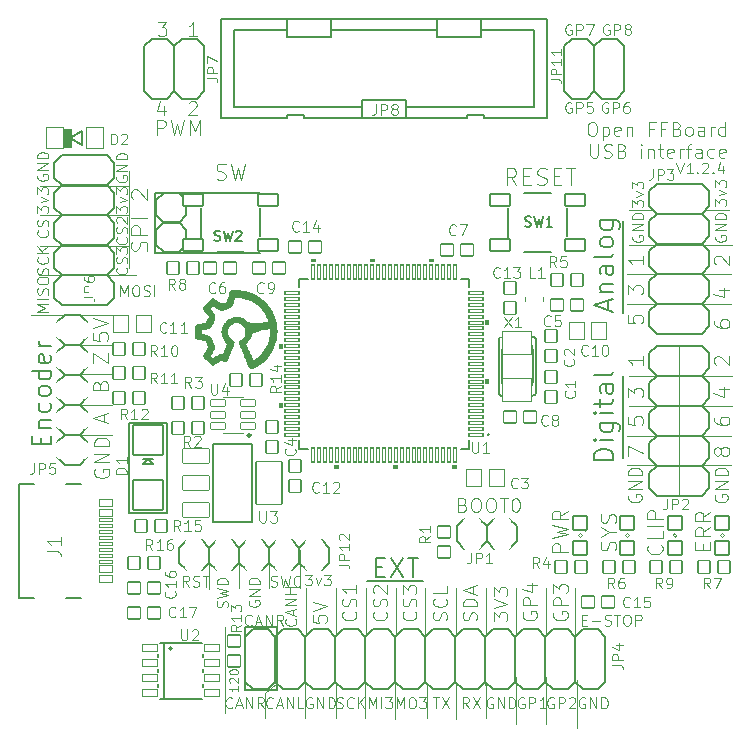
<source format=gto>
G04 #@! TF.GenerationSoftware,KiCad,Pcbnew,(6.0.8)*
G04 #@! TF.CreationDate,2023-01-02T16:11:50+01:00*
G04 #@! TF.ProjectId,OpenFFBoard-main,4f70656e-4646-4426-9f61-72642d6d6169,1.2.4*
G04 #@! TF.SameCoordinates,Original*
G04 #@! TF.FileFunction,Legend,Top*
G04 #@! TF.FilePolarity,Positive*
%FSLAX46Y46*%
G04 Gerber Fmt 4.6, Leading zero omitted, Abs format (unit mm)*
G04 Created by KiCad (PCBNEW (6.0.8)) date 2023-01-02 16:11:50*
%MOMM*%
%LPD*%
G01*
G04 APERTURE LIST*
G04 Aperture macros list*
%AMRoundRect*
0 Rectangle with rounded corners*
0 $1 Rounding radius*
0 $2 $3 $4 $5 $6 $7 $8 $9 X,Y pos of 4 corners*
0 Add a 4 corners polygon primitive as box body*
4,1,4,$2,$3,$4,$5,$6,$7,$8,$9,$2,$3,0*
0 Add four circle primitives for the rounded corners*
1,1,$1+$1,$2,$3*
1,1,$1+$1,$4,$5*
1,1,$1+$1,$6,$7*
1,1,$1+$1,$8,$9*
0 Add four rect primitives between the rounded corners*
20,1,$1+$1,$2,$3,$4,$5,0*
20,1,$1+$1,$4,$5,$6,$7,0*
20,1,$1+$1,$6,$7,$8,$9,0*
20,1,$1+$1,$8,$9,$2,$3,0*%
%AMFreePoly0*
4,1,17,0.351552,0.797921,0.797921,0.351552,0.812800,0.315631,0.812800,-0.315631,0.797921,-0.351552,0.351552,-0.797921,0.315631,-0.812800,-0.315631,-0.812800,-0.351552,-0.797921,-0.797921,-0.351552,-0.812800,-0.315631,-0.812800,0.315631,-0.797921,0.351552,-0.351552,0.797921,-0.315631,0.812800,0.315631,0.812800,0.351552,0.797921,0.351552,0.797921,$1*%
G04 Aperture macros list end*
%ADD10C,0.152400*%
%ADD11C,0.101600*%
%ADD12C,0.100000*%
%ADD13C,0.200000*%
%ADD14C,0.112000*%
%ADD15C,0.080000*%
%ADD16C,0.136000*%
%ADD17C,0.120000*%
%ADD18C,0.096000*%
%ADD19C,0.104000*%
%ADD20C,0.065024*%
%ADD21C,0.144000*%
%ADD22C,0.093472*%
%ADD23C,0.114300*%
%ADD24C,0.029911*%
%ADD25C,0.130861*%
%ADD26C,0.086400*%
%ADD27C,0.071628*%
%ADD28C,0.073600*%
%ADD29C,0.127000*%
%ADD30C,0.063400*%
%ADD31C,0.125000*%
%ADD32C,0.203200*%
%ADD33C,0.250000*%
%ADD34RoundRect,0.050800X0.500000X-0.550000X0.500000X0.550000X-0.500000X0.550000X-0.500000X-0.550000X0*%
%ADD35RoundRect,0.050800X-0.650000X-0.750000X0.650000X-0.750000X0.650000X0.750000X-0.650000X0.750000X0*%
%ADD36RoundRect,0.050800X-0.500000X-0.550000X0.500000X-0.550000X0.500000X0.550000X-0.500000X0.550000X0*%
%ADD37RoundRect,0.050800X-0.500000X0.550000X-0.500000X-0.550000X0.500000X-0.550000X0.500000X0.550000X0*%
%ADD38RoundRect,0.050800X1.200000X-1.000000X1.200000X1.000000X-1.200000X1.000000X-1.200000X-1.000000X0*%
%ADD39RoundRect,0.050800X-1.200000X1.000000X-1.200000X-1.000000X1.200000X-1.000000X1.200000X1.000000X0*%
%ADD40FreePoly0,0.000000*%
%ADD41RoundRect,0.050800X0.500000X0.550000X-0.500000X0.550000X-0.500000X-0.550000X0.500000X-0.550000X0*%
%ADD42RoundRect,0.050800X0.550000X0.500000X-0.550000X0.500000X-0.550000X-0.500000X0.550000X-0.500000X0*%
%ADD43C,0.800000*%
%ADD44C,6.400000*%
%ADD45O,1.625600X3.149600*%
%ADD46RoundRect,0.050800X1.270000X-1.270000X1.270000X1.270000X-1.270000X1.270000X-1.270000X-1.270000X0*%
%ADD47RoundRect,0.050800X-1.270000X1.270000X-1.270000X-1.270000X1.270000X-1.270000X1.270000X1.270000X0*%
%ADD48RoundRect,0.050800X-0.550000X-0.500000X0.550000X-0.500000X0.550000X0.500000X-0.550000X0.500000X0*%
%ADD49C,0.650000*%
%ADD50RoundRect,0.050800X-0.575000X0.300000X-0.575000X-0.300000X0.575000X-0.300000X0.575000X0.300000X0*%
%ADD51RoundRect,0.050800X-0.575000X0.150000X-0.575000X-0.150000X0.575000X-0.150000X0.575000X0.150000X0*%
%ADD52O,2.101600X1.101600*%
%ADD53O,2.201600X1.151600*%
%ADD54RoundRect,0.050800X0.850000X0.500000X-0.850000X0.500000X-0.850000X-0.500000X0.850000X-0.500000X0*%
%ADD55RoundRect,0.050800X-0.600000X0.600000X-0.600000X-0.600000X0.600000X-0.600000X0.600000X0.600000X0*%
%ADD56O,3.149600X1.625600*%
%ADD57RoundRect,0.050800X-0.700000X-0.900000X0.700000X-0.900000X0.700000X0.900000X-0.700000X0.900000X0*%
%ADD58RoundRect,0.050800X0.624900X0.294550X-0.624900X0.294550X-0.624900X-0.294550X0.624900X-0.294550X0*%
%ADD59FreePoly0,90.000000*%
%ADD60FreePoly0,180.000000*%
%ADD61RoundRect,0.050800X-0.550000X0.500000X-0.550000X-0.500000X0.550000X-0.500000X0.550000X0.500000X0*%
%ADD62RoundRect,0.050800X0.596900X0.152400X-0.596900X0.152400X-0.596900X-0.152400X0.596900X-0.152400X0*%
%ADD63RoundRect,0.050800X-0.152400X0.596900X-0.152400X-0.596900X0.152400X-0.596900X0.152400X0.596900X0*%
%ADD64RoundRect,0.050800X-0.596900X-0.152400X0.596900X-0.152400X0.596900X0.152400X-0.596900X0.152400X0*%
%ADD65RoundRect,0.050800X0.152400X-0.596900X0.152400X0.596900X-0.152400X0.596900X-0.152400X-0.596900X0*%
%ADD66FreePoly0,270.000000*%
%ADD67RoundRect,0.050800X-1.117600X0.609600X-1.117600X-0.609600X1.117600X-0.609600X1.117600X0.609600X0*%
%ADD68RoundRect,0.050800X-1.100000X1.800000X-1.100000X-1.800000X1.100000X-1.800000X1.100000X1.800000X0*%
%ADD69RoundRect,0.050800X0.550000X-0.500000X0.550000X0.500000X-0.550000X0.500000X-0.550000X-0.500000X0*%
%ADD70RoundRect,0.050800X-0.650000X0.300000X-0.650000X-0.300000X0.650000X-0.300000X0.650000X0.300000X0*%
%ADD71C,1.524000*%
G04 APERTURE END LIST*
D10*
X136701100Y-127303600D02*
X139401100Y-127303600D01*
X139401100Y-127303600D02*
X139401100Y-132603600D01*
X139401100Y-132603600D02*
X136701100Y-132603600D01*
X136701100Y-132603600D02*
X136701100Y-127303600D01*
D11*
X119401100Y-95003600D02*
X126901100Y-95003600D01*
X119401100Y-92403600D02*
X126901100Y-92403600D01*
X177901100Y-97403600D02*
X169101100Y-97403600D01*
X141801100Y-132003600D02*
X141801100Y-135003600D01*
D12*
X164701100Y-128003600D02*
X164701100Y-124003600D01*
D11*
X154601100Y-132003600D02*
X154601100Y-135103600D01*
X119301100Y-97503600D02*
X127501100Y-97503600D01*
D12*
X159701100Y-128003600D02*
X159701100Y-124003600D01*
X164801100Y-135803600D02*
X164801100Y-131803600D01*
D11*
X173501100Y-103503600D02*
X173501100Y-116103600D01*
X138401100Y-132903600D02*
X138401100Y-135003600D01*
D13*
X138001100Y-95603600D02*
X129101100Y-95603600D01*
D12*
X162201100Y-128003600D02*
X162201100Y-124003600D01*
X157101100Y-128003600D02*
X157101100Y-124003600D01*
X144401100Y-128003600D02*
X144401100Y-124003600D01*
X141901100Y-128003600D02*
X141901100Y-124003600D01*
D11*
X138801100Y-120803600D02*
X138801100Y-124003600D01*
D12*
X177701100Y-92003600D02*
X175701100Y-92003600D01*
D11*
X139401100Y-127303600D02*
X139401100Y-132003600D01*
D12*
X147001100Y-128003600D02*
X147001100Y-124003600D01*
X159701100Y-135503600D02*
X159701100Y-131503600D01*
X154601100Y-128003600D02*
X154601100Y-124003600D01*
X118601100Y-100903600D02*
X126401100Y-100903600D01*
D11*
X152101100Y-132003600D02*
X152101100Y-135003600D01*
D13*
X147101100Y-123403600D02*
X151801100Y-123403600D01*
X129101100Y-90503600D02*
X138001100Y-90503600D01*
D11*
X135001100Y-134603600D02*
X135001100Y-127303600D01*
X177901100Y-113603600D02*
X169101100Y-113603600D01*
X122701100Y-105903600D02*
X125501100Y-105903600D01*
D13*
X157101100Y-131903600D02*
X157101100Y-132203600D01*
D11*
X139401100Y-132003600D02*
X138401100Y-132903600D01*
X126901100Y-96903600D02*
X126901100Y-88703600D01*
D13*
X168701100Y-113003600D02*
X168701100Y-106003600D01*
X168701100Y-100703600D02*
X168701100Y-92903600D01*
D11*
X133701100Y-120903600D02*
X133701100Y-124103600D01*
X178001100Y-94903600D02*
X169201100Y-94903600D01*
X144401100Y-132003600D02*
X144401100Y-135003600D01*
D13*
X129101100Y-95603600D02*
X129101100Y-90503600D01*
D12*
X149501100Y-128003600D02*
X149501100Y-124003600D01*
X171301100Y-92003600D02*
X169201100Y-92003600D01*
D11*
X178001100Y-106003600D02*
X169201100Y-106003600D01*
X177901100Y-111103600D02*
X169101100Y-111103600D01*
D12*
X152001100Y-128003600D02*
X152001100Y-124003600D01*
D11*
X149401100Y-132103600D02*
X149401100Y-135103600D01*
X122701100Y-103403600D02*
X125501100Y-103403600D01*
X157101100Y-132203600D02*
X157101100Y-135003600D01*
X146901100Y-132003600D02*
X146901100Y-135003600D01*
D12*
X162201100Y-135503600D02*
X162201100Y-131503600D01*
D11*
X177901100Y-99903600D02*
X169101100Y-99903600D01*
X136201100Y-120803600D02*
X136201100Y-124003600D01*
X122701100Y-111003600D02*
X125501100Y-111003600D01*
X141401100Y-120803600D02*
X141401100Y-124003600D01*
X122701100Y-108503600D02*
X125501100Y-108503600D01*
X119401100Y-89903600D02*
X126901100Y-89903600D01*
X178001100Y-108603600D02*
X169201100Y-108603600D01*
D14*
X168078433Y-120785466D02*
X168139766Y-120601466D01*
X168139766Y-120294800D01*
X168078433Y-120172133D01*
X168017100Y-120110800D01*
X167894433Y-120049466D01*
X167771766Y-120049466D01*
X167649100Y-120110800D01*
X167587766Y-120172133D01*
X167526433Y-120294800D01*
X167465100Y-120540133D01*
X167403766Y-120662800D01*
X167342433Y-120724133D01*
X167219766Y-120785466D01*
X167097100Y-120785466D01*
X166974433Y-120724133D01*
X166913100Y-120662800D01*
X166851766Y-120540133D01*
X166851766Y-120233466D01*
X166913100Y-120049466D01*
X167526433Y-119252133D02*
X168139766Y-119252133D01*
X166851766Y-119681466D02*
X167526433Y-119252133D01*
X166851766Y-118822800D01*
X168078433Y-118454800D02*
X168139766Y-118270800D01*
X168139766Y-117964133D01*
X168078433Y-117841466D01*
X168017100Y-117780133D01*
X167894433Y-117718800D01*
X167771766Y-117718800D01*
X167649100Y-117780133D01*
X167587766Y-117841466D01*
X167526433Y-117964133D01*
X167465100Y-118209466D01*
X167403766Y-118332133D01*
X167342433Y-118393466D01*
X167219766Y-118454800D01*
X167097100Y-118454800D01*
X166974433Y-118393466D01*
X166913100Y-118332133D01*
X166851766Y-118209466D01*
X166851766Y-117902800D01*
X166913100Y-117718800D01*
D15*
X147221047Y-134156190D02*
X147221047Y-133236190D01*
X147527714Y-133893333D01*
X147834380Y-133236190D01*
X147834380Y-134156190D01*
X148272476Y-134156190D02*
X148272476Y-133236190D01*
X148622952Y-133236190D02*
X149192476Y-133236190D01*
X148885809Y-133586666D01*
X149017238Y-133586666D01*
X149104857Y-133630476D01*
X149148666Y-133674285D01*
X149192476Y-133761904D01*
X149192476Y-133980952D01*
X149148666Y-134068571D01*
X149104857Y-134112380D01*
X149017238Y-134156190D01*
X148754380Y-134156190D01*
X148666761Y-134112380D01*
X148622952Y-134068571D01*
D14*
X176451766Y-101358266D02*
X176451766Y-101603600D01*
X176513100Y-101726266D01*
X176574433Y-101787600D01*
X176758433Y-101910266D01*
X177003766Y-101971600D01*
X177494433Y-101971600D01*
X177617100Y-101910266D01*
X177678433Y-101848933D01*
X177739766Y-101726266D01*
X177739766Y-101480933D01*
X177678433Y-101358266D01*
X177617100Y-101296933D01*
X177494433Y-101235600D01*
X177187766Y-101235600D01*
X177065100Y-101296933D01*
X177003766Y-101358266D01*
X176942433Y-101480933D01*
X176942433Y-101726266D01*
X177003766Y-101848933D01*
X177065100Y-101910266D01*
X177187766Y-101971600D01*
D16*
X119471385Y-111829142D02*
X119471385Y-111307809D01*
X120290623Y-111084380D02*
X120290623Y-111829142D01*
X118726623Y-111829142D01*
X118726623Y-111084380D01*
X119247957Y-110414095D02*
X120290623Y-110414095D01*
X119396909Y-110414095D02*
X119322433Y-110339619D01*
X119247957Y-110190666D01*
X119247957Y-109967238D01*
X119322433Y-109818285D01*
X119471385Y-109743809D01*
X120290623Y-109743809D01*
X120216147Y-108328761D02*
X120290623Y-108477714D01*
X120290623Y-108775619D01*
X120216147Y-108924571D01*
X120141671Y-108999047D01*
X119992719Y-109073523D01*
X119545861Y-109073523D01*
X119396909Y-108999047D01*
X119322433Y-108924571D01*
X119247957Y-108775619D01*
X119247957Y-108477714D01*
X119322433Y-108328761D01*
X120290623Y-107435047D02*
X120216147Y-107584000D01*
X120141671Y-107658476D01*
X119992719Y-107732952D01*
X119545861Y-107732952D01*
X119396909Y-107658476D01*
X119322433Y-107584000D01*
X119247957Y-107435047D01*
X119247957Y-107211619D01*
X119322433Y-107062666D01*
X119396909Y-106988190D01*
X119545861Y-106913714D01*
X119992719Y-106913714D01*
X120141671Y-106988190D01*
X120216147Y-107062666D01*
X120290623Y-107211619D01*
X120290623Y-107435047D01*
X120290623Y-105573142D02*
X118726623Y-105573142D01*
X120216147Y-105573142D02*
X120290623Y-105722095D01*
X120290623Y-106020000D01*
X120216147Y-106168952D01*
X120141671Y-106243428D01*
X119992719Y-106317904D01*
X119545861Y-106317904D01*
X119396909Y-106243428D01*
X119322433Y-106168952D01*
X119247957Y-106020000D01*
X119247957Y-105722095D01*
X119322433Y-105573142D01*
X120216147Y-104232571D02*
X120290623Y-104381523D01*
X120290623Y-104679428D01*
X120216147Y-104828380D01*
X120067195Y-104902857D01*
X119471385Y-104902857D01*
X119322433Y-104828380D01*
X119247957Y-104679428D01*
X119247957Y-104381523D01*
X119322433Y-104232571D01*
X119471385Y-104158095D01*
X119620338Y-104158095D01*
X119769290Y-104902857D01*
X120290623Y-103487809D02*
X119247957Y-103487809D01*
X119545861Y-103487809D02*
X119396909Y-103413333D01*
X119322433Y-103338857D01*
X119247957Y-103189904D01*
X119247957Y-103040952D01*
D11*
X132657349Y-77247961D02*
X131989692Y-77247961D01*
X132323520Y-77247961D02*
X132323520Y-76079561D01*
X132212244Y-76246476D01*
X132100968Y-76357752D01*
X131989692Y-76413390D01*
D15*
X165271047Y-126674285D02*
X165577714Y-126674285D01*
X165709142Y-127156190D02*
X165271047Y-127156190D01*
X165271047Y-126236190D01*
X165709142Y-126236190D01*
X166103428Y-126805714D02*
X166804380Y-126805714D01*
X167198666Y-127112380D02*
X167330095Y-127156190D01*
X167549142Y-127156190D01*
X167636761Y-127112380D01*
X167680571Y-127068571D01*
X167724380Y-126980952D01*
X167724380Y-126893333D01*
X167680571Y-126805714D01*
X167636761Y-126761904D01*
X167549142Y-126718095D01*
X167373904Y-126674285D01*
X167286285Y-126630476D01*
X167242476Y-126586666D01*
X167198666Y-126499047D01*
X167198666Y-126411428D01*
X167242476Y-126323809D01*
X167286285Y-126280000D01*
X167373904Y-126236190D01*
X167592952Y-126236190D01*
X167724380Y-126280000D01*
X167987238Y-126236190D02*
X168512952Y-126236190D01*
X168250095Y-127156190D02*
X168250095Y-126236190D01*
X168994857Y-126236190D02*
X169170095Y-126236190D01*
X169257714Y-126280000D01*
X169345333Y-126367619D01*
X169389142Y-126542857D01*
X169389142Y-126849523D01*
X169345333Y-127024761D01*
X169257714Y-127112380D01*
X169170095Y-127156190D01*
X168994857Y-127156190D01*
X168907238Y-127112380D01*
X168819619Y-127024761D01*
X168775809Y-126849523D01*
X168775809Y-126542857D01*
X168819619Y-126367619D01*
X168907238Y-126280000D01*
X168994857Y-126236190D01*
X169783428Y-127156190D02*
X169783428Y-126236190D01*
X170133904Y-126236190D01*
X170221523Y-126280000D01*
X170265333Y-126323809D01*
X170309142Y-126411428D01*
X170309142Y-126542857D01*
X170265333Y-126630476D01*
X170221523Y-126674285D01*
X170133904Y-126718095D01*
X169783428Y-126718095D01*
D14*
X169150666Y-112829333D02*
X169150666Y-111970666D01*
X170438666Y-112522666D01*
D15*
X176536190Y-91616571D02*
X176536190Y-91047047D01*
X176886666Y-91353714D01*
X176886666Y-91222285D01*
X176930476Y-91134666D01*
X176974285Y-91090857D01*
X177061904Y-91047047D01*
X177280952Y-91047047D01*
X177368571Y-91090857D01*
X177412380Y-91134666D01*
X177456190Y-91222285D01*
X177456190Y-91485142D01*
X177412380Y-91572761D01*
X177368571Y-91616571D01*
X176842857Y-90740380D02*
X177456190Y-90521333D01*
X176842857Y-90302285D01*
X176536190Y-90039428D02*
X176536190Y-89469904D01*
X176886666Y-89776571D01*
X176886666Y-89645142D01*
X176930476Y-89557523D01*
X176974285Y-89513714D01*
X177061904Y-89469904D01*
X177280952Y-89469904D01*
X177368571Y-89513714D01*
X177412380Y-89557523D01*
X177456190Y-89645142D01*
X177456190Y-89908000D01*
X177412380Y-89995619D01*
X177368571Y-90039428D01*
D14*
X176881100Y-98758266D02*
X177739766Y-98758266D01*
X176390433Y-99064933D02*
X177310433Y-99371600D01*
X177310433Y-98574266D01*
D15*
X142402952Y-133280000D02*
X142315333Y-133236190D01*
X142183904Y-133236190D01*
X142052476Y-133280000D01*
X141964857Y-133367619D01*
X141921047Y-133455238D01*
X141877238Y-133630476D01*
X141877238Y-133761904D01*
X141921047Y-133937142D01*
X141964857Y-134024761D01*
X142052476Y-134112380D01*
X142183904Y-134156190D01*
X142271523Y-134156190D01*
X142402952Y-134112380D01*
X142446761Y-134068571D01*
X142446761Y-133761904D01*
X142271523Y-133761904D01*
X142841047Y-134156190D02*
X142841047Y-133236190D01*
X143366761Y-134156190D01*
X143366761Y-133236190D01*
X143804857Y-134156190D02*
X143804857Y-133236190D01*
X144023904Y-133236190D01*
X144155333Y-133280000D01*
X144242952Y-133367619D01*
X144286761Y-133455238D01*
X144330571Y-133630476D01*
X144330571Y-133761904D01*
X144286761Y-133937142D01*
X144242952Y-134024761D01*
X144155333Y-134112380D01*
X144023904Y-134156190D01*
X143804857Y-134156190D01*
D14*
X169150666Y-109507200D02*
X169150666Y-110120533D01*
X169764000Y-110181866D01*
X169702666Y-110120533D01*
X169641333Y-109997866D01*
X169641333Y-109691200D01*
X169702666Y-109568533D01*
X169764000Y-109507200D01*
X169886666Y-109445866D01*
X170193333Y-109445866D01*
X170316000Y-109507200D01*
X170377333Y-109568533D01*
X170438666Y-109691200D01*
X170438666Y-109997866D01*
X170377333Y-110120533D01*
X170316000Y-110181866D01*
D17*
X128398571Y-95432285D02*
X128464285Y-95235142D01*
X128464285Y-94906571D01*
X128398571Y-94775142D01*
X128332857Y-94709428D01*
X128201428Y-94643714D01*
X128070000Y-94643714D01*
X127938571Y-94709428D01*
X127872857Y-94775142D01*
X127807142Y-94906571D01*
X127741428Y-95169428D01*
X127675714Y-95300857D01*
X127610000Y-95366571D01*
X127478571Y-95432285D01*
X127347142Y-95432285D01*
X127215714Y-95366571D01*
X127150000Y-95300857D01*
X127084285Y-95169428D01*
X127084285Y-94840857D01*
X127150000Y-94643714D01*
X128464285Y-94052285D02*
X127084285Y-94052285D01*
X127084285Y-93526571D01*
X127150000Y-93395142D01*
X127215714Y-93329428D01*
X127347142Y-93263714D01*
X127544285Y-93263714D01*
X127675714Y-93329428D01*
X127741428Y-93395142D01*
X127807142Y-93526571D01*
X127807142Y-94052285D01*
X128464285Y-92672285D02*
X127084285Y-92672285D01*
X127215714Y-91029428D02*
X127150000Y-90963714D01*
X127084285Y-90832285D01*
X127084285Y-90503714D01*
X127150000Y-90372285D01*
X127215714Y-90306571D01*
X127347142Y-90240857D01*
X127478571Y-90240857D01*
X127675714Y-90306571D01*
X128464285Y-91095142D01*
X128464285Y-90240857D01*
D14*
X123850666Y-104943200D02*
X123850666Y-104084533D01*
X125138666Y-104943200D01*
X125138666Y-104084533D01*
D11*
X157777061Y-126770645D02*
X157777061Y-126047350D01*
X158222166Y-126436817D01*
X158222166Y-126269902D01*
X158277804Y-126158626D01*
X158333442Y-126102988D01*
X158444719Y-126047350D01*
X158722909Y-126047350D01*
X158834185Y-126102988D01*
X158889823Y-126158626D01*
X158945461Y-126269902D01*
X158945461Y-126603731D01*
X158889823Y-126715007D01*
X158834185Y-126770645D01*
X157777061Y-125713521D02*
X158945461Y-125324055D01*
X157777061Y-124934588D01*
X157777061Y-124656398D02*
X157777061Y-123933102D01*
X158222166Y-124322569D01*
X158222166Y-124155655D01*
X158277804Y-124044379D01*
X158333442Y-123988740D01*
X158444719Y-123933102D01*
X158722909Y-123933102D01*
X158834185Y-123988740D01*
X158889823Y-124044379D01*
X158945461Y-124155655D01*
X158945461Y-124489483D01*
X158889823Y-124600760D01*
X158834185Y-124656398D01*
D15*
X120056190Y-100578952D02*
X119136190Y-100578952D01*
X119793333Y-100272285D01*
X119136190Y-99965619D01*
X120056190Y-99965619D01*
X120056190Y-99527523D02*
X119136190Y-99527523D01*
X120012380Y-99133238D02*
X120056190Y-99001809D01*
X120056190Y-98782761D01*
X120012380Y-98695142D01*
X119968571Y-98651333D01*
X119880952Y-98607523D01*
X119793333Y-98607523D01*
X119705714Y-98651333D01*
X119661904Y-98695142D01*
X119618095Y-98782761D01*
X119574285Y-98958000D01*
X119530476Y-99045619D01*
X119486666Y-99089428D01*
X119399047Y-99133238D01*
X119311428Y-99133238D01*
X119223809Y-99089428D01*
X119180000Y-99045619D01*
X119136190Y-98958000D01*
X119136190Y-98738952D01*
X119180000Y-98607523D01*
X119136190Y-98038000D02*
X119136190Y-97862761D01*
X119180000Y-97775142D01*
X119267619Y-97687523D01*
X119442857Y-97643714D01*
X119749523Y-97643714D01*
X119924761Y-97687523D01*
X120012380Y-97775142D01*
X120056190Y-97862761D01*
X120056190Y-98038000D01*
X120012380Y-98125619D01*
X119924761Y-98213238D01*
X119749523Y-98257047D01*
X119442857Y-98257047D01*
X119267619Y-98213238D01*
X119180000Y-98125619D01*
X119136190Y-98038000D01*
X162852952Y-133280000D02*
X162765333Y-133236190D01*
X162633904Y-133236190D01*
X162502476Y-133280000D01*
X162414857Y-133367619D01*
X162371047Y-133455238D01*
X162327238Y-133630476D01*
X162327238Y-133761904D01*
X162371047Y-133937142D01*
X162414857Y-134024761D01*
X162502476Y-134112380D01*
X162633904Y-134156190D01*
X162721523Y-134156190D01*
X162852952Y-134112380D01*
X162896761Y-134068571D01*
X162896761Y-133761904D01*
X162721523Y-133761904D01*
X163291047Y-134156190D02*
X163291047Y-133236190D01*
X163641523Y-133236190D01*
X163729142Y-133280000D01*
X163772952Y-133323809D01*
X163816761Y-133411428D01*
X163816761Y-133542857D01*
X163772952Y-133630476D01*
X163729142Y-133674285D01*
X163641523Y-133718095D01*
X163291047Y-133718095D01*
X164167238Y-133323809D02*
X164211047Y-133280000D01*
X164298666Y-133236190D01*
X164517714Y-133236190D01*
X164605333Y-133280000D01*
X164649142Y-133323809D01*
X164692952Y-133411428D01*
X164692952Y-133499047D01*
X164649142Y-133630476D01*
X164123428Y-134156190D01*
X164692952Y-134156190D01*
D14*
X164038666Y-120920533D02*
X162750666Y-120920533D01*
X162750666Y-120429866D01*
X162812000Y-120307200D01*
X162873333Y-120245866D01*
X162996000Y-120184533D01*
X163180000Y-120184533D01*
X163302666Y-120245866D01*
X163364000Y-120307200D01*
X163425333Y-120429866D01*
X163425333Y-120920533D01*
X162750666Y-119755200D02*
X164038666Y-119448533D01*
X163118666Y-119203200D01*
X164038666Y-118957866D01*
X162750666Y-118651200D01*
X164038666Y-117424533D02*
X163425333Y-117853866D01*
X164038666Y-118160533D02*
X162750666Y-118160533D01*
X162750666Y-117669866D01*
X162812000Y-117547200D01*
X162873333Y-117485866D01*
X162996000Y-117424533D01*
X163180000Y-117424533D01*
X163302666Y-117485866D01*
X163364000Y-117547200D01*
X163425333Y-117669866D01*
X163425333Y-118160533D01*
D15*
X135233480Y-125627980D02*
X135277290Y-125496552D01*
X135277290Y-125277504D01*
X135233480Y-125189885D01*
X135189671Y-125146076D01*
X135102052Y-125102266D01*
X135014433Y-125102266D01*
X134926814Y-125146076D01*
X134883004Y-125189885D01*
X134839195Y-125277504D01*
X134795385Y-125452742D01*
X134751576Y-125540361D01*
X134707766Y-125584171D01*
X134620147Y-125627980D01*
X134532528Y-125627980D01*
X134444909Y-125584171D01*
X134401100Y-125540361D01*
X134357290Y-125452742D01*
X134357290Y-125233695D01*
X134401100Y-125102266D01*
X134357290Y-124795600D02*
X135277290Y-124576552D01*
X134620147Y-124401314D01*
X135277290Y-124226076D01*
X134357290Y-124007028D01*
X135277290Y-123656552D02*
X134357290Y-123656552D01*
X134357290Y-123437504D01*
X134401100Y-123306076D01*
X134488719Y-123218457D01*
X134576338Y-123174647D01*
X134751576Y-123130838D01*
X134883004Y-123130838D01*
X135058242Y-123174647D01*
X135145861Y-123218457D01*
X135233480Y-123306076D01*
X135277290Y-123437504D01*
X135277290Y-123656552D01*
X119969671Y-93706838D02*
X120013480Y-93750647D01*
X120057290Y-93882076D01*
X120057290Y-93969695D01*
X120013480Y-94101123D01*
X119925861Y-94188742D01*
X119838242Y-94232552D01*
X119663004Y-94276361D01*
X119531576Y-94276361D01*
X119356338Y-94232552D01*
X119268719Y-94188742D01*
X119181100Y-94101123D01*
X119137290Y-93969695D01*
X119137290Y-93882076D01*
X119181100Y-93750647D01*
X119224909Y-93706838D01*
X120013480Y-93356361D02*
X120057290Y-93224933D01*
X120057290Y-93005885D01*
X120013480Y-92918266D01*
X119969671Y-92874457D01*
X119882052Y-92830647D01*
X119794433Y-92830647D01*
X119706814Y-92874457D01*
X119663004Y-92918266D01*
X119619195Y-93005885D01*
X119575385Y-93181123D01*
X119531576Y-93268742D01*
X119487766Y-93312552D01*
X119400147Y-93356361D01*
X119312528Y-93356361D01*
X119224909Y-93312552D01*
X119181100Y-93268742D01*
X119137290Y-93181123D01*
X119137290Y-92962076D01*
X119181100Y-92830647D01*
D17*
X159695714Y-89834285D02*
X159235714Y-89177142D01*
X158907142Y-89834285D02*
X158907142Y-88454285D01*
X159432857Y-88454285D01*
X159564285Y-88520000D01*
X159630000Y-88585714D01*
X159695714Y-88717142D01*
X159695714Y-88914285D01*
X159630000Y-89045714D01*
X159564285Y-89111428D01*
X159432857Y-89177142D01*
X158907142Y-89177142D01*
X160287142Y-89111428D02*
X160747142Y-89111428D01*
X160944285Y-89834285D02*
X160287142Y-89834285D01*
X160287142Y-88454285D01*
X160944285Y-88454285D01*
X161470000Y-89768571D02*
X161667142Y-89834285D01*
X161995714Y-89834285D01*
X162127142Y-89768571D01*
X162192857Y-89702857D01*
X162258571Y-89571428D01*
X162258571Y-89440000D01*
X162192857Y-89308571D01*
X162127142Y-89242857D01*
X161995714Y-89177142D01*
X161732857Y-89111428D01*
X161601428Y-89045714D01*
X161535714Y-88980000D01*
X161470000Y-88848571D01*
X161470000Y-88717142D01*
X161535714Y-88585714D01*
X161601428Y-88520000D01*
X161732857Y-88454285D01*
X162061428Y-88454285D01*
X162258571Y-88520000D01*
X162850000Y-89111428D02*
X163310000Y-89111428D01*
X163507142Y-89834285D02*
X162850000Y-89834285D01*
X162850000Y-88454285D01*
X163507142Y-88454285D01*
X163901428Y-88454285D02*
X164690000Y-88454285D01*
X164295714Y-89834285D02*
X164295714Y-88454285D01*
D11*
X151134185Y-125991712D02*
X151189823Y-126047350D01*
X151245461Y-126214264D01*
X151245461Y-126325540D01*
X151189823Y-126492455D01*
X151078547Y-126603731D01*
X150967271Y-126659369D01*
X150744719Y-126715007D01*
X150577804Y-126715007D01*
X150355252Y-126659369D01*
X150243976Y-126603731D01*
X150132700Y-126492455D01*
X150077061Y-126325540D01*
X150077061Y-126214264D01*
X150132700Y-126047350D01*
X150188338Y-125991712D01*
X151189823Y-125546607D02*
X151245461Y-125379693D01*
X151245461Y-125101502D01*
X151189823Y-124990226D01*
X151134185Y-124934588D01*
X151022909Y-124878950D01*
X150911633Y-124878950D01*
X150800357Y-124934588D01*
X150744719Y-124990226D01*
X150689080Y-125101502D01*
X150633442Y-125324055D01*
X150577804Y-125435331D01*
X150522166Y-125490969D01*
X150410890Y-125546607D01*
X150299614Y-125546607D01*
X150188338Y-125490969D01*
X150132700Y-125435331D01*
X150077061Y-125324055D01*
X150077061Y-125045864D01*
X150132700Y-124878950D01*
X150077061Y-124489483D02*
X150077061Y-123766188D01*
X150522166Y-124155655D01*
X150522166Y-123988740D01*
X150577804Y-123877464D01*
X150633442Y-123821826D01*
X150744719Y-123766188D01*
X151022909Y-123766188D01*
X151134185Y-123821826D01*
X151189823Y-123877464D01*
X151245461Y-123988740D01*
X151245461Y-124322569D01*
X151189823Y-124433845D01*
X151134185Y-124489483D01*
D15*
X126668571Y-96853238D02*
X126712380Y-96897047D01*
X126756190Y-97028476D01*
X126756190Y-97116095D01*
X126712380Y-97247523D01*
X126624761Y-97335142D01*
X126537142Y-97378952D01*
X126361904Y-97422761D01*
X126230476Y-97422761D01*
X126055238Y-97378952D01*
X125967619Y-97335142D01*
X125880000Y-97247523D01*
X125836190Y-97116095D01*
X125836190Y-97028476D01*
X125880000Y-96897047D01*
X125923809Y-96853238D01*
X126712380Y-96502761D02*
X126756190Y-96371333D01*
X126756190Y-96152285D01*
X126712380Y-96064666D01*
X126668571Y-96020857D01*
X126580952Y-95977047D01*
X126493333Y-95977047D01*
X126405714Y-96020857D01*
X126361904Y-96064666D01*
X126318095Y-96152285D01*
X126274285Y-96327523D01*
X126230476Y-96415142D01*
X126186666Y-96458952D01*
X126099047Y-96502761D01*
X126011428Y-96502761D01*
X125923809Y-96458952D01*
X125880000Y-96415142D01*
X125836190Y-96327523D01*
X125836190Y-96108476D01*
X125880000Y-95977047D01*
X125836190Y-95670380D02*
X125836190Y-95100857D01*
X126186666Y-95407523D01*
X126186666Y-95276095D01*
X126230476Y-95188476D01*
X126274285Y-95144666D01*
X126361904Y-95100857D01*
X126580952Y-95100857D01*
X126668571Y-95144666D01*
X126712380Y-95188476D01*
X126756190Y-95276095D01*
X126756190Y-95538952D01*
X126712380Y-95626571D01*
X126668571Y-95670380D01*
D11*
X146034185Y-125991712D02*
X146089823Y-126047350D01*
X146145461Y-126214264D01*
X146145461Y-126325540D01*
X146089823Y-126492455D01*
X145978547Y-126603731D01*
X145867271Y-126659369D01*
X145644719Y-126715007D01*
X145477804Y-126715007D01*
X145255252Y-126659369D01*
X145143976Y-126603731D01*
X145032700Y-126492455D01*
X144977061Y-126325540D01*
X144977061Y-126214264D01*
X145032700Y-126047350D01*
X145088338Y-125991712D01*
X146089823Y-125546607D02*
X146145461Y-125379693D01*
X146145461Y-125101502D01*
X146089823Y-124990226D01*
X146034185Y-124934588D01*
X145922909Y-124878950D01*
X145811633Y-124878950D01*
X145700357Y-124934588D01*
X145644719Y-124990226D01*
X145589080Y-125101502D01*
X145533442Y-125324055D01*
X145477804Y-125435331D01*
X145422166Y-125490969D01*
X145310890Y-125546607D01*
X145199614Y-125546607D01*
X145088338Y-125490969D01*
X145032700Y-125435331D01*
X144977061Y-125324055D01*
X144977061Y-125045864D01*
X145032700Y-124878950D01*
X146145461Y-123766188D02*
X146145461Y-124433845D01*
X146145461Y-124100017D02*
X144977061Y-124100017D01*
X145143976Y-124211293D01*
X145255252Y-124322569D01*
X145310890Y-124433845D01*
D14*
X124012000Y-113945866D02*
X123950666Y-114068533D01*
X123950666Y-114252533D01*
X124012000Y-114436533D01*
X124134666Y-114559200D01*
X124257333Y-114620533D01*
X124502666Y-114681866D01*
X124686666Y-114681866D01*
X124932000Y-114620533D01*
X125054666Y-114559200D01*
X125177333Y-114436533D01*
X125238666Y-114252533D01*
X125238666Y-114129866D01*
X125177333Y-113945866D01*
X125116000Y-113884533D01*
X124686666Y-113884533D01*
X124686666Y-114129866D01*
X125238666Y-113332533D02*
X123950666Y-113332533D01*
X125238666Y-112596533D01*
X123950666Y-112596533D01*
X125238666Y-111983200D02*
X123950666Y-111983200D01*
X123950666Y-111676533D01*
X124012000Y-111492533D01*
X124134666Y-111369866D01*
X124257333Y-111308533D01*
X124502666Y-111247200D01*
X124686666Y-111247200D01*
X124932000Y-111308533D01*
X125054666Y-111369866D01*
X125177333Y-111492533D01*
X125238666Y-111676533D01*
X125238666Y-111983200D01*
D15*
X135646761Y-134068571D02*
X135602952Y-134112380D01*
X135471523Y-134156190D01*
X135383904Y-134156190D01*
X135252476Y-134112380D01*
X135164857Y-134024761D01*
X135121047Y-133937142D01*
X135077238Y-133761904D01*
X135077238Y-133630476D01*
X135121047Y-133455238D01*
X135164857Y-133367619D01*
X135252476Y-133280000D01*
X135383904Y-133236190D01*
X135471523Y-133236190D01*
X135602952Y-133280000D01*
X135646761Y-133323809D01*
X135997238Y-133893333D02*
X136435333Y-133893333D01*
X135909619Y-134156190D02*
X136216285Y-133236190D01*
X136522952Y-134156190D01*
X136829619Y-134156190D02*
X136829619Y-133236190D01*
X137355333Y-134156190D01*
X137355333Y-133236190D01*
X138319142Y-134156190D02*
X138012476Y-133718095D01*
X137793428Y-134156190D02*
X137793428Y-133236190D01*
X138143904Y-133236190D01*
X138231523Y-133280000D01*
X138275333Y-133323809D01*
X138319142Y-133411428D01*
X138319142Y-133542857D01*
X138275333Y-133630476D01*
X138231523Y-133674285D01*
X138143904Y-133718095D01*
X137793428Y-133718095D01*
D18*
X176548980Y-116096457D02*
X176496408Y-116201600D01*
X176496408Y-116359314D01*
X176548980Y-116517028D01*
X176654122Y-116622171D01*
X176759265Y-116674742D01*
X176969551Y-116727314D01*
X177127265Y-116727314D01*
X177337551Y-116674742D01*
X177442694Y-116622171D01*
X177547837Y-116517028D01*
X177600408Y-116359314D01*
X177600408Y-116254171D01*
X177547837Y-116096457D01*
X177495265Y-116043885D01*
X177127265Y-116043885D01*
X177127265Y-116254171D01*
X177600408Y-115570742D02*
X176496408Y-115570742D01*
X177600408Y-114939885D01*
X176496408Y-114939885D01*
X177600408Y-114414171D02*
X176496408Y-114414171D01*
X176496408Y-114151314D01*
X176548980Y-113993600D01*
X176654122Y-113888457D01*
X176759265Y-113835885D01*
X176969551Y-113783314D01*
X177127265Y-113783314D01*
X177337551Y-113835885D01*
X177442694Y-113888457D01*
X177547837Y-113993600D01*
X177600408Y-114151314D01*
X177600408Y-114414171D01*
D15*
X167554052Y-76283600D02*
X167466433Y-76239790D01*
X167335004Y-76239790D01*
X167203576Y-76283600D01*
X167115957Y-76371219D01*
X167072147Y-76458838D01*
X167028338Y-76634076D01*
X167028338Y-76765504D01*
X167072147Y-76940742D01*
X167115957Y-77028361D01*
X167203576Y-77115980D01*
X167335004Y-77159790D01*
X167422623Y-77159790D01*
X167554052Y-77115980D01*
X167597861Y-77072171D01*
X167597861Y-76765504D01*
X167422623Y-76765504D01*
X167992147Y-77159790D02*
X167992147Y-76239790D01*
X168342623Y-76239790D01*
X168430242Y-76283600D01*
X168474052Y-76327409D01*
X168517861Y-76415028D01*
X168517861Y-76546457D01*
X168474052Y-76634076D01*
X168430242Y-76677885D01*
X168342623Y-76721695D01*
X167992147Y-76721695D01*
X169043576Y-76634076D02*
X168955957Y-76590266D01*
X168912147Y-76546457D01*
X168868338Y-76458838D01*
X168868338Y-76415028D01*
X168912147Y-76327409D01*
X168955957Y-76283600D01*
X169043576Y-76239790D01*
X169218814Y-76239790D01*
X169306433Y-76283600D01*
X169350242Y-76327409D01*
X169394052Y-76415028D01*
X169394052Y-76458838D01*
X169350242Y-76546457D01*
X169306433Y-76590266D01*
X169218814Y-76634076D01*
X169043576Y-76634076D01*
X168955957Y-76677885D01*
X168912147Y-76721695D01*
X168868338Y-76809314D01*
X168868338Y-76984552D01*
X168912147Y-77072171D01*
X168955957Y-77115980D01*
X169043576Y-77159790D01*
X169218814Y-77159790D01*
X169306433Y-77115980D01*
X169350242Y-77072171D01*
X169394052Y-76984552D01*
X169394052Y-76809314D01*
X169350242Y-76721695D01*
X169306433Y-76677885D01*
X169218814Y-76634076D01*
D19*
X155151028Y-116916571D02*
X155321885Y-116973523D01*
X155378838Y-117030476D01*
X155435790Y-117144380D01*
X155435790Y-117315238D01*
X155378838Y-117429142D01*
X155321885Y-117486095D01*
X155207980Y-117543047D01*
X154752361Y-117543047D01*
X154752361Y-116347047D01*
X155151028Y-116347047D01*
X155264933Y-116404000D01*
X155321885Y-116460952D01*
X155378838Y-116574857D01*
X155378838Y-116688761D01*
X155321885Y-116802666D01*
X155264933Y-116859619D01*
X155151028Y-116916571D01*
X154752361Y-116916571D01*
X156176171Y-116347047D02*
X156403980Y-116347047D01*
X156517885Y-116404000D01*
X156631790Y-116517904D01*
X156688742Y-116745714D01*
X156688742Y-117144380D01*
X156631790Y-117372190D01*
X156517885Y-117486095D01*
X156403980Y-117543047D01*
X156176171Y-117543047D01*
X156062266Y-117486095D01*
X155948361Y-117372190D01*
X155891409Y-117144380D01*
X155891409Y-116745714D01*
X155948361Y-116517904D01*
X156062266Y-116404000D01*
X156176171Y-116347047D01*
X157429123Y-116347047D02*
X157656933Y-116347047D01*
X157770838Y-116404000D01*
X157884742Y-116517904D01*
X157941695Y-116745714D01*
X157941695Y-117144380D01*
X157884742Y-117372190D01*
X157770838Y-117486095D01*
X157656933Y-117543047D01*
X157429123Y-117543047D01*
X157315219Y-117486095D01*
X157201314Y-117372190D01*
X157144361Y-117144380D01*
X157144361Y-116745714D01*
X157201314Y-116517904D01*
X157315219Y-116404000D01*
X157429123Y-116347047D01*
X158283409Y-116347047D02*
X158966838Y-116347047D01*
X158625123Y-117543047D02*
X158625123Y-116347047D01*
X159593314Y-116347047D02*
X159707219Y-116347047D01*
X159821123Y-116404000D01*
X159878076Y-116460952D01*
X159935028Y-116574857D01*
X159991980Y-116802666D01*
X159991980Y-117087428D01*
X159935028Y-117315238D01*
X159878076Y-117429142D01*
X159821123Y-117486095D01*
X159707219Y-117543047D01*
X159593314Y-117543047D01*
X159479409Y-117486095D01*
X159422457Y-117429142D01*
X159365504Y-117315238D01*
X159308552Y-117087428D01*
X159308552Y-116802666D01*
X159365504Y-116574857D01*
X159422457Y-116460952D01*
X159479409Y-116404000D01*
X159593314Y-116347047D01*
D12*
X166026576Y-84548838D02*
X166245623Y-84548838D01*
X166355147Y-84603600D01*
X166464671Y-84713123D01*
X166519433Y-84932171D01*
X166519433Y-85315504D01*
X166464671Y-85534552D01*
X166355147Y-85644076D01*
X166245623Y-85698838D01*
X166026576Y-85698838D01*
X165917052Y-85644076D01*
X165807528Y-85534552D01*
X165752766Y-85315504D01*
X165752766Y-84932171D01*
X165807528Y-84713123D01*
X165917052Y-84603600D01*
X166026576Y-84548838D01*
X167012290Y-84932171D02*
X167012290Y-86082171D01*
X167012290Y-84986933D02*
X167121814Y-84932171D01*
X167340861Y-84932171D01*
X167450385Y-84986933D01*
X167505147Y-85041695D01*
X167559909Y-85151219D01*
X167559909Y-85479790D01*
X167505147Y-85589314D01*
X167450385Y-85644076D01*
X167340861Y-85698838D01*
X167121814Y-85698838D01*
X167012290Y-85644076D01*
X168490861Y-85644076D02*
X168381338Y-85698838D01*
X168162290Y-85698838D01*
X168052766Y-85644076D01*
X167998004Y-85534552D01*
X167998004Y-85096457D01*
X168052766Y-84986933D01*
X168162290Y-84932171D01*
X168381338Y-84932171D01*
X168490861Y-84986933D01*
X168545623Y-85096457D01*
X168545623Y-85205980D01*
X167998004Y-85315504D01*
X169038480Y-84932171D02*
X169038480Y-85698838D01*
X169038480Y-85041695D02*
X169093242Y-84986933D01*
X169202766Y-84932171D01*
X169367052Y-84932171D01*
X169476576Y-84986933D01*
X169531338Y-85096457D01*
X169531338Y-85698838D01*
X171338480Y-85096457D02*
X170955147Y-85096457D01*
X170955147Y-85698838D02*
X170955147Y-84548838D01*
X171502766Y-84548838D01*
X172324195Y-85096457D02*
X171940861Y-85096457D01*
X171940861Y-85698838D02*
X171940861Y-84548838D01*
X172488480Y-84548838D01*
X173309909Y-85096457D02*
X173474195Y-85151219D01*
X173528957Y-85205980D01*
X173583719Y-85315504D01*
X173583719Y-85479790D01*
X173528957Y-85589314D01*
X173474195Y-85644076D01*
X173364671Y-85698838D01*
X172926576Y-85698838D01*
X172926576Y-84548838D01*
X173309909Y-84548838D01*
X173419433Y-84603600D01*
X173474195Y-84658361D01*
X173528957Y-84767885D01*
X173528957Y-84877409D01*
X173474195Y-84986933D01*
X173419433Y-85041695D01*
X173309909Y-85096457D01*
X172926576Y-85096457D01*
X174240861Y-85698838D02*
X174131338Y-85644076D01*
X174076576Y-85589314D01*
X174021814Y-85479790D01*
X174021814Y-85151219D01*
X174076576Y-85041695D01*
X174131338Y-84986933D01*
X174240861Y-84932171D01*
X174405147Y-84932171D01*
X174514671Y-84986933D01*
X174569433Y-85041695D01*
X174624195Y-85151219D01*
X174624195Y-85479790D01*
X174569433Y-85589314D01*
X174514671Y-85644076D01*
X174405147Y-85698838D01*
X174240861Y-85698838D01*
X175609909Y-85698838D02*
X175609909Y-85096457D01*
X175555147Y-84986933D01*
X175445623Y-84932171D01*
X175226576Y-84932171D01*
X175117052Y-84986933D01*
X175609909Y-85644076D02*
X175500385Y-85698838D01*
X175226576Y-85698838D01*
X175117052Y-85644076D01*
X175062290Y-85534552D01*
X175062290Y-85425028D01*
X175117052Y-85315504D01*
X175226576Y-85260742D01*
X175500385Y-85260742D01*
X175609909Y-85205980D01*
X176157528Y-85698838D02*
X176157528Y-84932171D01*
X176157528Y-85151219D02*
X176212290Y-85041695D01*
X176267052Y-84986933D01*
X176376576Y-84932171D01*
X176486100Y-84932171D01*
X177362290Y-85698838D02*
X177362290Y-84548838D01*
X177362290Y-85644076D02*
X177252766Y-85698838D01*
X177033719Y-85698838D01*
X176924195Y-85644076D01*
X176869433Y-85589314D01*
X176814671Y-85479790D01*
X176814671Y-85151219D01*
X176869433Y-85041695D01*
X176924195Y-84986933D01*
X177033719Y-84932171D01*
X177252766Y-84932171D01*
X177362290Y-84986933D01*
X165971814Y-86400338D02*
X165971814Y-87331290D01*
X166026576Y-87440814D01*
X166081338Y-87495576D01*
X166190861Y-87550338D01*
X166409909Y-87550338D01*
X166519433Y-87495576D01*
X166574195Y-87440814D01*
X166628957Y-87331290D01*
X166628957Y-86400338D01*
X167121814Y-87495576D02*
X167286100Y-87550338D01*
X167559909Y-87550338D01*
X167669433Y-87495576D01*
X167724195Y-87440814D01*
X167778957Y-87331290D01*
X167778957Y-87221766D01*
X167724195Y-87112242D01*
X167669433Y-87057480D01*
X167559909Y-87002719D01*
X167340861Y-86947957D01*
X167231338Y-86893195D01*
X167176576Y-86838433D01*
X167121814Y-86728909D01*
X167121814Y-86619385D01*
X167176576Y-86509861D01*
X167231338Y-86455100D01*
X167340861Y-86400338D01*
X167614671Y-86400338D01*
X167778957Y-86455100D01*
X168655147Y-86947957D02*
X168819433Y-87002719D01*
X168874195Y-87057480D01*
X168928957Y-87167004D01*
X168928957Y-87331290D01*
X168874195Y-87440814D01*
X168819433Y-87495576D01*
X168709909Y-87550338D01*
X168271814Y-87550338D01*
X168271814Y-86400338D01*
X168655147Y-86400338D01*
X168764671Y-86455100D01*
X168819433Y-86509861D01*
X168874195Y-86619385D01*
X168874195Y-86728909D01*
X168819433Y-86838433D01*
X168764671Y-86893195D01*
X168655147Y-86947957D01*
X168271814Y-86947957D01*
X170298004Y-87550338D02*
X170298004Y-86783671D01*
X170298004Y-86400338D02*
X170243242Y-86455100D01*
X170298004Y-86509861D01*
X170352766Y-86455100D01*
X170298004Y-86400338D01*
X170298004Y-86509861D01*
X170845623Y-86783671D02*
X170845623Y-87550338D01*
X170845623Y-86893195D02*
X170900385Y-86838433D01*
X171009909Y-86783671D01*
X171174195Y-86783671D01*
X171283719Y-86838433D01*
X171338480Y-86947957D01*
X171338480Y-87550338D01*
X171721814Y-86783671D02*
X172159909Y-86783671D01*
X171886100Y-86400338D02*
X171886100Y-87386052D01*
X171940861Y-87495576D01*
X172050385Y-87550338D01*
X172159909Y-87550338D01*
X172981338Y-87495576D02*
X172871814Y-87550338D01*
X172652766Y-87550338D01*
X172543242Y-87495576D01*
X172488480Y-87386052D01*
X172488480Y-86947957D01*
X172543242Y-86838433D01*
X172652766Y-86783671D01*
X172871814Y-86783671D01*
X172981338Y-86838433D01*
X173036100Y-86947957D01*
X173036100Y-87057480D01*
X172488480Y-87167004D01*
X173528957Y-87550338D02*
X173528957Y-86783671D01*
X173528957Y-87002719D02*
X173583719Y-86893195D01*
X173638480Y-86838433D01*
X173748004Y-86783671D01*
X173857528Y-86783671D01*
X174076576Y-86783671D02*
X174514671Y-86783671D01*
X174240861Y-87550338D02*
X174240861Y-86564623D01*
X174295623Y-86455100D01*
X174405147Y-86400338D01*
X174514671Y-86400338D01*
X175390861Y-87550338D02*
X175390861Y-86947957D01*
X175336100Y-86838433D01*
X175226576Y-86783671D01*
X175007528Y-86783671D01*
X174898004Y-86838433D01*
X175390861Y-87495576D02*
X175281338Y-87550338D01*
X175007528Y-87550338D01*
X174898004Y-87495576D01*
X174843242Y-87386052D01*
X174843242Y-87276528D01*
X174898004Y-87167004D01*
X175007528Y-87112242D01*
X175281338Y-87112242D01*
X175390861Y-87057480D01*
X176431338Y-87495576D02*
X176321814Y-87550338D01*
X176102766Y-87550338D01*
X175993242Y-87495576D01*
X175938480Y-87440814D01*
X175883719Y-87331290D01*
X175883719Y-87002719D01*
X175938480Y-86893195D01*
X175993242Y-86838433D01*
X176102766Y-86783671D01*
X176321814Y-86783671D01*
X176431338Y-86838433D01*
X177362290Y-87495576D02*
X177252766Y-87550338D01*
X177033719Y-87550338D01*
X176924195Y-87495576D01*
X176869433Y-87386052D01*
X176869433Y-86947957D01*
X176924195Y-86838433D01*
X177033719Y-86783671D01*
X177252766Y-86783671D01*
X177362290Y-86838433D01*
X177417052Y-86947957D01*
X177417052Y-87057480D01*
X176869433Y-87167004D01*
D15*
X167454052Y-82883600D02*
X167366433Y-82839790D01*
X167235004Y-82839790D01*
X167103576Y-82883600D01*
X167015957Y-82971219D01*
X166972147Y-83058838D01*
X166928338Y-83234076D01*
X166928338Y-83365504D01*
X166972147Y-83540742D01*
X167015957Y-83628361D01*
X167103576Y-83715980D01*
X167235004Y-83759790D01*
X167322623Y-83759790D01*
X167454052Y-83715980D01*
X167497861Y-83672171D01*
X167497861Y-83365504D01*
X167322623Y-83365504D01*
X167892147Y-83759790D02*
X167892147Y-82839790D01*
X168242623Y-82839790D01*
X168330242Y-82883600D01*
X168374052Y-82927409D01*
X168417861Y-83015028D01*
X168417861Y-83146457D01*
X168374052Y-83234076D01*
X168330242Y-83277885D01*
X168242623Y-83321695D01*
X167892147Y-83321695D01*
X169206433Y-82839790D02*
X169031195Y-82839790D01*
X168943576Y-82883600D01*
X168899766Y-82927409D01*
X168812147Y-83058838D01*
X168768338Y-83234076D01*
X168768338Y-83584552D01*
X168812147Y-83672171D01*
X168855957Y-83715980D01*
X168943576Y-83759790D01*
X169118814Y-83759790D01*
X169206433Y-83715980D01*
X169250242Y-83672171D01*
X169294052Y-83584552D01*
X169294052Y-83365504D01*
X169250242Y-83277885D01*
X169206433Y-83234076D01*
X169118814Y-83190266D01*
X168943576Y-83190266D01*
X168855957Y-83234076D01*
X168812147Y-83277885D01*
X168768338Y-83365504D01*
D14*
X176574433Y-96568000D02*
X176513100Y-96506666D01*
X176451766Y-96384000D01*
X176451766Y-96077333D01*
X176513100Y-95954666D01*
X176574433Y-95893333D01*
X176697100Y-95832000D01*
X176819766Y-95832000D01*
X177003766Y-95893333D01*
X177739766Y-96629333D01*
X177739766Y-95832000D01*
D20*
X136164391Y-132288000D02*
X136164391Y-132715300D01*
X136164391Y-132501650D02*
X135416615Y-132501650D01*
X135523440Y-132572867D01*
X135594657Y-132644084D01*
X135630265Y-132715300D01*
X135487832Y-132003133D02*
X135452224Y-131967524D01*
X135416615Y-131896308D01*
X135416615Y-131718266D01*
X135452224Y-131647049D01*
X135487832Y-131611441D01*
X135559049Y-131575832D01*
X135630265Y-131575832D01*
X135737091Y-131611441D01*
X136164391Y-132038741D01*
X136164391Y-131575832D01*
X135416615Y-131112923D02*
X135416615Y-131041706D01*
X135452224Y-130970490D01*
X135487832Y-130934881D01*
X135559049Y-130899273D01*
X135701482Y-130863665D01*
X135879524Y-130863665D01*
X136021958Y-130899273D01*
X136093174Y-130934881D01*
X136128783Y-130970490D01*
X136164391Y-131041706D01*
X136164391Y-131112923D01*
X136128783Y-131184140D01*
X136093174Y-131219748D01*
X136021958Y-131255357D01*
X135879524Y-131290965D01*
X135701482Y-131290965D01*
X135559049Y-131255357D01*
X135487832Y-131219748D01*
X135452224Y-131184140D01*
X135416615Y-131112923D01*
D14*
X169127766Y-99129333D02*
X169127766Y-98332000D01*
X169618433Y-98761333D01*
X169618433Y-98577333D01*
X169679766Y-98454666D01*
X169741100Y-98393333D01*
X169863766Y-98332000D01*
X170170433Y-98332000D01*
X170293100Y-98393333D01*
X170354433Y-98454666D01*
X170415766Y-98577333D01*
X170415766Y-98945333D01*
X170354433Y-99068000D01*
X170293100Y-99129333D01*
X129280566Y-85642266D02*
X129280566Y-84354266D01*
X129771233Y-84354266D01*
X129893900Y-84415600D01*
X129955233Y-84476933D01*
X130016566Y-84599600D01*
X130016566Y-84783600D01*
X129955233Y-84906266D01*
X129893900Y-84967600D01*
X129771233Y-85028933D01*
X129280566Y-85028933D01*
X130445900Y-84354266D02*
X130752566Y-85642266D01*
X130997900Y-84722266D01*
X131243233Y-85642266D01*
X131549900Y-84354266D01*
X132040566Y-85642266D02*
X132040566Y-84354266D01*
X132469900Y-85274266D01*
X132899233Y-84354266D01*
X132899233Y-85642266D01*
D11*
X148634185Y-125991712D02*
X148689823Y-126047350D01*
X148745461Y-126214264D01*
X148745461Y-126325540D01*
X148689823Y-126492455D01*
X148578547Y-126603731D01*
X148467271Y-126659369D01*
X148244719Y-126715007D01*
X148077804Y-126715007D01*
X147855252Y-126659369D01*
X147743976Y-126603731D01*
X147632700Y-126492455D01*
X147577061Y-126325540D01*
X147577061Y-126214264D01*
X147632700Y-126047350D01*
X147688338Y-125991712D01*
X148689823Y-125546607D02*
X148745461Y-125379693D01*
X148745461Y-125101502D01*
X148689823Y-124990226D01*
X148634185Y-124934588D01*
X148522909Y-124878950D01*
X148411633Y-124878950D01*
X148300357Y-124934588D01*
X148244719Y-124990226D01*
X148189080Y-125101502D01*
X148133442Y-125324055D01*
X148077804Y-125435331D01*
X148022166Y-125490969D01*
X147910890Y-125546607D01*
X147799614Y-125546607D01*
X147688338Y-125490969D01*
X147632700Y-125435331D01*
X147577061Y-125324055D01*
X147577061Y-125045864D01*
X147632700Y-124878950D01*
X147688338Y-124433845D02*
X147632700Y-124378207D01*
X147577061Y-124266931D01*
X147577061Y-123988740D01*
X147632700Y-123877464D01*
X147688338Y-123821826D01*
X147799614Y-123766188D01*
X147910890Y-123766188D01*
X148077804Y-123821826D01*
X148745461Y-124489483D01*
X148745461Y-123766188D01*
D15*
X119136190Y-92216571D02*
X119136190Y-91647047D01*
X119486666Y-91953714D01*
X119486666Y-91822285D01*
X119530476Y-91734666D01*
X119574285Y-91690857D01*
X119661904Y-91647047D01*
X119880952Y-91647047D01*
X119968571Y-91690857D01*
X120012380Y-91734666D01*
X120056190Y-91822285D01*
X120056190Y-92085142D01*
X120012380Y-92172761D01*
X119968571Y-92216571D01*
X119442857Y-91340380D02*
X120056190Y-91121333D01*
X119442857Y-90902285D01*
X119136190Y-90639428D02*
X119136190Y-90069904D01*
X119486666Y-90376571D01*
X119486666Y-90245142D01*
X119530476Y-90157523D01*
X119574285Y-90113714D01*
X119661904Y-90069904D01*
X119880952Y-90069904D01*
X119968571Y-90113714D01*
X120012380Y-90157523D01*
X120056190Y-90245142D01*
X120056190Y-90508000D01*
X120012380Y-90595619D01*
X119968571Y-90639428D01*
D11*
X156289823Y-126715007D02*
X156345461Y-126548093D01*
X156345461Y-126269902D01*
X156289823Y-126158626D01*
X156234185Y-126102988D01*
X156122909Y-126047350D01*
X156011633Y-126047350D01*
X155900357Y-126102988D01*
X155844719Y-126158626D01*
X155789080Y-126269902D01*
X155733442Y-126492455D01*
X155677804Y-126603731D01*
X155622166Y-126659369D01*
X155510890Y-126715007D01*
X155399614Y-126715007D01*
X155288338Y-126659369D01*
X155232700Y-126603731D01*
X155177061Y-126492455D01*
X155177061Y-126214264D01*
X155232700Y-126047350D01*
X156345461Y-125546607D02*
X155177061Y-125546607D01*
X155177061Y-125268417D01*
X155232700Y-125101502D01*
X155343976Y-124990226D01*
X155455252Y-124934588D01*
X155677804Y-124878950D01*
X155844719Y-124878950D01*
X156067271Y-124934588D01*
X156178547Y-124990226D01*
X156289823Y-125101502D01*
X156345461Y-125268417D01*
X156345461Y-125546607D01*
X156011633Y-124433845D02*
X156011633Y-123877464D01*
X156345461Y-124545121D02*
X155177061Y-124155655D01*
X156345461Y-123766188D01*
D15*
X126172147Y-99259790D02*
X126172147Y-98339790D01*
X126478814Y-98996933D01*
X126785480Y-98339790D01*
X126785480Y-99259790D01*
X127398814Y-98339790D02*
X127574052Y-98339790D01*
X127661671Y-98383600D01*
X127749290Y-98471219D01*
X127793100Y-98646457D01*
X127793100Y-98953123D01*
X127749290Y-99128361D01*
X127661671Y-99215980D01*
X127574052Y-99259790D01*
X127398814Y-99259790D01*
X127311195Y-99215980D01*
X127223576Y-99128361D01*
X127179766Y-98953123D01*
X127179766Y-98646457D01*
X127223576Y-98471219D01*
X127311195Y-98383600D01*
X127398814Y-98339790D01*
X128143576Y-99215980D02*
X128275004Y-99259790D01*
X128494052Y-99259790D01*
X128581671Y-99215980D01*
X128625480Y-99172171D01*
X128669290Y-99084552D01*
X128669290Y-98996933D01*
X128625480Y-98909314D01*
X128581671Y-98865504D01*
X128494052Y-98821695D01*
X128318814Y-98777885D01*
X128231195Y-98734076D01*
X128187385Y-98690266D01*
X128143576Y-98602647D01*
X128143576Y-98515028D01*
X128187385Y-98427409D01*
X128231195Y-98383600D01*
X128318814Y-98339790D01*
X128537861Y-98339790D01*
X128669290Y-98383600D01*
X129063576Y-99259790D02*
X129063576Y-98339790D01*
D17*
X134318242Y-89372171D02*
X134515385Y-89437885D01*
X134843957Y-89437885D01*
X134975385Y-89372171D01*
X135041100Y-89306457D01*
X135106814Y-89175028D01*
X135106814Y-89043600D01*
X135041100Y-88912171D01*
X134975385Y-88846457D01*
X134843957Y-88780742D01*
X134581100Y-88715028D01*
X134449671Y-88649314D01*
X134383957Y-88583600D01*
X134318242Y-88452171D01*
X134318242Y-88320742D01*
X134383957Y-88189314D01*
X134449671Y-88123600D01*
X134581100Y-88057885D01*
X134909671Y-88057885D01*
X135106814Y-88123600D01*
X135566814Y-88057885D02*
X135895385Y-89437885D01*
X136158242Y-88452171D01*
X136421100Y-89437885D01*
X136749671Y-88057885D01*
D15*
X140968571Y-126603238D02*
X141012380Y-126647047D01*
X141056190Y-126778476D01*
X141056190Y-126866095D01*
X141012380Y-126997523D01*
X140924761Y-127085142D01*
X140837142Y-127128952D01*
X140661904Y-127172761D01*
X140530476Y-127172761D01*
X140355238Y-127128952D01*
X140267619Y-127085142D01*
X140180000Y-126997523D01*
X140136190Y-126866095D01*
X140136190Y-126778476D01*
X140180000Y-126647047D01*
X140223809Y-126603238D01*
X140793333Y-126252761D02*
X140793333Y-125814666D01*
X141056190Y-126340380D02*
X140136190Y-126033714D01*
X141056190Y-125727047D01*
X141056190Y-125420380D02*
X140136190Y-125420380D01*
X141056190Y-124894666D01*
X140136190Y-124894666D01*
X141056190Y-124456571D02*
X140136190Y-124456571D01*
X140574285Y-124456571D02*
X140574285Y-123930857D01*
X141056190Y-123930857D02*
X140136190Y-123930857D01*
X144477238Y-134112380D02*
X144608666Y-134156190D01*
X144827714Y-134156190D01*
X144915333Y-134112380D01*
X144959142Y-134068571D01*
X145002952Y-133980952D01*
X145002952Y-133893333D01*
X144959142Y-133805714D01*
X144915333Y-133761904D01*
X144827714Y-133718095D01*
X144652476Y-133674285D01*
X144564857Y-133630476D01*
X144521047Y-133586666D01*
X144477238Y-133499047D01*
X144477238Y-133411428D01*
X144521047Y-133323809D01*
X144564857Y-133280000D01*
X144652476Y-133236190D01*
X144871523Y-133236190D01*
X145002952Y-133280000D01*
X145922952Y-134068571D02*
X145879142Y-134112380D01*
X145747714Y-134156190D01*
X145660095Y-134156190D01*
X145528666Y-134112380D01*
X145441047Y-134024761D01*
X145397238Y-133937142D01*
X145353428Y-133761904D01*
X145353428Y-133630476D01*
X145397238Y-133455238D01*
X145441047Y-133367619D01*
X145528666Y-133280000D01*
X145660095Y-133236190D01*
X145747714Y-133236190D01*
X145879142Y-133280000D01*
X145922952Y-133323809D01*
X146317238Y-134156190D02*
X146317238Y-133236190D01*
X146842952Y-134156190D02*
X146448666Y-133630476D01*
X146842952Y-133236190D02*
X146317238Y-133761904D01*
D14*
X177002666Y-112522666D02*
X176941333Y-112645333D01*
X176880000Y-112706666D01*
X176757333Y-112768000D01*
X176696000Y-112768000D01*
X176573333Y-112706666D01*
X176512000Y-112645333D01*
X176450666Y-112522666D01*
X176450666Y-112277333D01*
X176512000Y-112154666D01*
X176573333Y-112093333D01*
X176696000Y-112032000D01*
X176757333Y-112032000D01*
X176880000Y-112093333D01*
X176941333Y-112154666D01*
X177002666Y-112277333D01*
X177002666Y-112522666D01*
X177064000Y-112645333D01*
X177125333Y-112706666D01*
X177248000Y-112768000D01*
X177493333Y-112768000D01*
X177616000Y-112706666D01*
X177677333Y-112645333D01*
X177738666Y-112522666D01*
X177738666Y-112277333D01*
X177677333Y-112154666D01*
X177616000Y-112093333D01*
X177493333Y-112032000D01*
X177248000Y-112032000D01*
X177125333Y-112093333D01*
X177064000Y-112154666D01*
X177002666Y-112277333D01*
D15*
X120012380Y-97422761D02*
X120056190Y-97291333D01*
X120056190Y-97072285D01*
X120012380Y-96984666D01*
X119968571Y-96940857D01*
X119880952Y-96897047D01*
X119793333Y-96897047D01*
X119705714Y-96940857D01*
X119661904Y-96984666D01*
X119618095Y-97072285D01*
X119574285Y-97247523D01*
X119530476Y-97335142D01*
X119486666Y-97378952D01*
X119399047Y-97422761D01*
X119311428Y-97422761D01*
X119223809Y-97378952D01*
X119180000Y-97335142D01*
X119136190Y-97247523D01*
X119136190Y-97028476D01*
X119180000Y-96897047D01*
X119968571Y-95977047D02*
X120012380Y-96020857D01*
X120056190Y-96152285D01*
X120056190Y-96239904D01*
X120012380Y-96371333D01*
X119924761Y-96458952D01*
X119837142Y-96502761D01*
X119661904Y-96546571D01*
X119530476Y-96546571D01*
X119355238Y-96502761D01*
X119267619Y-96458952D01*
X119180000Y-96371333D01*
X119136190Y-96239904D01*
X119136190Y-96152285D01*
X119180000Y-96020857D01*
X119223809Y-95977047D01*
X120056190Y-95582761D02*
X119136190Y-95582761D01*
X120056190Y-95057047D02*
X119530476Y-95451333D01*
X119136190Y-95057047D02*
X119661904Y-95582761D01*
X157702952Y-133280000D02*
X157615333Y-133236190D01*
X157483904Y-133236190D01*
X157352476Y-133280000D01*
X157264857Y-133367619D01*
X157221047Y-133455238D01*
X157177238Y-133630476D01*
X157177238Y-133761904D01*
X157221047Y-133937142D01*
X157264857Y-134024761D01*
X157352476Y-134112380D01*
X157483904Y-134156190D01*
X157571523Y-134156190D01*
X157702952Y-134112380D01*
X157746761Y-134068571D01*
X157746761Y-133761904D01*
X157571523Y-133761904D01*
X158141047Y-134156190D02*
X158141047Y-133236190D01*
X158666761Y-134156190D01*
X158666761Y-133236190D01*
X159104857Y-134156190D02*
X159104857Y-133236190D01*
X159323904Y-133236190D01*
X159455333Y-133280000D01*
X159542952Y-133367619D01*
X159586761Y-133455238D01*
X159630571Y-133630476D01*
X159630571Y-133761904D01*
X159586761Y-133937142D01*
X159542952Y-134024761D01*
X159455333Y-134112380D01*
X159323904Y-134156190D01*
X159104857Y-134156190D01*
X139096761Y-134068571D02*
X139052952Y-134112380D01*
X138921523Y-134156190D01*
X138833904Y-134156190D01*
X138702476Y-134112380D01*
X138614857Y-134024761D01*
X138571047Y-133937142D01*
X138527238Y-133761904D01*
X138527238Y-133630476D01*
X138571047Y-133455238D01*
X138614857Y-133367619D01*
X138702476Y-133280000D01*
X138833904Y-133236190D01*
X138921523Y-133236190D01*
X139052952Y-133280000D01*
X139096761Y-133323809D01*
X139447238Y-133893333D02*
X139885333Y-133893333D01*
X139359619Y-134156190D02*
X139666285Y-133236190D01*
X139972952Y-134156190D01*
X140279619Y-134156190D02*
X140279619Y-133236190D01*
X140805333Y-134156190D01*
X140805333Y-133236190D01*
X141681523Y-134156190D02*
X141243428Y-134156190D01*
X141243428Y-133236190D01*
X164354052Y-76283600D02*
X164266433Y-76239790D01*
X164135004Y-76239790D01*
X164003576Y-76283600D01*
X163915957Y-76371219D01*
X163872147Y-76458838D01*
X163828338Y-76634076D01*
X163828338Y-76765504D01*
X163872147Y-76940742D01*
X163915957Y-77028361D01*
X164003576Y-77115980D01*
X164135004Y-77159790D01*
X164222623Y-77159790D01*
X164354052Y-77115980D01*
X164397861Y-77072171D01*
X164397861Y-76765504D01*
X164222623Y-76765504D01*
X164792147Y-77159790D02*
X164792147Y-76239790D01*
X165142623Y-76239790D01*
X165230242Y-76283600D01*
X165274052Y-76327409D01*
X165317861Y-76415028D01*
X165317861Y-76546457D01*
X165274052Y-76634076D01*
X165230242Y-76677885D01*
X165142623Y-76721695D01*
X164792147Y-76721695D01*
X165624528Y-76239790D02*
X166237861Y-76239790D01*
X165843576Y-77159790D01*
X138927238Y-123812380D02*
X139058666Y-123856190D01*
X139277714Y-123856190D01*
X139365333Y-123812380D01*
X139409142Y-123768571D01*
X139452952Y-123680952D01*
X139452952Y-123593333D01*
X139409142Y-123505714D01*
X139365333Y-123461904D01*
X139277714Y-123418095D01*
X139102476Y-123374285D01*
X139014857Y-123330476D01*
X138971047Y-123286666D01*
X138927238Y-123199047D01*
X138927238Y-123111428D01*
X138971047Y-123023809D01*
X139014857Y-122980000D01*
X139102476Y-122936190D01*
X139321523Y-122936190D01*
X139452952Y-122980000D01*
X139759619Y-122936190D02*
X139978666Y-123856190D01*
X140153904Y-123199047D01*
X140329142Y-123856190D01*
X140548190Y-122936190D01*
X141424380Y-123768571D02*
X141380571Y-123812380D01*
X141249142Y-123856190D01*
X141161523Y-123856190D01*
X141030095Y-123812380D01*
X140942476Y-123724761D01*
X140898666Y-123637142D01*
X140854857Y-123461904D01*
X140854857Y-123330476D01*
X140898666Y-123155238D01*
X140942476Y-123067619D01*
X141030095Y-122980000D01*
X141161523Y-122936190D01*
X141249142Y-122936190D01*
X141380571Y-122980000D01*
X141424380Y-123023809D01*
D21*
X167449100Y-100428171D02*
X167449100Y-99639600D01*
X167922242Y-100585885D02*
X166266242Y-100033885D01*
X167922242Y-99481885D01*
X166818242Y-98929885D02*
X167922242Y-98929885D01*
X166975957Y-98929885D02*
X166897100Y-98851028D01*
X166818242Y-98693314D01*
X166818242Y-98456742D01*
X166897100Y-98299028D01*
X167054814Y-98220171D01*
X167922242Y-98220171D01*
X167922242Y-96721885D02*
X167054814Y-96721885D01*
X166897100Y-96800742D01*
X166818242Y-96958457D01*
X166818242Y-97273885D01*
X166897100Y-97431600D01*
X167843385Y-96721885D02*
X167922242Y-96879600D01*
X167922242Y-97273885D01*
X167843385Y-97431600D01*
X167685671Y-97510457D01*
X167527957Y-97510457D01*
X167370242Y-97431600D01*
X167291385Y-97273885D01*
X167291385Y-96879600D01*
X167212528Y-96721885D01*
X167922242Y-95696742D02*
X167843385Y-95854457D01*
X167685671Y-95933314D01*
X166266242Y-95933314D01*
X167922242Y-94829314D02*
X167843385Y-94987028D01*
X167764528Y-95065885D01*
X167606814Y-95144742D01*
X167133671Y-95144742D01*
X166975957Y-95065885D01*
X166897100Y-94987028D01*
X166818242Y-94829314D01*
X166818242Y-94592742D01*
X166897100Y-94435028D01*
X166975957Y-94356171D01*
X167133671Y-94277314D01*
X167606814Y-94277314D01*
X167764528Y-94356171D01*
X167843385Y-94435028D01*
X167922242Y-94592742D01*
X167922242Y-94829314D01*
X166818242Y-92857885D02*
X168158814Y-92857885D01*
X168316528Y-92936742D01*
X168395385Y-93015600D01*
X168474242Y-93173314D01*
X168474242Y-93409885D01*
X168395385Y-93567600D01*
X167843385Y-92857885D02*
X167922242Y-93015600D01*
X167922242Y-93331028D01*
X167843385Y-93488742D01*
X167764528Y-93567600D01*
X167606814Y-93646457D01*
X167133671Y-93646457D01*
X166975957Y-93567600D01*
X166897100Y-93488742D01*
X166818242Y-93331028D01*
X166818242Y-93015600D01*
X166897100Y-92857885D01*
D19*
X160305100Y-126024761D02*
X160248147Y-126138666D01*
X160248147Y-126309523D01*
X160305100Y-126480380D01*
X160419004Y-126594285D01*
X160532909Y-126651238D01*
X160760719Y-126708190D01*
X160931576Y-126708190D01*
X161159385Y-126651238D01*
X161273290Y-126594285D01*
X161387195Y-126480380D01*
X161444147Y-126309523D01*
X161444147Y-126195619D01*
X161387195Y-126024761D01*
X161330242Y-125967809D01*
X160931576Y-125967809D01*
X160931576Y-126195619D01*
X161444147Y-125455238D02*
X160248147Y-125455238D01*
X160248147Y-124999619D01*
X160305100Y-124885714D01*
X160362052Y-124828761D01*
X160475957Y-124771809D01*
X160646814Y-124771809D01*
X160760719Y-124828761D01*
X160817671Y-124885714D01*
X160874623Y-124999619D01*
X160874623Y-125455238D01*
X160646814Y-123746666D02*
X161444147Y-123746666D01*
X160191195Y-124031428D02*
X161045480Y-124316190D01*
X161045480Y-123575809D01*
D15*
X125836190Y-92216571D02*
X125836190Y-91647047D01*
X126186666Y-91953714D01*
X126186666Y-91822285D01*
X126230476Y-91734666D01*
X126274285Y-91690857D01*
X126361904Y-91647047D01*
X126580952Y-91647047D01*
X126668571Y-91690857D01*
X126712380Y-91734666D01*
X126756190Y-91822285D01*
X126756190Y-92085142D01*
X126712380Y-92172761D01*
X126668571Y-92216571D01*
X126142857Y-91340380D02*
X126756190Y-91121333D01*
X126142857Y-90902285D01*
X125836190Y-90639428D02*
X125836190Y-90069904D01*
X126186666Y-90376571D01*
X126186666Y-90245142D01*
X126230476Y-90157523D01*
X126274285Y-90113714D01*
X126361904Y-90069904D01*
X126580952Y-90069904D01*
X126668571Y-90113714D01*
X126712380Y-90157523D01*
X126756190Y-90245142D01*
X126756190Y-90508000D01*
X126712380Y-90595619D01*
X126668571Y-90639428D01*
X137101100Y-125058457D02*
X137057290Y-125146076D01*
X137057290Y-125277504D01*
X137101100Y-125408933D01*
X137188719Y-125496552D01*
X137276338Y-125540361D01*
X137451576Y-125584171D01*
X137583004Y-125584171D01*
X137758242Y-125540361D01*
X137845861Y-125496552D01*
X137933480Y-125408933D01*
X137977290Y-125277504D01*
X137977290Y-125189885D01*
X137933480Y-125058457D01*
X137889671Y-125014647D01*
X137583004Y-125014647D01*
X137583004Y-125189885D01*
X137977290Y-124620361D02*
X137057290Y-124620361D01*
X137977290Y-124094647D01*
X137057290Y-124094647D01*
X137977290Y-123656552D02*
X137057290Y-123656552D01*
X137057290Y-123437504D01*
X137101100Y-123306076D01*
X137188719Y-123218457D01*
X137276338Y-123174647D01*
X137451576Y-123130838D01*
X137583004Y-123130838D01*
X137758242Y-123174647D01*
X137845861Y-123218457D01*
X137933480Y-123306076D01*
X137977290Y-123437504D01*
X137977290Y-123656552D01*
X164354052Y-82883600D02*
X164266433Y-82839790D01*
X164135004Y-82839790D01*
X164003576Y-82883600D01*
X163915957Y-82971219D01*
X163872147Y-83058838D01*
X163828338Y-83234076D01*
X163828338Y-83365504D01*
X163872147Y-83540742D01*
X163915957Y-83628361D01*
X164003576Y-83715980D01*
X164135004Y-83759790D01*
X164222623Y-83759790D01*
X164354052Y-83715980D01*
X164397861Y-83672171D01*
X164397861Y-83365504D01*
X164222623Y-83365504D01*
X164792147Y-83759790D02*
X164792147Y-82839790D01*
X165142623Y-82839790D01*
X165230242Y-82883600D01*
X165274052Y-82927409D01*
X165317861Y-83015028D01*
X165317861Y-83146457D01*
X165274052Y-83234076D01*
X165230242Y-83277885D01*
X165142623Y-83321695D01*
X164792147Y-83321695D01*
X166150242Y-82839790D02*
X165712147Y-82839790D01*
X165668338Y-83277885D01*
X165712147Y-83234076D01*
X165799766Y-83190266D01*
X166018814Y-83190266D01*
X166106433Y-83234076D01*
X166150242Y-83277885D01*
X166194052Y-83365504D01*
X166194052Y-83584552D01*
X166150242Y-83672171D01*
X166106433Y-83715980D01*
X166018814Y-83759790D01*
X165799766Y-83759790D01*
X165712147Y-83715980D01*
X165668338Y-83672171D01*
X137297861Y-127072171D02*
X137254052Y-127115980D01*
X137122623Y-127159790D01*
X137035004Y-127159790D01*
X136903576Y-127115980D01*
X136815957Y-127028361D01*
X136772147Y-126940742D01*
X136728338Y-126765504D01*
X136728338Y-126634076D01*
X136772147Y-126458838D01*
X136815957Y-126371219D01*
X136903576Y-126283600D01*
X137035004Y-126239790D01*
X137122623Y-126239790D01*
X137254052Y-126283600D01*
X137297861Y-126327409D01*
X137648338Y-126896933D02*
X138086433Y-126896933D01*
X137560719Y-127159790D02*
X137867385Y-126239790D01*
X138174052Y-127159790D01*
X138480719Y-127159790D02*
X138480719Y-126239790D01*
X139006433Y-127159790D01*
X139006433Y-126239790D01*
X139970242Y-127159790D02*
X139663576Y-126721695D01*
X139444528Y-127159790D02*
X139444528Y-126239790D01*
X139795004Y-126239790D01*
X139882623Y-126283600D01*
X139926433Y-126327409D01*
X139970242Y-126415028D01*
X139970242Y-126546457D01*
X139926433Y-126634076D01*
X139882623Y-126677885D01*
X139795004Y-126721695D01*
X139444528Y-126721695D01*
X176580000Y-94143447D02*
X176536190Y-94231066D01*
X176536190Y-94362495D01*
X176580000Y-94493923D01*
X176667619Y-94581542D01*
X176755238Y-94625352D01*
X176930476Y-94669161D01*
X177061904Y-94669161D01*
X177237142Y-94625352D01*
X177324761Y-94581542D01*
X177412380Y-94493923D01*
X177456190Y-94362495D01*
X177456190Y-94274876D01*
X177412380Y-94143447D01*
X177368571Y-94099638D01*
X177061904Y-94099638D01*
X177061904Y-94274876D01*
X177456190Y-93705352D02*
X176536190Y-93705352D01*
X177456190Y-93179638D01*
X176536190Y-93179638D01*
X177456190Y-92741542D02*
X176536190Y-92741542D01*
X176536190Y-92522495D01*
X176580000Y-92391066D01*
X176667619Y-92303447D01*
X176755238Y-92259638D01*
X176930476Y-92215828D01*
X177061904Y-92215828D01*
X177237142Y-92259638D01*
X177324761Y-92303447D01*
X177412380Y-92391066D01*
X177456190Y-92522495D01*
X177456190Y-92741542D01*
X126668571Y-94303238D02*
X126712380Y-94347047D01*
X126756190Y-94478476D01*
X126756190Y-94566095D01*
X126712380Y-94697523D01*
X126624761Y-94785142D01*
X126537142Y-94828952D01*
X126361904Y-94872761D01*
X126230476Y-94872761D01*
X126055238Y-94828952D01*
X125967619Y-94785142D01*
X125880000Y-94697523D01*
X125836190Y-94566095D01*
X125836190Y-94478476D01*
X125880000Y-94347047D01*
X125923809Y-94303238D01*
X126712380Y-93952761D02*
X126756190Y-93821333D01*
X126756190Y-93602285D01*
X126712380Y-93514666D01*
X126668571Y-93470857D01*
X126580952Y-93427047D01*
X126493333Y-93427047D01*
X126405714Y-93470857D01*
X126361904Y-93514666D01*
X126318095Y-93602285D01*
X126274285Y-93777523D01*
X126230476Y-93865142D01*
X126186666Y-93908952D01*
X126099047Y-93952761D01*
X126011428Y-93952761D01*
X125923809Y-93908952D01*
X125880000Y-93865142D01*
X125836190Y-93777523D01*
X125836190Y-93558476D01*
X125880000Y-93427047D01*
X125923809Y-93076571D02*
X125880000Y-93032761D01*
X125836190Y-92945142D01*
X125836190Y-92726095D01*
X125880000Y-92638476D01*
X125923809Y-92594666D01*
X126011428Y-92550857D01*
X126099047Y-92550857D01*
X126230476Y-92594666D01*
X126756190Y-93120380D01*
X126756190Y-92550857D01*
D16*
X147825385Y-122209885D02*
X148346719Y-122209885D01*
X148570147Y-123029123D02*
X147825385Y-123029123D01*
X147825385Y-121465123D01*
X148570147Y-121465123D01*
X149091480Y-121465123D02*
X150134147Y-123029123D01*
X150134147Y-121465123D02*
X149091480Y-123029123D01*
X150506528Y-121465123D02*
X151400242Y-121465123D01*
X150953385Y-123029123D02*
X150953385Y-121465123D01*
D14*
X124465100Y-106794800D02*
X124526433Y-106610800D01*
X124587766Y-106549466D01*
X124710433Y-106488133D01*
X124894433Y-106488133D01*
X125017100Y-106549466D01*
X125078433Y-106610800D01*
X125139766Y-106733466D01*
X125139766Y-107224133D01*
X123851766Y-107224133D01*
X123851766Y-106794800D01*
X123913100Y-106672133D01*
X123974433Y-106610800D01*
X124097100Y-106549466D01*
X124219766Y-106549466D01*
X124342433Y-106610800D01*
X124403766Y-106672133D01*
X124465100Y-106794800D01*
X124465100Y-107224133D01*
D11*
X129846073Y-83169028D02*
X129846073Y-83947961D01*
X129567882Y-82723923D02*
X129289692Y-83558495D01*
X130012987Y-83558495D01*
X142477061Y-126302988D02*
X142477061Y-126859369D01*
X143033442Y-126915007D01*
X142977804Y-126859369D01*
X142922166Y-126748093D01*
X142922166Y-126469902D01*
X142977804Y-126358626D01*
X143033442Y-126302988D01*
X143144719Y-126247350D01*
X143422909Y-126247350D01*
X143534185Y-126302988D01*
X143589823Y-126358626D01*
X143645461Y-126469902D01*
X143645461Y-126748093D01*
X143589823Y-126859369D01*
X143534185Y-126915007D01*
X142477061Y-125913521D02*
X143645461Y-125524055D01*
X142477061Y-125134588D01*
D15*
X149571047Y-134156190D02*
X149571047Y-133236190D01*
X149877714Y-133893333D01*
X150184380Y-133236190D01*
X150184380Y-134156190D01*
X150797714Y-133236190D02*
X150972952Y-133236190D01*
X151060571Y-133280000D01*
X151148190Y-133367619D01*
X151192000Y-133542857D01*
X151192000Y-133849523D01*
X151148190Y-134024761D01*
X151060571Y-134112380D01*
X150972952Y-134156190D01*
X150797714Y-134156190D01*
X150710095Y-134112380D01*
X150622476Y-134024761D01*
X150578666Y-133849523D01*
X150578666Y-133542857D01*
X150622476Y-133367619D01*
X150710095Y-133280000D01*
X150797714Y-133236190D01*
X151498666Y-133236190D02*
X152068190Y-133236190D01*
X151761523Y-133586666D01*
X151892952Y-133586666D01*
X151980571Y-133630476D01*
X152024380Y-133674285D01*
X152068190Y-133761904D01*
X152068190Y-133980952D01*
X152024380Y-134068571D01*
X151980571Y-134112380D01*
X151892952Y-134156190D01*
X151630095Y-134156190D01*
X151542476Y-134112380D01*
X151498666Y-134068571D01*
X141833428Y-122839790D02*
X142402952Y-122839790D01*
X142096285Y-123190266D01*
X142227714Y-123190266D01*
X142315333Y-123234076D01*
X142359142Y-123277885D01*
X142402952Y-123365504D01*
X142402952Y-123584552D01*
X142359142Y-123672171D01*
X142315333Y-123715980D01*
X142227714Y-123759790D01*
X141964857Y-123759790D01*
X141877238Y-123715980D01*
X141833428Y-123672171D01*
X142709619Y-123146457D02*
X142928666Y-123759790D01*
X143147714Y-123146457D01*
X143410571Y-122839790D02*
X143980095Y-122839790D01*
X143673428Y-123190266D01*
X143804857Y-123190266D01*
X143892476Y-123234076D01*
X143936285Y-123277885D01*
X143980095Y-123365504D01*
X143980095Y-123584552D01*
X143936285Y-123672171D01*
X143892476Y-123715980D01*
X143804857Y-123759790D01*
X143542000Y-123759790D01*
X143454380Y-123715980D01*
X143410571Y-123672171D01*
X125880000Y-89097047D02*
X125836190Y-89184666D01*
X125836190Y-89316095D01*
X125880000Y-89447523D01*
X125967619Y-89535142D01*
X126055238Y-89578952D01*
X126230476Y-89622761D01*
X126361904Y-89622761D01*
X126537142Y-89578952D01*
X126624761Y-89535142D01*
X126712380Y-89447523D01*
X126756190Y-89316095D01*
X126756190Y-89228476D01*
X126712380Y-89097047D01*
X126668571Y-89053238D01*
X126361904Y-89053238D01*
X126361904Y-89228476D01*
X126756190Y-88658952D02*
X125836190Y-88658952D01*
X126756190Y-88133238D01*
X125836190Y-88133238D01*
X126756190Y-87695142D02*
X125836190Y-87695142D01*
X125836190Y-87476095D01*
X125880000Y-87344666D01*
X125967619Y-87257047D01*
X126055238Y-87213238D01*
X126230476Y-87169428D01*
X126361904Y-87169428D01*
X126537142Y-87213238D01*
X126624761Y-87257047D01*
X126712380Y-87344666D01*
X126756190Y-87476095D01*
X126756190Y-87695142D01*
X155696761Y-134156190D02*
X155390095Y-133718095D01*
X155171047Y-134156190D02*
X155171047Y-133236190D01*
X155521523Y-133236190D01*
X155609142Y-133280000D01*
X155652952Y-133323809D01*
X155696761Y-133411428D01*
X155696761Y-133542857D01*
X155652952Y-133630476D01*
X155609142Y-133674285D01*
X155521523Y-133718095D01*
X155171047Y-133718095D01*
X156003428Y-133236190D02*
X156616761Y-134156190D01*
X156616761Y-133236190D02*
X156003428Y-134156190D01*
D14*
X170415766Y-95832000D02*
X170415766Y-96568000D01*
X170415766Y-96200000D02*
X169127766Y-96200000D01*
X169311766Y-96322666D01*
X169434433Y-96445333D01*
X169495766Y-96568000D01*
D18*
X169248980Y-116096457D02*
X169196408Y-116201600D01*
X169196408Y-116359314D01*
X169248980Y-116517028D01*
X169354122Y-116622171D01*
X169459265Y-116674742D01*
X169669551Y-116727314D01*
X169827265Y-116727314D01*
X170037551Y-116674742D01*
X170142694Y-116622171D01*
X170247837Y-116517028D01*
X170300408Y-116359314D01*
X170300408Y-116254171D01*
X170247837Y-116096457D01*
X170195265Y-116043885D01*
X169827265Y-116043885D01*
X169827265Y-116254171D01*
X170300408Y-115570742D02*
X169196408Y-115570742D01*
X170300408Y-114939885D01*
X169196408Y-114939885D01*
X170300408Y-114414171D02*
X169196408Y-114414171D01*
X169196408Y-114151314D01*
X169248980Y-113993600D01*
X169354122Y-113888457D01*
X169459265Y-113835885D01*
X169669551Y-113783314D01*
X169827265Y-113783314D01*
X170037551Y-113835885D01*
X170142694Y-113888457D01*
X170247837Y-113993600D01*
X170300408Y-114151314D01*
X170300408Y-114414171D01*
D11*
X131989692Y-82890838D02*
X132045330Y-82835200D01*
X132156606Y-82779561D01*
X132434797Y-82779561D01*
X132546073Y-82835200D01*
X132601711Y-82890838D01*
X132657349Y-83002114D01*
X132657349Y-83113390D01*
X132601711Y-83280304D01*
X131934054Y-83947961D01*
X132657349Y-83947961D01*
D14*
X124771766Y-109885466D02*
X124771766Y-109272133D01*
X125139766Y-110008133D02*
X123851766Y-109578800D01*
X125139766Y-109149466D01*
X169150666Y-107829333D02*
X169150666Y-107032000D01*
X169641333Y-107461333D01*
X169641333Y-107277333D01*
X169702666Y-107154666D01*
X169764000Y-107093333D01*
X169886666Y-107032000D01*
X170193333Y-107032000D01*
X170316000Y-107093333D01*
X170377333Y-107154666D01*
X170438666Y-107277333D01*
X170438666Y-107645333D01*
X170377333Y-107768000D01*
X170316000Y-107829333D01*
D15*
X169537290Y-91716571D02*
X169537290Y-91147047D01*
X169887766Y-91453714D01*
X169887766Y-91322285D01*
X169931576Y-91234666D01*
X169975385Y-91190857D01*
X170063004Y-91147047D01*
X170282052Y-91147047D01*
X170369671Y-91190857D01*
X170413480Y-91234666D01*
X170457290Y-91322285D01*
X170457290Y-91585142D01*
X170413480Y-91672761D01*
X170369671Y-91716571D01*
X169843957Y-90840380D02*
X170457290Y-90621333D01*
X169843957Y-90402285D01*
X169537290Y-90139428D02*
X169537290Y-89569904D01*
X169887766Y-89876571D01*
X169887766Y-89745142D01*
X169931576Y-89657523D01*
X169975385Y-89613714D01*
X170063004Y-89569904D01*
X170282052Y-89569904D01*
X170369671Y-89613714D01*
X170413480Y-89657523D01*
X170457290Y-89745142D01*
X170457290Y-90008000D01*
X170413480Y-90095619D01*
X170369671Y-90139428D01*
D19*
X162905100Y-126024761D02*
X162848147Y-126138666D01*
X162848147Y-126309523D01*
X162905100Y-126480380D01*
X163019004Y-126594285D01*
X163132909Y-126651238D01*
X163360719Y-126708190D01*
X163531576Y-126708190D01*
X163759385Y-126651238D01*
X163873290Y-126594285D01*
X163987195Y-126480380D01*
X164044147Y-126309523D01*
X164044147Y-126195619D01*
X163987195Y-126024761D01*
X163930242Y-125967809D01*
X163531576Y-125967809D01*
X163531576Y-126195619D01*
X164044147Y-125455238D02*
X162848147Y-125455238D01*
X162848147Y-124999619D01*
X162905100Y-124885714D01*
X162962052Y-124828761D01*
X163075957Y-124771809D01*
X163246814Y-124771809D01*
X163360719Y-124828761D01*
X163417671Y-124885714D01*
X163474623Y-124999619D01*
X163474623Y-125455238D01*
X162848147Y-124373142D02*
X162848147Y-123632761D01*
X163303766Y-124031428D01*
X163303766Y-123860571D01*
X163360719Y-123746666D01*
X163417671Y-123689714D01*
X163531576Y-123632761D01*
X163816338Y-123632761D01*
X163930242Y-123689714D01*
X163987195Y-123746666D01*
X164044147Y-123860571D01*
X164044147Y-124202285D01*
X163987195Y-124316190D01*
X163930242Y-124373142D01*
D21*
X167922242Y-113131028D02*
X166266242Y-113131028D01*
X166266242Y-112736742D01*
X166345100Y-112500171D01*
X166502814Y-112342457D01*
X166660528Y-112263600D01*
X166975957Y-112184742D01*
X167212528Y-112184742D01*
X167527957Y-112263600D01*
X167685671Y-112342457D01*
X167843385Y-112500171D01*
X167922242Y-112736742D01*
X167922242Y-113131028D01*
X167922242Y-111475028D02*
X166818242Y-111475028D01*
X166266242Y-111475028D02*
X166345100Y-111553885D01*
X166423957Y-111475028D01*
X166345100Y-111396171D01*
X166266242Y-111475028D01*
X166423957Y-111475028D01*
X166818242Y-109976742D02*
X168158814Y-109976742D01*
X168316528Y-110055600D01*
X168395385Y-110134457D01*
X168474242Y-110292171D01*
X168474242Y-110528742D01*
X168395385Y-110686457D01*
X167843385Y-109976742D02*
X167922242Y-110134457D01*
X167922242Y-110449885D01*
X167843385Y-110607600D01*
X167764528Y-110686457D01*
X167606814Y-110765314D01*
X167133671Y-110765314D01*
X166975957Y-110686457D01*
X166897100Y-110607600D01*
X166818242Y-110449885D01*
X166818242Y-110134457D01*
X166897100Y-109976742D01*
X167922242Y-109188171D02*
X166818242Y-109188171D01*
X166266242Y-109188171D02*
X166345100Y-109267028D01*
X166423957Y-109188171D01*
X166345100Y-109109314D01*
X166266242Y-109188171D01*
X166423957Y-109188171D01*
X166818242Y-108636171D02*
X166818242Y-108005314D01*
X166266242Y-108399600D02*
X167685671Y-108399600D01*
X167843385Y-108320742D01*
X167922242Y-108163028D01*
X167922242Y-108005314D01*
X167922242Y-106743600D02*
X167054814Y-106743600D01*
X166897100Y-106822457D01*
X166818242Y-106980171D01*
X166818242Y-107295600D01*
X166897100Y-107453314D01*
X167843385Y-106743600D02*
X167922242Y-106901314D01*
X167922242Y-107295600D01*
X167843385Y-107453314D01*
X167685671Y-107532171D01*
X167527957Y-107532171D01*
X167370242Y-107453314D01*
X167291385Y-107295600D01*
X167291385Y-106901314D01*
X167212528Y-106743600D01*
X167922242Y-105718457D02*
X167843385Y-105876171D01*
X167685671Y-105955028D01*
X166266242Y-105955028D01*
D15*
X119180000Y-88997047D02*
X119136190Y-89084666D01*
X119136190Y-89216095D01*
X119180000Y-89347523D01*
X119267619Y-89435142D01*
X119355238Y-89478952D01*
X119530476Y-89522761D01*
X119661904Y-89522761D01*
X119837142Y-89478952D01*
X119924761Y-89435142D01*
X120012380Y-89347523D01*
X120056190Y-89216095D01*
X120056190Y-89128476D01*
X120012380Y-88997047D01*
X119968571Y-88953238D01*
X119661904Y-88953238D01*
X119661904Y-89128476D01*
X120056190Y-88558952D02*
X119136190Y-88558952D01*
X120056190Y-88033238D01*
X119136190Y-88033238D01*
X120056190Y-87595142D02*
X119136190Y-87595142D01*
X119136190Y-87376095D01*
X119180000Y-87244666D01*
X119267619Y-87157047D01*
X119355238Y-87113238D01*
X119530476Y-87069428D01*
X119661904Y-87069428D01*
X119837142Y-87113238D01*
X119924761Y-87157047D01*
X120012380Y-87244666D01*
X120056190Y-87376095D01*
X120056190Y-87595142D01*
D14*
X176880000Y-107154666D02*
X177738666Y-107154666D01*
X176389333Y-107461333D02*
X177309333Y-107768000D01*
X177309333Y-106970666D01*
X170438666Y-104332000D02*
X170438666Y-105068000D01*
X170438666Y-104700000D02*
X169150666Y-104700000D01*
X169334666Y-104822666D01*
X169457333Y-104945333D01*
X169518666Y-105068000D01*
D15*
X165502952Y-133280000D02*
X165415333Y-133236190D01*
X165283904Y-133236190D01*
X165152476Y-133280000D01*
X165064857Y-133367619D01*
X165021047Y-133455238D01*
X164977238Y-133630476D01*
X164977238Y-133761904D01*
X165021047Y-133937142D01*
X165064857Y-134024761D01*
X165152476Y-134112380D01*
X165283904Y-134156190D01*
X165371523Y-134156190D01*
X165502952Y-134112380D01*
X165546761Y-134068571D01*
X165546761Y-133761904D01*
X165371523Y-133761904D01*
X165941047Y-134156190D02*
X165941047Y-133236190D01*
X166466761Y-134156190D01*
X166466761Y-133236190D01*
X166904857Y-134156190D02*
X166904857Y-133236190D01*
X167123904Y-133236190D01*
X167255333Y-133280000D01*
X167342952Y-133367619D01*
X167386761Y-133455238D01*
X167430571Y-133630476D01*
X167430571Y-133761904D01*
X167386761Y-133937142D01*
X167342952Y-134024761D01*
X167255333Y-134112380D01*
X167123904Y-134156190D01*
X166904857Y-134156190D01*
X131997861Y-123859790D02*
X131691195Y-123421695D01*
X131472147Y-123859790D02*
X131472147Y-122939790D01*
X131822623Y-122939790D01*
X131910242Y-122983600D01*
X131954052Y-123027409D01*
X131997861Y-123115028D01*
X131997861Y-123246457D01*
X131954052Y-123334076D01*
X131910242Y-123377885D01*
X131822623Y-123421695D01*
X131472147Y-123421695D01*
X132348338Y-123815980D02*
X132479766Y-123859790D01*
X132698814Y-123859790D01*
X132786433Y-123815980D01*
X132830242Y-123772171D01*
X132874052Y-123684552D01*
X132874052Y-123596933D01*
X132830242Y-123509314D01*
X132786433Y-123465504D01*
X132698814Y-123421695D01*
X132523576Y-123377885D01*
X132435957Y-123334076D01*
X132392147Y-123290266D01*
X132348338Y-123202647D01*
X132348338Y-123115028D01*
X132392147Y-123027409D01*
X132435957Y-122983600D01*
X132523576Y-122939790D01*
X132742623Y-122939790D01*
X132874052Y-122983600D01*
X133136909Y-122939790D02*
X133662623Y-122939790D01*
X133399766Y-123859790D02*
X133399766Y-122939790D01*
X169581100Y-94147047D02*
X169537290Y-94234666D01*
X169537290Y-94366095D01*
X169581100Y-94497523D01*
X169668719Y-94585142D01*
X169756338Y-94628952D01*
X169931576Y-94672761D01*
X170063004Y-94672761D01*
X170238242Y-94628952D01*
X170325861Y-94585142D01*
X170413480Y-94497523D01*
X170457290Y-94366095D01*
X170457290Y-94278476D01*
X170413480Y-94147047D01*
X170369671Y-94103238D01*
X170063004Y-94103238D01*
X170063004Y-94278476D01*
X170457290Y-93708952D02*
X169537290Y-93708952D01*
X170457290Y-93183238D01*
X169537290Y-93183238D01*
X170457290Y-92745142D02*
X169537290Y-92745142D01*
X169537290Y-92526095D01*
X169581100Y-92394666D01*
X169668719Y-92307047D01*
X169756338Y-92263238D01*
X169931576Y-92219428D01*
X170063004Y-92219428D01*
X170238242Y-92263238D01*
X170325861Y-92307047D01*
X170413480Y-92394666D01*
X170457290Y-92526095D01*
X170457290Y-92745142D01*
D14*
X176450666Y-109585333D02*
X176450666Y-109830667D01*
X176512000Y-109953333D01*
X176573333Y-110014667D01*
X176757333Y-110137333D01*
X177002666Y-110198667D01*
X177493333Y-110198667D01*
X177616000Y-110137333D01*
X177677333Y-110076000D01*
X177738666Y-109953333D01*
X177738666Y-109708000D01*
X177677333Y-109585333D01*
X177616000Y-109524000D01*
X177493333Y-109462667D01*
X177186666Y-109462667D01*
X177064000Y-109524000D01*
X177002666Y-109585333D01*
X176941333Y-109708000D01*
X176941333Y-109953333D01*
X177002666Y-110076000D01*
X177064000Y-110137333D01*
X177186666Y-110198667D01*
X176573333Y-105068000D02*
X176512000Y-105006666D01*
X176450666Y-104884000D01*
X176450666Y-104577333D01*
X176512000Y-104454666D01*
X176573333Y-104393333D01*
X176696000Y-104332000D01*
X176818666Y-104332000D01*
X177002666Y-104393333D01*
X177738666Y-105129333D01*
X177738666Y-104332000D01*
D15*
X152640719Y-133239790D02*
X153166433Y-133239790D01*
X152903576Y-134159790D02*
X152903576Y-133239790D01*
X153385480Y-133239790D02*
X153998814Y-134159790D01*
X153998814Y-133239790D02*
X153385480Y-134159790D01*
D14*
X169127766Y-100893333D02*
X169127766Y-101506666D01*
X169741100Y-101568000D01*
X169679766Y-101506666D01*
X169618433Y-101384000D01*
X169618433Y-101077333D01*
X169679766Y-100954666D01*
X169741100Y-100893333D01*
X169863766Y-100832000D01*
X170170433Y-100832000D01*
X170293100Y-100893333D01*
X170354433Y-100954666D01*
X170415766Y-101077333D01*
X170415766Y-101384000D01*
X170354433Y-101506666D01*
X170293100Y-101568000D01*
D15*
X160352952Y-133280000D02*
X160265333Y-133236190D01*
X160133904Y-133236190D01*
X160002476Y-133280000D01*
X159914857Y-133367619D01*
X159871047Y-133455238D01*
X159827238Y-133630476D01*
X159827238Y-133761904D01*
X159871047Y-133937142D01*
X159914857Y-134024761D01*
X160002476Y-134112380D01*
X160133904Y-134156190D01*
X160221523Y-134156190D01*
X160352952Y-134112380D01*
X160396761Y-134068571D01*
X160396761Y-133761904D01*
X160221523Y-133761904D01*
X160791047Y-134156190D02*
X160791047Y-133236190D01*
X161141523Y-133236190D01*
X161229142Y-133280000D01*
X161272952Y-133323809D01*
X161316761Y-133411428D01*
X161316761Y-133542857D01*
X161272952Y-133630476D01*
X161229142Y-133674285D01*
X161141523Y-133718095D01*
X160791047Y-133718095D01*
X162192952Y-134156190D02*
X161667238Y-134156190D01*
X161930095Y-134156190D02*
X161930095Y-133236190D01*
X161842476Y-133367619D01*
X161754857Y-133455238D01*
X161667238Y-133499047D01*
D11*
X129334054Y-76079561D02*
X130057349Y-76079561D01*
X129667882Y-76524666D01*
X129834797Y-76524666D01*
X129946073Y-76580304D01*
X130001711Y-76635942D01*
X130057349Y-76747219D01*
X130057349Y-77025409D01*
X130001711Y-77136685D01*
X129946073Y-77192323D01*
X129834797Y-77247961D01*
X129500968Y-77247961D01*
X129389692Y-77192323D01*
X129334054Y-77136685D01*
D15*
X173243385Y-87959790D02*
X173550052Y-88879790D01*
X173856719Y-87959790D01*
X174645290Y-88879790D02*
X174119576Y-88879790D01*
X174382433Y-88879790D02*
X174382433Y-87959790D01*
X174294814Y-88091219D01*
X174207195Y-88178838D01*
X174119576Y-88222647D01*
X175039576Y-88792171D02*
X175083385Y-88835980D01*
X175039576Y-88879790D01*
X174995766Y-88835980D01*
X175039576Y-88792171D01*
X175039576Y-88879790D01*
X175433861Y-88047409D02*
X175477671Y-88003600D01*
X175565290Y-87959790D01*
X175784338Y-87959790D01*
X175871957Y-88003600D01*
X175915766Y-88047409D01*
X175959576Y-88135028D01*
X175959576Y-88222647D01*
X175915766Y-88354076D01*
X175390052Y-88879790D01*
X175959576Y-88879790D01*
X176353861Y-88792171D02*
X176397671Y-88835980D01*
X176353861Y-88879790D01*
X176310052Y-88835980D01*
X176353861Y-88792171D01*
X176353861Y-88879790D01*
X177186242Y-88266457D02*
X177186242Y-88879790D01*
X176967195Y-87915980D02*
X176748147Y-88573123D01*
X177317671Y-88573123D01*
D14*
X171966000Y-120334533D02*
X172027333Y-120395866D01*
X172088666Y-120579866D01*
X172088666Y-120702533D01*
X172027333Y-120886533D01*
X171904666Y-121009200D01*
X171782000Y-121070533D01*
X171536666Y-121131866D01*
X171352666Y-121131866D01*
X171107333Y-121070533D01*
X170984666Y-121009200D01*
X170862000Y-120886533D01*
X170800666Y-120702533D01*
X170800666Y-120579866D01*
X170862000Y-120395866D01*
X170923333Y-120334533D01*
X172088666Y-119169200D02*
X172088666Y-119782533D01*
X170800666Y-119782533D01*
X172088666Y-118739866D02*
X170800666Y-118739866D01*
X172088666Y-118126533D02*
X170800666Y-118126533D01*
X170800666Y-117635866D01*
X170862000Y-117513200D01*
X170923333Y-117451866D01*
X171046000Y-117390533D01*
X171230000Y-117390533D01*
X171352666Y-117451866D01*
X171414000Y-117513200D01*
X171475333Y-117635866D01*
X171475333Y-118126533D01*
X123851766Y-102407200D02*
X123851766Y-103020533D01*
X124465100Y-103081866D01*
X124403766Y-103020533D01*
X124342433Y-102897866D01*
X124342433Y-102591200D01*
X124403766Y-102468533D01*
X124465100Y-102407200D01*
X124587766Y-102345866D01*
X124894433Y-102345866D01*
X125017100Y-102407200D01*
X125078433Y-102468533D01*
X125139766Y-102591200D01*
X125139766Y-102897866D01*
X125078433Y-103020533D01*
X125017100Y-103081866D01*
X123851766Y-101977866D02*
X125139766Y-101548533D01*
X123851766Y-101119200D01*
X175465100Y-120724133D02*
X175465100Y-120294800D01*
X176139766Y-120110800D02*
X176139766Y-120724133D01*
X174851766Y-120724133D01*
X174851766Y-120110800D01*
X176139766Y-118822800D02*
X175526433Y-119252133D01*
X176139766Y-119558800D02*
X174851766Y-119558800D01*
X174851766Y-119068133D01*
X174913100Y-118945466D01*
X174974433Y-118884133D01*
X175097100Y-118822800D01*
X175281100Y-118822800D01*
X175403766Y-118884133D01*
X175465100Y-118945466D01*
X175526433Y-119068133D01*
X175526433Y-119558800D01*
X176139766Y-117534800D02*
X175526433Y-117964133D01*
X176139766Y-118270800D02*
X174851766Y-118270800D01*
X174851766Y-117780133D01*
X174913100Y-117657466D01*
X174974433Y-117596133D01*
X175097100Y-117534800D01*
X175281100Y-117534800D01*
X175403766Y-117596133D01*
X175465100Y-117657466D01*
X175526433Y-117780133D01*
X175526433Y-118270800D01*
D11*
X153789823Y-126715007D02*
X153845461Y-126548093D01*
X153845461Y-126269902D01*
X153789823Y-126158626D01*
X153734185Y-126102988D01*
X153622909Y-126047350D01*
X153511633Y-126047350D01*
X153400357Y-126102988D01*
X153344719Y-126158626D01*
X153289080Y-126269902D01*
X153233442Y-126492455D01*
X153177804Y-126603731D01*
X153122166Y-126659369D01*
X153010890Y-126715007D01*
X152899614Y-126715007D01*
X152788338Y-126659369D01*
X152732700Y-126603731D01*
X152677061Y-126492455D01*
X152677061Y-126214264D01*
X152732700Y-126047350D01*
X153734185Y-124878950D02*
X153789823Y-124934588D01*
X153845461Y-125101502D01*
X153845461Y-125212779D01*
X153789823Y-125379693D01*
X153678547Y-125490969D01*
X153567271Y-125546607D01*
X153344719Y-125602245D01*
X153177804Y-125602245D01*
X152955252Y-125546607D01*
X152843976Y-125490969D01*
X152732700Y-125379693D01*
X152677061Y-125212779D01*
X152677061Y-125101502D01*
X152732700Y-124934588D01*
X152788338Y-124878950D01*
X153845461Y-123821826D02*
X153845461Y-124378207D01*
X152677061Y-124378207D01*
D22*
X164623760Y-107296788D02*
X164666928Y-107339956D01*
X164710096Y-107469460D01*
X164710096Y-107555796D01*
X164666928Y-107685300D01*
X164580592Y-107771636D01*
X164494256Y-107814804D01*
X164321584Y-107857972D01*
X164192080Y-107857972D01*
X164019408Y-107814804D01*
X163933072Y-107771636D01*
X163846736Y-107685300D01*
X163803568Y-107555796D01*
X163803568Y-107469460D01*
X163846736Y-107339956D01*
X163889904Y-107296788D01*
X164710096Y-106433428D02*
X164710096Y-106951444D01*
X164710096Y-106692436D02*
X163803568Y-106692436D01*
X163933072Y-106778772D01*
X164019408Y-106865108D01*
X164062576Y-106951444D01*
X130060712Y-102292360D02*
X130017544Y-102335528D01*
X129888040Y-102378696D01*
X129801704Y-102378696D01*
X129672200Y-102335528D01*
X129585864Y-102249192D01*
X129542696Y-102162856D01*
X129499528Y-101990184D01*
X129499528Y-101860680D01*
X129542696Y-101688008D01*
X129585864Y-101601672D01*
X129672200Y-101515336D01*
X129801704Y-101472168D01*
X129888040Y-101472168D01*
X130017544Y-101515336D01*
X130060712Y-101558504D01*
X130924072Y-102378696D02*
X130406056Y-102378696D01*
X130665064Y-102378696D02*
X130665064Y-101472168D01*
X130578728Y-101601672D01*
X130492392Y-101688008D01*
X130406056Y-101731176D01*
X131787432Y-102378696D02*
X131269416Y-102378696D01*
X131528424Y-102378696D02*
X131528424Y-101472168D01*
X131442088Y-101601672D01*
X131355752Y-101688008D01*
X131269416Y-101731176D01*
X163094612Y-96810096D02*
X162792436Y-96378416D01*
X162576596Y-96810096D02*
X162576596Y-95903568D01*
X162921940Y-95903568D01*
X163008276Y-95946736D01*
X163051444Y-95989904D01*
X163094612Y-96076240D01*
X163094612Y-96205744D01*
X163051444Y-96292080D01*
X163008276Y-96335248D01*
X162921940Y-96378416D01*
X162576596Y-96378416D01*
X163914804Y-95903568D02*
X163483124Y-95903568D01*
X163439956Y-96335248D01*
X163483124Y-96292080D01*
X163569460Y-96248912D01*
X163785300Y-96248912D01*
X163871636Y-96292080D01*
X163914804Y-96335248D01*
X163957972Y-96421584D01*
X163957972Y-96637424D01*
X163914804Y-96723760D01*
X163871636Y-96766928D01*
X163785300Y-96810096D01*
X163569460Y-96810096D01*
X163483124Y-96766928D01*
X163439956Y-96723760D01*
X140923760Y-112196788D02*
X140966928Y-112239956D01*
X141010096Y-112369460D01*
X141010096Y-112455796D01*
X140966928Y-112585300D01*
X140880592Y-112671636D01*
X140794256Y-112714804D01*
X140621584Y-112757972D01*
X140492080Y-112757972D01*
X140319408Y-112714804D01*
X140233072Y-112671636D01*
X140146736Y-112585300D01*
X140103568Y-112455796D01*
X140103568Y-112369460D01*
X140146736Y-112239956D01*
X140189904Y-112196788D01*
X140405744Y-111419764D02*
X141010096Y-111419764D01*
X140060400Y-111635604D02*
X140707920Y-111851444D01*
X140707920Y-111290260D01*
X158690260Y-101003568D02*
X159294612Y-101910096D01*
X159294612Y-101003568D02*
X158690260Y-101910096D01*
X160114804Y-101910096D02*
X159596788Y-101910096D01*
X159855796Y-101910096D02*
X159855796Y-101003568D01*
X159769460Y-101133072D01*
X159683124Y-101219408D01*
X159596788Y-101262576D01*
X126760712Y-109710096D02*
X126458536Y-109278416D01*
X126242696Y-109710096D02*
X126242696Y-108803568D01*
X126588040Y-108803568D01*
X126674376Y-108846736D01*
X126717544Y-108889904D01*
X126760712Y-108976240D01*
X126760712Y-109105744D01*
X126717544Y-109192080D01*
X126674376Y-109235248D01*
X126588040Y-109278416D01*
X126242696Y-109278416D01*
X127624072Y-109710096D02*
X127106056Y-109710096D01*
X127365064Y-109710096D02*
X127365064Y-108803568D01*
X127278728Y-108933072D01*
X127192392Y-109019408D01*
X127106056Y-109062576D01*
X127969416Y-108889904D02*
X128012584Y-108846736D01*
X128098920Y-108803568D01*
X128314760Y-108803568D01*
X128401096Y-108846736D01*
X128444264Y-108889904D01*
X128487432Y-108976240D01*
X128487432Y-109062576D01*
X128444264Y-109192080D01*
X127926248Y-109710096D01*
X128487432Y-109710096D01*
D23*
X162614973Y-80925366D02*
X163247616Y-80925366D01*
X163374145Y-80967543D01*
X163458497Y-81051895D01*
X163500673Y-81178424D01*
X163500673Y-81262776D01*
X163500673Y-80503605D02*
X162614973Y-80503605D01*
X162614973Y-80166195D01*
X162657150Y-80081843D01*
X162699326Y-80039666D01*
X162783678Y-79997490D01*
X162910207Y-79997490D01*
X162994559Y-80039666D01*
X163036735Y-80081843D01*
X163078911Y-80166195D01*
X163078911Y-80503605D01*
X163500673Y-79153966D02*
X163500673Y-79660081D01*
X163500673Y-79407024D02*
X162614973Y-79407024D01*
X162741502Y-79491376D01*
X162825854Y-79575728D01*
X162868030Y-79660081D01*
X163500673Y-78310443D02*
X163500673Y-78816557D01*
X163500673Y-78563500D02*
X162614973Y-78563500D01*
X162741502Y-78647852D01*
X162825854Y-78732205D01*
X162868030Y-78816557D01*
D22*
X129260712Y-106643696D02*
X128958536Y-106212016D01*
X128742696Y-106643696D02*
X128742696Y-105737168D01*
X129088040Y-105737168D01*
X129174376Y-105780336D01*
X129217544Y-105823504D01*
X129260712Y-105909840D01*
X129260712Y-106039344D01*
X129217544Y-106125680D01*
X129174376Y-106168848D01*
X129088040Y-106212016D01*
X128742696Y-106212016D01*
X130124072Y-106643696D02*
X129606056Y-106643696D01*
X129865064Y-106643696D02*
X129865064Y-105737168D01*
X129778728Y-105866672D01*
X129692392Y-105953008D01*
X129606056Y-105996176D01*
X130987432Y-106643696D02*
X130469416Y-106643696D01*
X130728424Y-106643696D02*
X130728424Y-105737168D01*
X130642088Y-105866672D01*
X130555752Y-105953008D01*
X130469416Y-105996176D01*
X172039311Y-124010096D02*
X171737135Y-123578416D01*
X171521295Y-124010096D02*
X171521295Y-123103568D01*
X171866639Y-123103568D01*
X171952975Y-123146736D01*
X171996143Y-123189904D01*
X172039311Y-123276240D01*
X172039311Y-123405744D01*
X171996143Y-123492080D01*
X171952975Y-123535248D01*
X171866639Y-123578416D01*
X171521295Y-123578416D01*
X172470991Y-124010096D02*
X172643663Y-124010096D01*
X172729999Y-123966928D01*
X172773167Y-123923760D01*
X172859503Y-123794256D01*
X172902671Y-123621584D01*
X172902671Y-123276240D01*
X172859503Y-123189904D01*
X172816335Y-123146736D01*
X172729999Y-123103568D01*
X172557327Y-123103568D01*
X172470991Y-123146736D01*
X172427823Y-123189904D01*
X172384655Y-123276240D01*
X172384655Y-123492080D01*
X172427823Y-123578416D01*
X172470991Y-123621584D01*
X172557327Y-123664752D01*
X172729999Y-123664752D01*
X172816335Y-123621584D01*
X172859503Y-123578416D01*
X172902671Y-123492080D01*
X162603211Y-101723760D02*
X162560043Y-101766928D01*
X162430539Y-101810096D01*
X162344203Y-101810096D01*
X162214699Y-101766928D01*
X162128363Y-101680592D01*
X162085195Y-101594256D01*
X162042027Y-101421584D01*
X162042027Y-101292080D01*
X162085195Y-101119408D01*
X162128363Y-101033072D01*
X162214699Y-100946736D01*
X162344203Y-100903568D01*
X162430539Y-100903568D01*
X162560043Y-100946736D01*
X162603211Y-100989904D01*
X163423403Y-100903568D02*
X162991723Y-100903568D01*
X162948555Y-101335248D01*
X162991723Y-101292080D01*
X163078059Y-101248912D01*
X163293899Y-101248912D01*
X163380235Y-101292080D01*
X163423403Y-101335248D01*
X163466571Y-101421584D01*
X163466571Y-101637424D01*
X163423403Y-101723760D01*
X163380235Y-101766928D01*
X163293899Y-101810096D01*
X163078059Y-101810096D01*
X162991723Y-101766928D01*
X162948555Y-101723760D01*
D23*
X133514973Y-80761766D02*
X134147616Y-80761766D01*
X134274145Y-80803943D01*
X134358497Y-80888295D01*
X134400673Y-81014824D01*
X134400673Y-81099176D01*
X134400673Y-80340005D02*
X133514973Y-80340005D01*
X133514973Y-80002595D01*
X133557150Y-79918243D01*
X133599326Y-79876066D01*
X133683678Y-79833890D01*
X133810207Y-79833890D01*
X133894559Y-79876066D01*
X133936735Y-79918243D01*
X133978911Y-80002595D01*
X133978911Y-80340005D01*
X133514973Y-79538657D02*
X133514973Y-78948190D01*
X134400673Y-79327776D01*
D22*
X130803211Y-98710096D02*
X130501035Y-98278416D01*
X130285195Y-98710096D02*
X130285195Y-97803568D01*
X130630539Y-97803568D01*
X130716875Y-97846736D01*
X130760043Y-97889904D01*
X130803211Y-97976240D01*
X130803211Y-98105744D01*
X130760043Y-98192080D01*
X130716875Y-98235248D01*
X130630539Y-98278416D01*
X130285195Y-98278416D01*
X131321227Y-98192080D02*
X131234891Y-98148912D01*
X131191723Y-98105744D01*
X131148555Y-98019408D01*
X131148555Y-97976240D01*
X131191723Y-97889904D01*
X131234891Y-97846736D01*
X131321227Y-97803568D01*
X131493899Y-97803568D01*
X131580235Y-97846736D01*
X131623403Y-97889904D01*
X131666571Y-97976240D01*
X131666571Y-98019408D01*
X131623403Y-98105744D01*
X131580235Y-98148912D01*
X131493899Y-98192080D01*
X131321227Y-98192080D01*
X131234891Y-98235248D01*
X131191723Y-98278416D01*
X131148555Y-98364752D01*
X131148555Y-98537424D01*
X131191723Y-98623760D01*
X131234891Y-98666928D01*
X131321227Y-98710096D01*
X131493899Y-98710096D01*
X131580235Y-98666928D01*
X131623403Y-98623760D01*
X131666571Y-98537424D01*
X131666571Y-98364752D01*
X131623403Y-98278416D01*
X131580235Y-98235248D01*
X131493899Y-98192080D01*
D23*
X144687273Y-121991566D02*
X145319916Y-121991566D01*
X145446445Y-122033743D01*
X145530797Y-122118095D01*
X145572973Y-122244624D01*
X145572973Y-122328976D01*
X145572973Y-121569805D02*
X144687273Y-121569805D01*
X144687273Y-121232395D01*
X144729450Y-121148043D01*
X144771626Y-121105866D01*
X144855978Y-121063690D01*
X144982507Y-121063690D01*
X145066859Y-121105866D01*
X145109035Y-121148043D01*
X145151211Y-121232395D01*
X145151211Y-121569805D01*
X145572973Y-120220166D02*
X145572973Y-120726281D01*
X145572973Y-120473224D02*
X144687273Y-120473224D01*
X144813802Y-120557576D01*
X144898154Y-120641928D01*
X144940330Y-120726281D01*
X144771626Y-119882757D02*
X144729450Y-119840581D01*
X144687273Y-119756228D01*
X144687273Y-119545347D01*
X144729450Y-119460995D01*
X144771626Y-119418819D01*
X144855978Y-119376643D01*
X144940330Y-119376643D01*
X145066859Y-119418819D01*
X145572973Y-119924933D01*
X145572973Y-119376643D01*
D24*
X126738849Y-114349584D02*
X125768760Y-114349584D01*
X125768760Y-114118610D01*
X125814955Y-113980026D01*
X125907344Y-113887637D01*
X125999734Y-113841442D01*
X126184513Y-113795247D01*
X126323097Y-113795247D01*
X126507876Y-113841442D01*
X126600265Y-113887637D01*
X126692655Y-113980026D01*
X126738849Y-114118610D01*
X126738849Y-114349584D01*
X126738849Y-112871353D02*
X126738849Y-113425689D01*
X126738849Y-113148521D02*
X125768760Y-113148521D01*
X125907344Y-113240911D01*
X125999734Y-113333300D01*
X126045929Y-113425689D01*
D22*
X154594612Y-94023760D02*
X154551444Y-94066928D01*
X154421940Y-94110096D01*
X154335604Y-94110096D01*
X154206100Y-94066928D01*
X154119764Y-93980592D01*
X154076596Y-93894256D01*
X154033428Y-93721584D01*
X154033428Y-93592080D01*
X154076596Y-93419408D01*
X154119764Y-93333072D01*
X154206100Y-93246736D01*
X154335604Y-93203568D01*
X154421940Y-93203568D01*
X154551444Y-93246736D01*
X154594612Y-93289904D01*
X154896788Y-93203568D02*
X155501140Y-93203568D01*
X155112628Y-94110096D01*
X162370712Y-110152360D02*
X162327544Y-110195528D01*
X162198040Y-110238696D01*
X162111704Y-110238696D01*
X161982200Y-110195528D01*
X161895864Y-110109192D01*
X161852696Y-110022856D01*
X161809528Y-109850184D01*
X161809528Y-109720680D01*
X161852696Y-109548008D01*
X161895864Y-109461672D01*
X161982200Y-109375336D01*
X162111704Y-109332168D01*
X162198040Y-109332168D01*
X162327544Y-109375336D01*
X162370712Y-109418504D01*
X162888728Y-109720680D02*
X162802392Y-109677512D01*
X162759224Y-109634344D01*
X162716056Y-109548008D01*
X162716056Y-109504840D01*
X162759224Y-109418504D01*
X162802392Y-109375336D01*
X162888728Y-109332168D01*
X163061400Y-109332168D01*
X163147736Y-109375336D01*
X163190904Y-109418504D01*
X163234072Y-109504840D01*
X163234072Y-109548008D01*
X163190904Y-109634344D01*
X163147736Y-109677512D01*
X163061400Y-109720680D01*
X162888728Y-109720680D01*
X162802392Y-109763848D01*
X162759224Y-109807016D01*
X162716056Y-109893352D01*
X162716056Y-110066024D01*
X162759224Y-110152360D01*
X162802392Y-110195528D01*
X162888728Y-110238696D01*
X163061400Y-110238696D01*
X163147736Y-110195528D01*
X163190904Y-110152360D01*
X163234072Y-110066024D01*
X163234072Y-109893352D01*
X163190904Y-109807016D01*
X163147736Y-109763848D01*
X163061400Y-109720680D01*
X131260712Y-119160096D02*
X130958536Y-118728416D01*
X130742696Y-119160096D02*
X130742696Y-118253568D01*
X131088040Y-118253568D01*
X131174376Y-118296736D01*
X131217544Y-118339904D01*
X131260712Y-118426240D01*
X131260712Y-118555744D01*
X131217544Y-118642080D01*
X131174376Y-118685248D01*
X131088040Y-118728416D01*
X130742696Y-118728416D01*
X132124072Y-119160096D02*
X131606056Y-119160096D01*
X131865064Y-119160096D02*
X131865064Y-118253568D01*
X131778728Y-118383072D01*
X131692392Y-118469408D01*
X131606056Y-118512576D01*
X132944264Y-118253568D02*
X132512584Y-118253568D01*
X132469416Y-118685248D01*
X132512584Y-118642080D01*
X132598920Y-118598912D01*
X132814760Y-118598912D01*
X132901096Y-118642080D01*
X132944264Y-118685248D01*
X132987432Y-118771584D01*
X132987432Y-118987424D01*
X132944264Y-119073760D01*
X132901096Y-119116928D01*
X132814760Y-119160096D01*
X132598920Y-119160096D01*
X132512584Y-119116928D01*
X132469416Y-119073760D01*
X119956810Y-120864985D02*
X120797188Y-120864985D01*
X120965263Y-120921010D01*
X121077313Y-121033060D01*
X121133338Y-121201136D01*
X121133338Y-121313186D01*
X121133338Y-119688457D02*
X121133338Y-120360759D01*
X121133338Y-120024608D02*
X119956810Y-120024608D01*
X120124886Y-120136658D01*
X120236936Y-120248708D01*
X120292961Y-120360759D01*
D25*
X134141709Y-94545394D02*
X134265872Y-94586781D01*
X134472810Y-94586781D01*
X134555585Y-94545394D01*
X134596973Y-94504006D01*
X134638360Y-94421231D01*
X134638360Y-94338456D01*
X134596973Y-94255681D01*
X134555585Y-94214293D01*
X134472810Y-94172906D01*
X134307260Y-94131518D01*
X134224485Y-94090131D01*
X134183097Y-94048743D01*
X134141709Y-93965968D01*
X134141709Y-93883193D01*
X134183097Y-93800418D01*
X134224485Y-93759030D01*
X134307260Y-93717642D01*
X134514198Y-93717642D01*
X134638360Y-93759030D01*
X134928073Y-93717642D02*
X135135011Y-94586781D01*
X135300561Y-93965968D01*
X135466112Y-94586781D01*
X135673050Y-93717642D01*
X135962763Y-93800418D02*
X136004150Y-93759030D01*
X136086925Y-93717642D01*
X136293863Y-93717642D01*
X136376638Y-93759030D01*
X136418026Y-93800418D01*
X136459413Y-93883193D01*
X136459413Y-93965968D01*
X136418026Y-94090131D01*
X135921375Y-94586781D01*
X136459413Y-94586781D01*
D22*
X169294612Y-125523760D02*
X169251444Y-125566928D01*
X169121940Y-125610096D01*
X169035604Y-125610096D01*
X168906100Y-125566928D01*
X168819764Y-125480592D01*
X168776596Y-125394256D01*
X168733428Y-125221584D01*
X168733428Y-125092080D01*
X168776596Y-124919408D01*
X168819764Y-124833072D01*
X168906100Y-124746736D01*
X169035604Y-124703568D01*
X169121940Y-124703568D01*
X169251444Y-124746736D01*
X169294612Y-124789904D01*
X170157972Y-125610096D02*
X169639956Y-125610096D01*
X169898964Y-125610096D02*
X169898964Y-124703568D01*
X169812628Y-124833072D01*
X169726292Y-124919408D01*
X169639956Y-124962576D01*
X170978164Y-124703568D02*
X170546484Y-124703568D01*
X170503316Y-125135248D01*
X170546484Y-125092080D01*
X170632820Y-125048912D01*
X170848660Y-125048912D01*
X170934996Y-125092080D01*
X170978164Y-125135248D01*
X171021332Y-125221584D01*
X171021332Y-125437424D01*
X170978164Y-125523760D01*
X170934996Y-125566928D01*
X170848660Y-125610096D01*
X170632820Y-125610096D01*
X170546484Y-125566928D01*
X170503316Y-125523760D01*
X164523760Y-104596788D02*
X164566928Y-104639956D01*
X164610096Y-104769460D01*
X164610096Y-104855796D01*
X164566928Y-104985300D01*
X164480592Y-105071636D01*
X164394256Y-105114804D01*
X164221584Y-105157972D01*
X164092080Y-105157972D01*
X163919408Y-105114804D01*
X163833072Y-105071636D01*
X163746736Y-104985300D01*
X163703568Y-104855796D01*
X163703568Y-104769460D01*
X163746736Y-104639956D01*
X163789904Y-104596788D01*
X163789904Y-104251444D02*
X163746736Y-104208276D01*
X163703568Y-104121940D01*
X163703568Y-103906100D01*
X163746736Y-103819764D01*
X163789904Y-103776596D01*
X163876240Y-103733428D01*
X163962576Y-103733428D01*
X164092080Y-103776596D01*
X164610096Y-104294612D01*
X164610096Y-103733428D01*
D23*
X118885600Y-113414973D02*
X118885600Y-114047616D01*
X118843424Y-114174145D01*
X118759071Y-114258497D01*
X118632543Y-114300673D01*
X118548190Y-114300673D01*
X119307362Y-114300673D02*
X119307362Y-113414973D01*
X119644771Y-113414973D01*
X119729124Y-113457150D01*
X119771300Y-113499326D01*
X119813476Y-113583678D01*
X119813476Y-113710207D01*
X119771300Y-113794559D01*
X119729124Y-113836735D01*
X119644771Y-113878911D01*
X119307362Y-113878911D01*
X120614824Y-113414973D02*
X120193062Y-113414973D01*
X120150885Y-113836735D01*
X120193062Y-113794559D01*
X120277414Y-113752383D01*
X120488295Y-113752383D01*
X120572647Y-113794559D01*
X120614824Y-113836735D01*
X120657000Y-113921088D01*
X120657000Y-114131969D01*
X120614824Y-114216321D01*
X120572647Y-114258497D01*
X120488295Y-114300673D01*
X120277414Y-114300673D01*
X120193062Y-114258497D01*
X120150885Y-114216321D01*
D26*
X161308731Y-97713295D02*
X160873683Y-97713295D01*
X160873683Y-96799695D01*
X162091817Y-97713295D02*
X161569760Y-97713295D01*
X161830788Y-97713295D02*
X161830788Y-96799695D01*
X161743779Y-96930209D01*
X161656769Y-97017219D01*
X161569760Y-97060723D01*
D22*
X176103211Y-124010096D02*
X175801035Y-123578416D01*
X175585195Y-124010096D02*
X175585195Y-123103568D01*
X175930539Y-123103568D01*
X176016875Y-123146736D01*
X176060043Y-123189904D01*
X176103211Y-123276240D01*
X176103211Y-123405744D01*
X176060043Y-123492080D01*
X176016875Y-123535248D01*
X175930539Y-123578416D01*
X175585195Y-123578416D01*
X176405387Y-123103568D02*
X177009739Y-123103568D01*
X176621227Y-124010096D01*
X125376596Y-86410096D02*
X125376596Y-85503568D01*
X125592436Y-85503568D01*
X125721940Y-85546736D01*
X125808276Y-85633072D01*
X125851444Y-85719408D01*
X125894612Y-85892080D01*
X125894612Y-86021584D01*
X125851444Y-86194256D01*
X125808276Y-86280592D01*
X125721940Y-86366928D01*
X125592436Y-86410096D01*
X125376596Y-86410096D01*
X126239956Y-85589904D02*
X126283124Y-85546736D01*
X126369460Y-85503568D01*
X126585300Y-85503568D01*
X126671636Y-85546736D01*
X126714804Y-85589904D01*
X126757972Y-85676240D01*
X126757972Y-85762576D01*
X126714804Y-85892080D01*
X126196788Y-86410096D01*
X126757972Y-86410096D01*
D25*
X160441148Y-93351794D02*
X160565310Y-93393181D01*
X160772248Y-93393181D01*
X160855023Y-93351794D01*
X160896411Y-93310406D01*
X160937798Y-93227631D01*
X160937798Y-93144856D01*
X160896411Y-93062081D01*
X160855023Y-93020693D01*
X160772248Y-92979306D01*
X160606698Y-92937918D01*
X160523923Y-92896531D01*
X160482535Y-92855143D01*
X160441148Y-92772368D01*
X160441148Y-92689593D01*
X160482535Y-92606818D01*
X160523923Y-92565430D01*
X160606698Y-92524042D01*
X160813636Y-92524042D01*
X160937798Y-92565430D01*
X161227511Y-92524042D02*
X161434449Y-93393181D01*
X161600000Y-92772368D01*
X161765550Y-93393181D01*
X161972488Y-92524042D01*
X162758852Y-93393181D02*
X162262201Y-93393181D01*
X162510526Y-93393181D02*
X162510526Y-92524042D01*
X162427751Y-92648205D01*
X162344976Y-92730980D01*
X162262201Y-92772368D01*
D22*
X141294612Y-93723760D02*
X141251444Y-93766928D01*
X141121940Y-93810096D01*
X141035604Y-93810096D01*
X140906100Y-93766928D01*
X140819764Y-93680592D01*
X140776596Y-93594256D01*
X140733428Y-93421584D01*
X140733428Y-93292080D01*
X140776596Y-93119408D01*
X140819764Y-93033072D01*
X140906100Y-92946736D01*
X141035604Y-92903568D01*
X141121940Y-92903568D01*
X141251444Y-92946736D01*
X141294612Y-92989904D01*
X142157972Y-93810096D02*
X141639956Y-93810096D01*
X141898964Y-93810096D02*
X141898964Y-92903568D01*
X141812628Y-93033072D01*
X141726292Y-93119408D01*
X141639956Y-93162576D01*
X142934996Y-93205744D02*
X142934996Y-93810096D01*
X142719156Y-92860400D02*
X142503316Y-93507920D01*
X143064500Y-93507920D01*
X132194612Y-107010096D02*
X131892436Y-106578416D01*
X131676596Y-107010096D02*
X131676596Y-106103568D01*
X132021940Y-106103568D01*
X132108276Y-106146736D01*
X132151444Y-106189904D01*
X132194612Y-106276240D01*
X132194612Y-106405744D01*
X132151444Y-106492080D01*
X132108276Y-106535248D01*
X132021940Y-106578416D01*
X131676596Y-106578416D01*
X132496788Y-106103568D02*
X133057972Y-106103568D01*
X132755796Y-106448912D01*
X132885300Y-106448912D01*
X132971636Y-106492080D01*
X133014804Y-106535248D01*
X133057972Y-106621584D01*
X133057972Y-106837424D01*
X133014804Y-106923760D01*
X132971636Y-106966928D01*
X132885300Y-107010096D01*
X132626292Y-107010096D01*
X132539956Y-106966928D01*
X132496788Y-106923760D01*
D23*
X155885600Y-121014973D02*
X155885600Y-121647616D01*
X155843424Y-121774145D01*
X155759071Y-121858497D01*
X155632543Y-121900673D01*
X155548190Y-121900673D01*
X156307362Y-121900673D02*
X156307362Y-121014973D01*
X156644771Y-121014973D01*
X156729124Y-121057150D01*
X156771300Y-121099326D01*
X156813476Y-121183678D01*
X156813476Y-121310207D01*
X156771300Y-121394559D01*
X156729124Y-121436735D01*
X156644771Y-121478911D01*
X156307362Y-121478911D01*
X157657000Y-121900673D02*
X157150885Y-121900673D01*
X157403943Y-121900673D02*
X157403943Y-121014973D01*
X157319590Y-121141502D01*
X157235238Y-121225854D01*
X157150885Y-121268030D01*
D22*
X129260712Y-104343696D02*
X128958536Y-103912016D01*
X128742696Y-104343696D02*
X128742696Y-103437168D01*
X129088040Y-103437168D01*
X129174376Y-103480336D01*
X129217544Y-103523504D01*
X129260712Y-103609840D01*
X129260712Y-103739344D01*
X129217544Y-103825680D01*
X129174376Y-103868848D01*
X129088040Y-103912016D01*
X128742696Y-103912016D01*
X130124072Y-104343696D02*
X129606056Y-104343696D01*
X129865064Y-104343696D02*
X129865064Y-103437168D01*
X129778728Y-103566672D01*
X129692392Y-103653008D01*
X129606056Y-103696176D01*
X130685256Y-103437168D02*
X130771592Y-103437168D01*
X130857928Y-103480336D01*
X130901096Y-103523504D01*
X130944264Y-103609840D01*
X130987432Y-103782512D01*
X130987432Y-103998352D01*
X130944264Y-104171024D01*
X130901096Y-104257360D01*
X130857928Y-104300528D01*
X130771592Y-104343696D01*
X130685256Y-104343696D01*
X130598920Y-104300528D01*
X130555752Y-104257360D01*
X130512584Y-104171024D01*
X130469416Y-103998352D01*
X130469416Y-103782512D01*
X130512584Y-103609840D01*
X130555752Y-103523504D01*
X130598920Y-103480336D01*
X130685256Y-103437168D01*
X168003211Y-124010096D02*
X167701035Y-123578416D01*
X167485195Y-124010096D02*
X167485195Y-123103568D01*
X167830539Y-123103568D01*
X167916875Y-123146736D01*
X167960043Y-123189904D01*
X168003211Y-123276240D01*
X168003211Y-123405744D01*
X167960043Y-123492080D01*
X167916875Y-123535248D01*
X167830539Y-123578416D01*
X167485195Y-123578416D01*
X168780235Y-123103568D02*
X168607563Y-123103568D01*
X168521227Y-123146736D01*
X168478059Y-123189904D01*
X168391723Y-123319408D01*
X168348555Y-123492080D01*
X168348555Y-123837424D01*
X168391723Y-123923760D01*
X168434891Y-123966928D01*
X168521227Y-124010096D01*
X168693899Y-124010096D01*
X168780235Y-123966928D01*
X168823403Y-123923760D01*
X168866571Y-123837424D01*
X168866571Y-123621584D01*
X168823403Y-123535248D01*
X168780235Y-123492080D01*
X168693899Y-123448912D01*
X168521227Y-123448912D01*
X168434891Y-123492080D01*
X168391723Y-123535248D01*
X168348555Y-123621584D01*
X133880596Y-106691568D02*
X133880596Y-107425424D01*
X133923764Y-107511760D01*
X133966932Y-107554928D01*
X134053268Y-107598096D01*
X134225940Y-107598096D01*
X134312276Y-107554928D01*
X134355444Y-107511760D01*
X134398612Y-107425424D01*
X134398612Y-106691568D01*
X135218804Y-106993744D02*
X135218804Y-107598096D01*
X135002964Y-106648400D02*
X134787124Y-107295920D01*
X135348308Y-107295920D01*
D23*
X123087273Y-99321566D02*
X123719916Y-99321566D01*
X123846445Y-99363743D01*
X123930797Y-99448095D01*
X123972973Y-99574624D01*
X123972973Y-99658976D01*
X123972973Y-98899805D02*
X123087273Y-98899805D01*
X123087273Y-98562395D01*
X123129450Y-98478043D01*
X123171626Y-98435866D01*
X123255978Y-98393690D01*
X123382507Y-98393690D01*
X123466859Y-98435866D01*
X123509035Y-98478043D01*
X123551211Y-98562395D01*
X123551211Y-98899805D01*
X123087273Y-97634519D02*
X123087273Y-97803224D01*
X123129450Y-97887576D01*
X123171626Y-97929752D01*
X123298154Y-98014105D01*
X123466859Y-98056281D01*
X123804269Y-98056281D01*
X123888621Y-98014105D01*
X123930797Y-97971928D01*
X123972973Y-97887576D01*
X123972973Y-97718871D01*
X123930797Y-97634519D01*
X123888621Y-97592343D01*
X123804269Y-97550166D01*
X123593388Y-97550166D01*
X123509035Y-97592343D01*
X123466859Y-97634519D01*
X123424683Y-97718871D01*
X123424683Y-97887576D01*
X123466859Y-97971928D01*
X123509035Y-98014105D01*
X123593388Y-98056281D01*
D22*
X158294612Y-97623760D02*
X158251444Y-97666928D01*
X158121940Y-97710096D01*
X158035604Y-97710096D01*
X157906100Y-97666928D01*
X157819764Y-97580592D01*
X157776596Y-97494256D01*
X157733428Y-97321584D01*
X157733428Y-97192080D01*
X157776596Y-97019408D01*
X157819764Y-96933072D01*
X157906100Y-96846736D01*
X158035604Y-96803568D01*
X158121940Y-96803568D01*
X158251444Y-96846736D01*
X158294612Y-96889904D01*
X159157972Y-97710096D02*
X158639956Y-97710096D01*
X158898964Y-97710096D02*
X158898964Y-96803568D01*
X158812628Y-96933072D01*
X158726292Y-97019408D01*
X158639956Y-97062576D01*
X159460148Y-96803568D02*
X160021332Y-96803568D01*
X159719156Y-97148912D01*
X159848660Y-97148912D01*
X159934996Y-97192080D01*
X159978164Y-97235248D01*
X160021332Y-97321584D01*
X160021332Y-97537424D01*
X159978164Y-97623760D01*
X159934996Y-97666928D01*
X159848660Y-97710096D01*
X159589652Y-97710096D01*
X159503316Y-97666928D01*
X159460148Y-97623760D01*
D23*
X167841073Y-130485366D02*
X168473716Y-130485366D01*
X168600245Y-130527543D01*
X168684597Y-130611895D01*
X168726773Y-130738424D01*
X168726773Y-130822776D01*
X168726773Y-130063605D02*
X167841073Y-130063605D01*
X167841073Y-129726195D01*
X167883250Y-129641843D01*
X167925426Y-129599666D01*
X168009778Y-129557490D01*
X168136307Y-129557490D01*
X168220659Y-129599666D01*
X168262835Y-129641843D01*
X168305011Y-129726195D01*
X168305011Y-130063605D01*
X168136307Y-128798319D02*
X168726773Y-128798319D01*
X167798897Y-129009200D02*
X168431540Y-129220081D01*
X168431540Y-128671790D01*
D22*
X152410096Y-119605387D02*
X151978416Y-119907563D01*
X152410096Y-120123403D02*
X151503568Y-120123403D01*
X151503568Y-119778059D01*
X151546736Y-119691723D01*
X151589904Y-119648555D01*
X151676240Y-119605387D01*
X151805744Y-119605387D01*
X151892080Y-119648555D01*
X151935248Y-119691723D01*
X151978416Y-119778059D01*
X151978416Y-120123403D01*
X152410096Y-118742027D02*
X152410096Y-119260043D01*
X152410096Y-119001035D02*
X151503568Y-119001035D01*
X151633072Y-119087371D01*
X151719408Y-119173707D01*
X151762576Y-119260043D01*
D27*
X155967599Y-111591605D02*
X155967599Y-112343145D01*
X156011807Y-112431561D01*
X156056015Y-112475769D01*
X156144431Y-112519977D01*
X156321264Y-112519977D01*
X156409681Y-112475769D01*
X156453889Y-112431561D01*
X156498097Y-112343145D01*
X156498097Y-111591605D01*
X157426469Y-112519977D02*
X156895971Y-112519977D01*
X157161220Y-112519977D02*
X157161220Y-111591605D01*
X157072803Y-111724230D01*
X156984387Y-111812646D01*
X156895971Y-111856854D01*
D22*
X138303211Y-98923760D02*
X138260043Y-98966928D01*
X138130539Y-99010096D01*
X138044203Y-99010096D01*
X137914699Y-98966928D01*
X137828363Y-98880592D01*
X137785195Y-98794256D01*
X137742027Y-98621584D01*
X137742027Y-98492080D01*
X137785195Y-98319408D01*
X137828363Y-98233072D01*
X137914699Y-98146736D01*
X138044203Y-98103568D01*
X138130539Y-98103568D01*
X138260043Y-98146736D01*
X138303211Y-98189904D01*
X138734891Y-99010096D02*
X138907563Y-99010096D01*
X138993899Y-98966928D01*
X139037067Y-98923760D01*
X139123403Y-98794256D01*
X139166571Y-98621584D01*
X139166571Y-98276240D01*
X139123403Y-98189904D01*
X139080235Y-98146736D01*
X138993899Y-98103568D01*
X138821227Y-98103568D01*
X138734891Y-98146736D01*
X138691723Y-98189904D01*
X138648555Y-98276240D01*
X138648555Y-98492080D01*
X138691723Y-98578416D01*
X138734891Y-98621584D01*
X138821227Y-98664752D01*
X138993899Y-98664752D01*
X139080235Y-98621584D01*
X139123403Y-98578416D01*
X139166571Y-98492080D01*
D23*
X172485600Y-116414973D02*
X172485600Y-117047616D01*
X172443424Y-117174145D01*
X172359071Y-117258497D01*
X172232543Y-117300673D01*
X172148190Y-117300673D01*
X172907362Y-117300673D02*
X172907362Y-116414973D01*
X173244771Y-116414973D01*
X173329124Y-116457150D01*
X173371300Y-116499326D01*
X173413476Y-116583678D01*
X173413476Y-116710207D01*
X173371300Y-116794559D01*
X173329124Y-116836735D01*
X173244771Y-116878911D01*
X172907362Y-116878911D01*
X173750885Y-116499326D02*
X173793062Y-116457150D01*
X173877414Y-116414973D01*
X174088295Y-116414973D01*
X174172647Y-116457150D01*
X174214824Y-116499326D01*
X174257000Y-116583678D01*
X174257000Y-116668030D01*
X174214824Y-116794559D01*
X173708709Y-117300673D01*
X174257000Y-117300673D01*
D22*
X130844612Y-126373760D02*
X130801444Y-126416928D01*
X130671940Y-126460096D01*
X130585604Y-126460096D01*
X130456100Y-126416928D01*
X130369764Y-126330592D01*
X130326596Y-126244256D01*
X130283428Y-126071584D01*
X130283428Y-125942080D01*
X130326596Y-125769408D01*
X130369764Y-125683072D01*
X130456100Y-125596736D01*
X130585604Y-125553568D01*
X130671940Y-125553568D01*
X130801444Y-125596736D01*
X130844612Y-125639904D01*
X131707972Y-126460096D02*
X131189956Y-126460096D01*
X131448964Y-126460096D02*
X131448964Y-125553568D01*
X131362628Y-125683072D01*
X131276292Y-125769408D01*
X131189956Y-125812576D01*
X132010148Y-125553568D02*
X132614500Y-125553568D01*
X132225988Y-126460096D01*
D23*
X171238233Y-88514973D02*
X171238233Y-89147616D01*
X171196056Y-89274145D01*
X171111704Y-89358497D01*
X170985175Y-89400673D01*
X170900823Y-89400673D01*
X171659995Y-89400673D02*
X171659995Y-88514973D01*
X171997404Y-88514973D01*
X172081756Y-88557150D01*
X172123933Y-88599326D01*
X172166109Y-88683678D01*
X172166109Y-88810207D01*
X172123933Y-88894559D01*
X172081756Y-88936735D01*
X171997404Y-88978911D01*
X171659995Y-88978911D01*
X172461342Y-88514973D02*
X173009633Y-88514973D01*
X172714399Y-88852383D01*
X172840928Y-88852383D01*
X172925280Y-88894559D01*
X172967456Y-88936735D01*
X173009633Y-89021088D01*
X173009633Y-89231969D01*
X172967456Y-89316321D01*
X172925280Y-89358497D01*
X172840928Y-89400673D01*
X172587871Y-89400673D01*
X172503518Y-89358497D01*
X172461342Y-89316321D01*
D22*
X142994612Y-115823760D02*
X142951444Y-115866928D01*
X142821940Y-115910096D01*
X142735604Y-115910096D01*
X142606100Y-115866928D01*
X142519764Y-115780592D01*
X142476596Y-115694256D01*
X142433428Y-115521584D01*
X142433428Y-115392080D01*
X142476596Y-115219408D01*
X142519764Y-115133072D01*
X142606100Y-115046736D01*
X142735604Y-115003568D01*
X142821940Y-115003568D01*
X142951444Y-115046736D01*
X142994612Y-115089904D01*
X143857972Y-115910096D02*
X143339956Y-115910096D01*
X143598964Y-115910096D02*
X143598964Y-115003568D01*
X143512628Y-115133072D01*
X143426292Y-115219408D01*
X143339956Y-115262576D01*
X144203316Y-115089904D02*
X144246484Y-115046736D01*
X144332820Y-115003568D01*
X144548660Y-115003568D01*
X144634996Y-115046736D01*
X144678164Y-115089904D01*
X144721332Y-115176240D01*
X144721332Y-115262576D01*
X144678164Y-115392080D01*
X144160148Y-115910096D01*
X144721332Y-115910096D01*
D24*
X137950415Y-117468760D02*
X137950415Y-118254070D01*
X137996610Y-118346460D01*
X138042805Y-118392655D01*
X138135194Y-118438849D01*
X138319973Y-118438849D01*
X138412362Y-118392655D01*
X138458557Y-118346460D01*
X138504752Y-118254070D01*
X138504752Y-117468760D01*
X138874310Y-117468760D02*
X139474841Y-117468760D01*
X139151478Y-117838318D01*
X139290062Y-117838318D01*
X139382451Y-117884513D01*
X139428646Y-117930707D01*
X139474841Y-118023097D01*
X139474841Y-118254070D01*
X139428646Y-118346460D01*
X139382451Y-118392655D01*
X139290062Y-118438849D01*
X139012894Y-118438849D01*
X138920504Y-118392655D01*
X138874310Y-118346460D01*
D22*
X165739851Y-104223760D02*
X165696683Y-104266928D01*
X165567179Y-104310096D01*
X165480843Y-104310096D01*
X165351339Y-104266928D01*
X165265003Y-104180592D01*
X165221835Y-104094256D01*
X165178667Y-103921584D01*
X165178667Y-103792080D01*
X165221835Y-103619408D01*
X165265003Y-103533072D01*
X165351339Y-103446736D01*
X165480843Y-103403568D01*
X165567179Y-103403568D01*
X165696683Y-103446736D01*
X165739851Y-103489904D01*
X166603211Y-104310096D02*
X166085195Y-104310096D01*
X166344203Y-104310096D02*
X166344203Y-103403568D01*
X166257867Y-103533072D01*
X166171531Y-103619408D01*
X166085195Y-103662576D01*
X167164395Y-103403568D02*
X167250731Y-103403568D01*
X167337067Y-103446736D01*
X167380235Y-103489904D01*
X167423403Y-103576240D01*
X167466571Y-103748912D01*
X167466571Y-103964752D01*
X167423403Y-104137424D01*
X167380235Y-104223760D01*
X167337067Y-104266928D01*
X167250731Y-104310096D01*
X167164395Y-104310096D01*
X167078059Y-104266928D01*
X167034891Y-104223760D01*
X166991723Y-104137424D01*
X166948555Y-103964752D01*
X166948555Y-103748912D01*
X166991723Y-103576240D01*
X167034891Y-103489904D01*
X167078059Y-103446736D01*
X167164395Y-103403568D01*
X139776196Y-106843987D02*
X139344516Y-107146163D01*
X139776196Y-107362003D02*
X138869668Y-107362003D01*
X138869668Y-107016659D01*
X138912836Y-106930323D01*
X138956004Y-106887155D01*
X139042340Y-106843987D01*
X139171844Y-106843987D01*
X139258180Y-106887155D01*
X139301348Y-106930323D01*
X139344516Y-107016659D01*
X139344516Y-107362003D01*
X139776196Y-105980627D02*
X139776196Y-106498643D01*
X139776196Y-106239635D02*
X138869668Y-106239635D01*
X138999172Y-106325971D01*
X139085508Y-106412307D01*
X139128676Y-106498643D01*
X139171844Y-105203603D02*
X139776196Y-105203603D01*
X138826500Y-105419443D02*
X139474020Y-105635283D01*
X139474020Y-105074099D01*
X130773760Y-124255387D02*
X130816928Y-124298555D01*
X130860096Y-124428059D01*
X130860096Y-124514395D01*
X130816928Y-124643899D01*
X130730592Y-124730235D01*
X130644256Y-124773403D01*
X130471584Y-124816571D01*
X130342080Y-124816571D01*
X130169408Y-124773403D01*
X130083072Y-124730235D01*
X129996736Y-124643899D01*
X129953568Y-124514395D01*
X129953568Y-124428059D01*
X129996736Y-124298555D01*
X130039904Y-124255387D01*
X130860096Y-123392027D02*
X130860096Y-123910043D01*
X130860096Y-123651035D02*
X129953568Y-123651035D01*
X130083072Y-123737371D01*
X130169408Y-123823707D01*
X130212576Y-123910043D01*
X129953568Y-122615003D02*
X129953568Y-122787675D01*
X129996736Y-122874011D01*
X130039904Y-122917179D01*
X130169408Y-123003515D01*
X130342080Y-123046683D01*
X130687424Y-123046683D01*
X130773760Y-123003515D01*
X130816928Y-122960347D01*
X130860096Y-122874011D01*
X130860096Y-122701339D01*
X130816928Y-122615003D01*
X130773760Y-122571835D01*
X130687424Y-122528667D01*
X130471584Y-122528667D01*
X130385248Y-122571835D01*
X130342080Y-122615003D01*
X130298912Y-122701339D01*
X130298912Y-122874011D01*
X130342080Y-122960347D01*
X130385248Y-123003515D01*
X130471584Y-123046683D01*
X161639311Y-122283696D02*
X161337135Y-121852016D01*
X161121295Y-122283696D02*
X161121295Y-121377168D01*
X161466639Y-121377168D01*
X161552975Y-121420336D01*
X161596143Y-121463504D01*
X161639311Y-121549840D01*
X161639311Y-121679344D01*
X161596143Y-121765680D01*
X161552975Y-121808848D01*
X161466639Y-121852016D01*
X161121295Y-121852016D01*
X162416335Y-121679344D02*
X162416335Y-122283696D01*
X162200495Y-121334000D02*
X161984655Y-121981520D01*
X162545839Y-121981520D01*
X128894612Y-120760096D02*
X128592436Y-120328416D01*
X128376596Y-120760096D02*
X128376596Y-119853568D01*
X128721940Y-119853568D01*
X128808276Y-119896736D01*
X128851444Y-119939904D01*
X128894612Y-120026240D01*
X128894612Y-120155744D01*
X128851444Y-120242080D01*
X128808276Y-120285248D01*
X128721940Y-120328416D01*
X128376596Y-120328416D01*
X129757972Y-120760096D02*
X129239956Y-120760096D01*
X129498964Y-120760096D02*
X129498964Y-119853568D01*
X129412628Y-119983072D01*
X129326292Y-120069408D01*
X129239956Y-120112576D01*
X130534996Y-119853568D02*
X130362324Y-119853568D01*
X130275988Y-119896736D01*
X130232820Y-119939904D01*
X130146484Y-120069408D01*
X130103316Y-120242080D01*
X130103316Y-120587424D01*
X130146484Y-120673760D01*
X130189652Y-120716928D01*
X130275988Y-120760096D01*
X130448660Y-120760096D01*
X130534996Y-120716928D01*
X130578164Y-120673760D01*
X130621332Y-120587424D01*
X130621332Y-120371584D01*
X130578164Y-120285248D01*
X130534996Y-120242080D01*
X130448660Y-120198912D01*
X130275988Y-120198912D01*
X130189652Y-120242080D01*
X130146484Y-120285248D01*
X130103316Y-120371584D01*
X136410096Y-127105387D02*
X135978416Y-127407563D01*
X136410096Y-127623403D02*
X135503568Y-127623403D01*
X135503568Y-127278059D01*
X135546736Y-127191723D01*
X135589904Y-127148555D01*
X135676240Y-127105387D01*
X135805744Y-127105387D01*
X135892080Y-127148555D01*
X135935248Y-127191723D01*
X135978416Y-127278059D01*
X135978416Y-127623403D01*
X136410096Y-126242027D02*
X136410096Y-126760043D01*
X136410096Y-126501035D02*
X135503568Y-126501035D01*
X135633072Y-126587371D01*
X135719408Y-126673707D01*
X135762576Y-126760043D01*
X135503568Y-125939851D02*
X135503568Y-125378667D01*
X135848912Y-125680843D01*
X135848912Y-125551339D01*
X135892080Y-125465003D01*
X135935248Y-125421835D01*
X136021584Y-125378667D01*
X136237424Y-125378667D01*
X136323760Y-125421835D01*
X136366928Y-125465003D01*
X136410096Y-125551339D01*
X136410096Y-125810347D01*
X136366928Y-125896683D01*
X136323760Y-125939851D01*
D28*
X131318411Y-127492685D02*
X131318411Y-128242628D01*
X131362525Y-128330857D01*
X131406640Y-128374971D01*
X131494868Y-128419085D01*
X131671325Y-128419085D01*
X131759554Y-128374971D01*
X131803668Y-128330857D01*
X131847782Y-128242628D01*
X131847782Y-127492685D01*
X132244811Y-127580914D02*
X132288925Y-127536800D01*
X132377154Y-127492685D01*
X132597725Y-127492685D01*
X132685954Y-127536800D01*
X132730068Y-127580914D01*
X132774182Y-127669142D01*
X132774182Y-127757371D01*
X132730068Y-127889714D01*
X132200697Y-128419085D01*
X132774182Y-128419085D01*
D22*
X132103211Y-112010096D02*
X131801035Y-111578416D01*
X131585195Y-112010096D02*
X131585195Y-111103568D01*
X131930539Y-111103568D01*
X132016875Y-111146736D01*
X132060043Y-111189904D01*
X132103211Y-111276240D01*
X132103211Y-111405744D01*
X132060043Y-111492080D01*
X132016875Y-111535248D01*
X131930539Y-111578416D01*
X131585195Y-111578416D01*
X132448555Y-111189904D02*
X132491723Y-111146736D01*
X132578059Y-111103568D01*
X132793899Y-111103568D01*
X132880235Y-111146736D01*
X132923403Y-111189904D01*
X132966571Y-111276240D01*
X132966571Y-111362576D01*
X132923403Y-111492080D01*
X132405387Y-112010096D01*
X132966571Y-112010096D01*
X159825712Y-115457360D02*
X159782544Y-115500528D01*
X159653040Y-115543696D01*
X159566704Y-115543696D01*
X159437200Y-115500528D01*
X159350864Y-115414192D01*
X159307696Y-115327856D01*
X159264528Y-115155184D01*
X159264528Y-115025680D01*
X159307696Y-114853008D01*
X159350864Y-114766672D01*
X159437200Y-114680336D01*
X159566704Y-114637168D01*
X159653040Y-114637168D01*
X159782544Y-114680336D01*
X159825712Y-114723504D01*
X160127888Y-114637168D02*
X160689072Y-114637168D01*
X160386896Y-114982512D01*
X160516400Y-114982512D01*
X160602736Y-115025680D01*
X160645904Y-115068848D01*
X160689072Y-115155184D01*
X160689072Y-115371024D01*
X160645904Y-115457360D01*
X160602736Y-115500528D01*
X160516400Y-115543696D01*
X160257392Y-115543696D01*
X160171056Y-115500528D01*
X160127888Y-115457360D01*
X147835604Y-83003568D02*
X147835604Y-83651088D01*
X147792436Y-83780592D01*
X147706100Y-83866928D01*
X147576596Y-83910096D01*
X147490260Y-83910096D01*
X148267284Y-83910096D02*
X148267284Y-83003568D01*
X148612628Y-83003568D01*
X148698964Y-83046736D01*
X148742132Y-83089904D01*
X148785300Y-83176240D01*
X148785300Y-83305744D01*
X148742132Y-83392080D01*
X148698964Y-83435248D01*
X148612628Y-83478416D01*
X148267284Y-83478416D01*
X149303316Y-83392080D02*
X149216980Y-83348912D01*
X149173812Y-83305744D01*
X149130644Y-83219408D01*
X149130644Y-83176240D01*
X149173812Y-83089904D01*
X149216980Y-83046736D01*
X149303316Y-83003568D01*
X149475988Y-83003568D01*
X149562324Y-83046736D01*
X149605492Y-83089904D01*
X149648660Y-83176240D01*
X149648660Y-83219408D01*
X149605492Y-83305744D01*
X149562324Y-83348912D01*
X149475988Y-83392080D01*
X149303316Y-83392080D01*
X149216980Y-83435248D01*
X149173812Y-83478416D01*
X149130644Y-83564752D01*
X149130644Y-83737424D01*
X149173812Y-83823760D01*
X149216980Y-83866928D01*
X149303316Y-83910096D01*
X149475988Y-83910096D01*
X149562324Y-83866928D01*
X149605492Y-83823760D01*
X149648660Y-83737424D01*
X149648660Y-83564752D01*
X149605492Y-83478416D01*
X149562324Y-83435248D01*
X149475988Y-83392080D01*
X134203211Y-98923760D02*
X134160043Y-98966928D01*
X134030539Y-99010096D01*
X133944203Y-99010096D01*
X133814699Y-98966928D01*
X133728363Y-98880592D01*
X133685195Y-98794256D01*
X133642027Y-98621584D01*
X133642027Y-98492080D01*
X133685195Y-98319408D01*
X133728363Y-98233072D01*
X133814699Y-98146736D01*
X133944203Y-98103568D01*
X134030539Y-98103568D01*
X134160043Y-98146736D01*
X134203211Y-98189904D01*
X134980235Y-98103568D02*
X134807563Y-98103568D01*
X134721227Y-98146736D01*
X134678059Y-98189904D01*
X134591723Y-98319408D01*
X134548555Y-98492080D01*
X134548555Y-98837424D01*
X134591723Y-98923760D01*
X134634891Y-98966928D01*
X134721227Y-99010096D01*
X134893899Y-99010096D01*
X134980235Y-98966928D01*
X135023403Y-98923760D01*
X135066571Y-98837424D01*
X135066571Y-98621584D01*
X135023403Y-98535248D01*
X134980235Y-98492080D01*
X134893899Y-98448912D01*
X134721227Y-98448912D01*
X134634891Y-98492080D01*
X134591723Y-98535248D01*
X134548555Y-98621584D01*
D29*
X158501100Y-106603600D02*
X158501100Y-103803600D01*
X161018300Y-107703600D02*
X158424700Y-107703600D01*
X161101100Y-103803600D02*
X161101100Y-106503600D01*
X158517300Y-102703600D02*
X161018300Y-102703600D01*
X160501100Y-107203600D02*
X159101100Y-107203600D01*
X159201100Y-103203600D02*
X160601100Y-103203600D01*
X161401100Y-102986400D02*
X161401100Y-107420800D01*
X158201100Y-107480000D02*
X158201100Y-103019800D01*
X159201101Y-103203602D02*
G75*
G03*
X158501100Y-103803600I-49831J-650198D01*
G01*
X158517300Y-102703600D02*
G75*
G03*
X158201100Y-103019800I0J-316200D01*
G01*
X161018300Y-107703600D02*
G75*
G03*
X161401100Y-107420800I49999J332801D01*
G01*
X158201100Y-107480000D02*
G75*
G03*
X158424700Y-107703600I223600J0D01*
G01*
X160501100Y-107203600D02*
G75*
G03*
X161101100Y-106503600I-50000J650000D01*
G01*
X158501100Y-106603600D02*
G75*
G03*
X159101100Y-107203600I600000J0D01*
G01*
X161401100Y-102986400D02*
G75*
G03*
X161018300Y-102703600I-332800J-50000D01*
G01*
X161101100Y-103803600D02*
G75*
G03*
X160601100Y-103203600I-550000J50000D01*
G01*
D10*
X166916100Y-77463600D02*
X168186100Y-77463600D01*
X168186100Y-77463600D02*
X168821100Y-78098600D01*
X163741100Y-78098600D02*
X164376100Y-77463600D01*
X168186100Y-82543600D02*
X168821100Y-81908600D01*
X164376100Y-77463600D02*
X165646100Y-77463600D01*
X165646100Y-77463600D02*
X166281100Y-78098600D01*
X166281100Y-81908600D02*
X166916100Y-82543600D01*
X166281100Y-78098600D02*
X166281100Y-81908600D01*
X166281100Y-78098600D02*
X166916100Y-77463600D01*
X168821100Y-78098600D02*
X168821100Y-81908600D01*
X164376100Y-82543600D02*
X165646100Y-82543600D01*
X165646100Y-82543600D02*
X166281100Y-81908600D01*
X163741100Y-81908600D02*
X163741100Y-78098600D01*
X166916100Y-82543600D02*
X168186100Y-82543600D01*
X163741100Y-81908600D02*
X164376100Y-82543600D01*
X129866100Y-93033600D02*
X131136100Y-93033600D01*
X131771100Y-93668600D02*
X131771100Y-94938600D01*
X131771100Y-94938600D02*
X131136100Y-95573600D01*
X129866100Y-93033600D02*
X129231100Y-93668600D01*
X131136100Y-93033600D02*
X131771100Y-93668600D01*
X131136100Y-95573600D02*
X129866100Y-95573600D01*
X129231100Y-94938600D02*
X129866100Y-95573600D01*
X129231100Y-93668600D02*
X129231100Y-94938600D01*
X130096900Y-82543600D02*
X130731900Y-81908600D01*
X130731900Y-78098600D02*
X131366900Y-77463600D01*
X128191900Y-78098600D02*
X128826900Y-77463600D01*
X131366900Y-82543600D02*
X132636900Y-82543600D01*
X128191900Y-81908600D02*
X128191900Y-78098600D01*
X128826900Y-77463600D02*
X130096900Y-77463600D01*
X128826900Y-82543600D02*
X130096900Y-82543600D01*
X131366900Y-77463600D02*
X132636900Y-77463600D01*
X132636900Y-82543600D02*
X133271900Y-81908600D01*
X132636900Y-77463600D02*
X133271900Y-78098600D01*
X130096900Y-77463600D02*
X130731900Y-78098600D01*
X130731900Y-81908600D02*
X131366900Y-82543600D01*
X130731900Y-78098600D02*
X130731900Y-81908600D01*
X128191900Y-81908600D02*
X128826900Y-82543600D01*
X133271900Y-78098600D02*
X133271900Y-81908600D01*
G36*
X136214646Y-103216425D02*
G01*
X136210062Y-103194319D01*
X136219924Y-103128502D01*
X136252307Y-103069926D01*
X136311404Y-103012807D01*
X136373434Y-102968957D01*
X136518436Y-102858893D01*
X136631088Y-102736921D01*
X136705228Y-102616856D01*
X136729655Y-102565217D01*
X136745754Y-102522313D01*
X136755254Y-102478424D01*
X136759884Y-102423833D01*
X136761370Y-102348819D01*
X136761475Y-102300557D01*
X136760918Y-102211717D01*
X136758087Y-102148149D01*
X136751244Y-102100121D01*
X136738651Y-102057897D01*
X136718569Y-102011744D01*
X136704848Y-101983484D01*
X136622902Y-101854098D01*
X136514912Y-101740334D01*
X136389038Y-101650352D01*
X136352083Y-101630720D01*
X136300109Y-101606116D01*
X136257050Y-101589906D01*
X136213153Y-101580345D01*
X136158665Y-101575690D01*
X136083835Y-101574198D01*
X136035379Y-101574092D01*
X135946530Y-101574662D01*
X135882917Y-101577530D01*
X135834769Y-101584433D01*
X135792314Y-101597108D01*
X135745783Y-101617293D01*
X135718615Y-101630411D01*
X135589584Y-101711767D01*
X135475939Y-101819263D01*
X135385797Y-101944791D01*
X135365174Y-101983484D01*
X135340570Y-102035458D01*
X135324360Y-102078518D01*
X135314799Y-102122415D01*
X135310144Y-102176902D01*
X135308652Y-102251733D01*
X135308546Y-102300189D01*
X135309308Y-102390938D01*
X135312589Y-102456274D01*
X135319886Y-102505780D01*
X135332694Y-102549040D01*
X135352508Y-102595634D01*
X135355738Y-102602567D01*
X135416598Y-102703699D01*
X135502362Y-102806434D01*
X135604597Y-102901676D01*
X135693676Y-102967074D01*
X135779028Y-103031352D01*
X135832639Y-103094645D01*
X135857429Y-103160915D01*
X135859959Y-103192735D01*
X135853379Y-103219436D01*
X135834722Y-103274366D01*
X135805616Y-103353534D01*
X135767687Y-103452950D01*
X135722561Y-103568625D01*
X135671866Y-103696570D01*
X135617228Y-103832794D01*
X135560274Y-103973308D01*
X135502630Y-104114123D01*
X135445923Y-104251249D01*
X135391780Y-104380696D01*
X135341827Y-104498475D01*
X135297691Y-104600596D01*
X135260999Y-104683070D01*
X135233377Y-104741907D01*
X135216452Y-104773117D01*
X135214594Y-104775578D01*
X135166151Y-104813343D01*
X135100765Y-104842849D01*
X135036500Y-104856173D01*
X135030514Y-104856311D01*
X134995698Y-104848315D01*
X134940609Y-104827036D01*
X134875385Y-104796542D01*
X134854149Y-104785566D01*
X134720622Y-104714820D01*
X134410656Y-104928695D01*
X134306600Y-105000109D01*
X134226354Y-105053887D01*
X134165165Y-105092642D01*
X134118285Y-105118989D01*
X134080963Y-105135543D01*
X134048448Y-105144918D01*
X134015991Y-105149728D01*
X134007657Y-105150496D01*
X133914624Y-105158422D01*
X133557046Y-104802391D01*
X133444002Y-104689228D01*
X133353970Y-104597145D01*
X133284702Y-104522981D01*
X133233951Y-104463572D01*
X133199469Y-104415759D01*
X133179008Y-104376377D01*
X133170321Y-104342267D01*
X133171160Y-104310264D01*
X133179278Y-104277208D01*
X133180672Y-104272907D01*
X133196178Y-104241392D01*
X133228581Y-104186443D01*
X133274603Y-104113239D01*
X133330964Y-104026959D01*
X133394387Y-103932779D01*
X133415517Y-103901995D01*
X133631139Y-103589333D01*
X133536309Y-103351940D01*
X133501194Y-103266159D01*
X133469019Y-103191459D01*
X133442645Y-103134200D01*
X133424933Y-103100742D01*
X133420982Y-103095510D01*
X133398222Y-103086750D01*
X133346423Y-103073213D01*
X133271041Y-103056120D01*
X133177529Y-103036691D01*
X133071343Y-103016145D01*
X133041627Y-103010642D01*
X132930163Y-102989583D01*
X132827253Y-102968997D01*
X132739057Y-102950208D01*
X132671738Y-102934537D01*
X132631459Y-102923309D01*
X132627042Y-102921651D01*
X132594500Y-102906411D01*
X132568466Y-102888100D01*
X132548215Y-102862900D01*
X132533028Y-102826997D01*
X132522181Y-102776573D01*
X132514952Y-102707814D01*
X132510620Y-102616902D01*
X132508462Y-102500021D01*
X132507757Y-102353356D01*
X132507723Y-102298388D01*
X133058589Y-102298388D01*
X133060296Y-102361357D01*
X133065309Y-102417306D01*
X133073430Y-102455959D01*
X133081013Y-102467283D01*
X133105022Y-102473142D01*
X133157052Y-102484052D01*
X133230690Y-102498727D01*
X133319526Y-102515877D01*
X133376705Y-102526679D01*
X133508615Y-102553102D01*
X133611231Y-102578132D01*
X133690100Y-102603847D01*
X133750765Y-102632323D01*
X133798771Y-102665639D01*
X133831810Y-102697196D01*
X133854657Y-102723785D01*
X133876373Y-102754570D01*
X133899014Y-102793893D01*
X133924638Y-102846096D01*
X133955301Y-102915521D01*
X133993061Y-103006511D01*
X134039973Y-103123408D01*
X134071869Y-103203986D01*
X134125797Y-103343300D01*
X134165328Y-103456962D01*
X134189789Y-103551528D01*
X134198506Y-103633558D01*
X134190803Y-103709608D01*
X134166006Y-103786235D01*
X134123441Y-103869997D01*
X134062434Y-103967451D01*
X133982310Y-104085154D01*
X133981053Y-104086972D01*
X133830323Y-104304898D01*
X134044587Y-104521114D01*
X134285814Y-104357129D01*
X134372433Y-104300101D01*
X134455022Y-104249081D01*
X134526786Y-104208023D01*
X134580933Y-104180882D01*
X134602365Y-104172862D01*
X134712467Y-104161018D01*
X134832705Y-104181369D01*
X134836681Y-104182550D01*
X134848408Y-104183332D01*
X134860761Y-104176161D01*
X134875488Y-104157590D01*
X134894338Y-104124172D01*
X134919059Y-104072459D01*
X134951400Y-103999003D01*
X134993109Y-103900357D01*
X135045936Y-103773074D01*
X135052787Y-103756483D01*
X135233109Y-103319652D01*
X135152042Y-103244928D01*
X135028128Y-103111487D01*
X134919897Y-102956957D01*
X134833049Y-102790938D01*
X134773282Y-102623029D01*
X134766275Y-102595197D01*
X134746538Y-102468967D01*
X134740249Y-102325010D01*
X134747202Y-102177840D01*
X134767193Y-102041969D01*
X134774536Y-102010145D01*
X134799783Y-101926872D01*
X134835215Y-101831028D01*
X134874046Y-101740666D01*
X134882340Y-101723378D01*
X134921687Y-101649041D01*
X134963339Y-101584922D01*
X135014594Y-101521382D01*
X135082753Y-101448783D01*
X135114386Y-101417033D01*
X135223335Y-101314934D01*
X135323920Y-101235742D01*
X135426506Y-101172786D01*
X135541462Y-101119394D01*
X135627819Y-101086625D01*
X135690708Y-101064992D01*
X135742869Y-101049978D01*
X135793272Y-101040382D01*
X135850891Y-101035000D01*
X135924697Y-101032630D01*
X136023661Y-101032072D01*
X136035011Y-101032070D01*
X136136913Y-101032516D01*
X136212780Y-101034655D01*
X136271584Y-101039690D01*
X136322297Y-101048822D01*
X136373891Y-101063254D01*
X136435337Y-101084187D01*
X136442202Y-101086625D01*
X136606356Y-101154566D01*
X136746854Y-101234851D01*
X136874535Y-101333828D01*
X136893668Y-101351061D01*
X136988407Y-101427312D01*
X137086960Y-101482427D01*
X137201417Y-101522408D01*
X137273909Y-101539777D01*
X137374100Y-101554346D01*
X137498999Y-101562195D01*
X137638959Y-101563337D01*
X137784331Y-101557784D01*
X137925467Y-101545550D01*
X137978084Y-101538857D01*
X138086408Y-101522320D01*
X138199699Y-101502750D01*
X138312724Y-101481298D01*
X138420250Y-101459117D01*
X138517045Y-101437361D01*
X138597873Y-101417181D01*
X138657503Y-101399731D01*
X138690700Y-101386164D01*
X138695796Y-101380767D01*
X138689106Y-101353576D01*
X138671124Y-101302224D01*
X138644984Y-101234448D01*
X138613820Y-101157985D01*
X138580766Y-101080575D01*
X138548955Y-101009956D01*
X138528130Y-100966760D01*
X138474076Y-100868749D01*
X138404000Y-100755491D01*
X138325150Y-100637895D01*
X138244776Y-100526872D01*
X138187263Y-100453761D01*
X137976441Y-100225212D01*
X137742334Y-100021778D01*
X137487607Y-99845070D01*
X137214925Y-99696704D01*
X136926954Y-99578290D01*
X136626358Y-99491443D01*
X136580447Y-99481260D01*
X136509296Y-99468723D01*
X136422151Y-99457399D01*
X136324968Y-99447602D01*
X136223703Y-99439648D01*
X136124314Y-99433851D01*
X136032755Y-99430527D01*
X135954985Y-99429990D01*
X135896959Y-99432555D01*
X135864634Y-99438538D01*
X135859959Y-99443166D01*
X135856209Y-99482043D01*
X135846016Y-99545410D01*
X135830968Y-99625911D01*
X135812653Y-99716188D01*
X135792658Y-99808884D01*
X135772570Y-99896642D01*
X135753977Y-99972106D01*
X135738466Y-100027919D01*
X135727625Y-100056723D01*
X135727540Y-100056857D01*
X135670557Y-100132369D01*
X135605977Y-100195309D01*
X135556649Y-100228903D01*
X135496039Y-100258024D01*
X135414847Y-100293455D01*
X135319619Y-100332711D01*
X135216900Y-100373302D01*
X135113237Y-100412742D01*
X135015176Y-100448543D01*
X134929261Y-100478217D01*
X134862040Y-100499278D01*
X134820057Y-100509238D01*
X134818401Y-100509437D01*
X134759324Y-100512523D01*
X134702834Y-100506877D01*
X134643621Y-100490261D01*
X134576377Y-100460440D01*
X134495792Y-100415177D01*
X134396559Y-100352235D01*
X134313664Y-100296803D01*
X134045287Y-100114947D01*
X133832377Y-100327857D01*
X134011950Y-100592423D01*
X134092616Y-100714768D01*
X134152706Y-100815025D01*
X134194171Y-100897908D01*
X134218959Y-100968130D01*
X134229019Y-101030405D01*
X134226302Y-101089447D01*
X134223784Y-101104634D01*
X134210907Y-101149889D01*
X134185676Y-101219907D01*
X134150886Y-101308289D01*
X134109331Y-101408636D01*
X134063806Y-101514550D01*
X134017108Y-101619632D01*
X133972030Y-101717484D01*
X133931369Y-101801708D01*
X133897919Y-101865905D01*
X133875039Y-101902948D01*
X133834928Y-101948074D01*
X133787065Y-101985422D01*
X133726286Y-102017102D01*
X133647427Y-102045224D01*
X133545328Y-102071897D01*
X133414824Y-102099233D01*
X133377247Y-102106400D01*
X133280893Y-102124912D01*
X133196411Y-102141899D01*
X133129897Y-102156077D01*
X133087443Y-102166159D01*
X133075283Y-102170105D01*
X133065884Y-102192487D01*
X133060385Y-102238673D01*
X133058589Y-102298388D01*
X132507723Y-102298388D01*
X132507719Y-102291023D01*
X132507907Y-102138443D01*
X132508928Y-102016789D01*
X132511465Y-101921976D01*
X132516203Y-101849922D01*
X132523824Y-101796541D01*
X132535014Y-101757749D01*
X132550455Y-101729463D01*
X132570833Y-101707599D01*
X132596830Y-101688072D01*
X132610172Y-101679203D01*
X132638642Y-101668446D01*
X132696135Y-101652915D01*
X132777186Y-101633861D01*
X132876329Y-101612536D01*
X132988099Y-101590190D01*
X133050890Y-101578304D01*
X133450912Y-101504071D01*
X133552078Y-101270210D01*
X133653245Y-101036349D01*
X133424351Y-100703450D01*
X133357833Y-100605422D01*
X133297595Y-100514212D01*
X133246711Y-100434669D01*
X133208252Y-100371644D01*
X133185291Y-100329986D01*
X133180570Y-100318643D01*
X133172065Y-100282865D01*
X133170075Y-100249786D01*
X133176953Y-100215947D01*
X133195051Y-100177888D01*
X133226720Y-100132148D01*
X133274313Y-100075268D01*
X133340181Y-100003787D01*
X133426677Y-99914247D01*
X133519592Y-99819919D01*
X133610699Y-99729015D01*
X133696886Y-99645249D01*
X133774230Y-99572262D01*
X133838805Y-99513696D01*
X133886687Y-99473194D01*
X133913125Y-99454771D01*
X133949662Y-99440209D01*
X133985602Y-99433936D01*
X134025015Y-99437704D01*
X134071970Y-99453264D01*
X134130538Y-99482365D01*
X134204791Y-99526759D01*
X134298797Y-99588196D01*
X134416627Y-99668428D01*
X134427860Y-99676162D01*
X134524520Y-99742199D01*
X134612664Y-99801360D01*
X134687867Y-99850764D01*
X134745707Y-99887525D01*
X134781759Y-99908760D01*
X134790822Y-99912802D01*
X134816561Y-99908203D01*
X134867220Y-99891644D01*
X134935840Y-99865636D01*
X135015460Y-99832689D01*
X135028125Y-99827215D01*
X135237849Y-99736049D01*
X135313661Y-99333567D01*
X135336174Y-99216894D01*
X135357847Y-99109814D01*
X135377493Y-99017788D01*
X135393927Y-98946280D01*
X135405961Y-98900752D01*
X135410278Y-98888759D01*
X135437847Y-98843802D01*
X135473401Y-98811596D01*
X135522995Y-98789916D01*
X135592687Y-98776538D01*
X135688533Y-98769239D01*
X135740886Y-98767371D01*
X135923401Y-98767097D01*
X136120340Y-98775201D01*
X136319711Y-98790730D01*
X136509526Y-98812726D01*
X136677793Y-98840236D01*
X136692838Y-98843226D01*
X137028713Y-98928776D01*
X137351518Y-99046054D01*
X137659363Y-99193612D01*
X137950360Y-99370001D01*
X138222620Y-99573773D01*
X138474255Y-99803480D01*
X138703374Y-100057672D01*
X138908091Y-100334902D01*
X139086514Y-100633721D01*
X139125224Y-100708509D01*
X139258454Y-101007180D01*
X139360000Y-101311561D01*
X139430741Y-101625477D01*
X139471554Y-101952752D01*
X139483426Y-102267793D01*
X139479525Y-102470078D01*
X139466945Y-102651467D01*
X139444143Y-102825337D01*
X139409580Y-103005068D01*
X139387473Y-103101033D01*
X139300711Y-103395714D01*
X139185305Y-103683168D01*
X139043721Y-103960510D01*
X138878429Y-104224859D01*
X138691895Y-104473330D01*
X138486589Y-104703039D01*
X138264978Y-104911104D01*
X138029529Y-105094641D01*
X137782712Y-105250767D01*
X137526995Y-105376597D01*
X137396366Y-105427322D01*
X137325466Y-105451494D01*
X137278145Y-105464034D01*
X137245323Y-105465920D01*
X137217917Y-105458131D01*
X137199104Y-105448564D01*
X137160599Y-105423966D01*
X137125134Y-105392818D01*
X137090790Y-105351610D01*
X137055648Y-105296836D01*
X137017788Y-105224986D01*
X136975291Y-105132554D01*
X136926239Y-105016030D01*
X136868710Y-104871908D01*
X136831961Y-104777538D01*
X136791489Y-104674163D01*
X136740395Y-104545538D01*
X136681528Y-104398731D01*
X136617737Y-104240806D01*
X136551872Y-104078829D01*
X136486782Y-103919866D01*
X136453264Y-103838504D01*
X136395362Y-103696792D01*
X136342810Y-103565249D01*
X136297033Y-103447657D01*
X136259461Y-103347800D01*
X136250453Y-103322543D01*
X136839202Y-103322543D01*
X136881962Y-103428607D01*
X136897359Y-103464091D01*
X136925576Y-103526476D01*
X136964400Y-103611043D01*
X137011618Y-103713075D01*
X137065017Y-103827854D01*
X137122384Y-103950661D01*
X137181505Y-104076780D01*
X137240167Y-104201492D01*
X137296158Y-104320080D01*
X137347264Y-104427824D01*
X137391271Y-104520009D01*
X137425968Y-104591915D01*
X137449140Y-104638824D01*
X137454742Y-104649636D01*
X137468550Y-104670184D01*
X137485934Y-104671736D01*
X137519215Y-104654549D01*
X137525097Y-104651101D01*
X137561940Y-104627170D01*
X137617570Y-104588362D01*
X137682952Y-104541054D01*
X137721317Y-104512582D01*
X137830678Y-104423053D01*
X137949530Y-104312912D01*
X138069825Y-104190616D01*
X138183514Y-104064621D01*
X138282548Y-103943386D01*
X138343858Y-103858442D01*
X138509282Y-103580536D01*
X138641980Y-103290252D01*
X138742148Y-102987128D01*
X138782987Y-102816959D01*
X138795708Y-102743814D01*
X138807263Y-102654347D01*
X138817308Y-102554716D01*
X138825497Y-102451082D01*
X138831486Y-102349603D01*
X138834930Y-102256439D01*
X138835484Y-102177749D01*
X138832803Y-102119692D01*
X138826544Y-102088427D01*
X138823949Y-102085213D01*
X138797204Y-102082063D01*
X138742342Y-102085154D01*
X138665518Y-102093577D01*
X138572888Y-102106427D01*
X138470607Y-102122794D01*
X138364830Y-102141772D01*
X138261714Y-102162454D01*
X138188193Y-102178923D01*
X137979034Y-102233570D01*
X137785153Y-102294411D01*
X137613029Y-102359213D01*
X137469141Y-102425743D01*
X137463412Y-102428753D01*
X137325101Y-102501866D01*
X137283122Y-102650660D01*
X137210737Y-102843130D01*
X137106058Y-103022481D01*
X136969579Y-103187871D01*
X136966638Y-103190918D01*
X136839202Y-103322543D01*
X136250453Y-103322543D01*
X136231523Y-103269462D01*
X136214646Y-103216425D01*
G37*
X138771100Y-121838600D02*
X138136100Y-122473600D01*
X136231100Y-121838600D02*
X135596100Y-122473600D01*
X141311100Y-121838600D02*
X141946100Y-122473600D01*
X133056100Y-122473600D02*
X131786100Y-122473600D01*
X134326100Y-119933600D02*
X135596100Y-119933600D01*
X141946100Y-119933600D02*
X141311100Y-120568600D01*
X135596100Y-119933600D02*
X136231100Y-120568600D01*
X143851100Y-121838600D02*
X143216100Y-122473600D01*
X138771100Y-120568600D02*
X138771100Y-121838600D01*
X141311100Y-121838600D02*
X140676100Y-122473600D01*
X140676100Y-119933600D02*
X141311100Y-120568600D01*
X138136100Y-122473600D02*
X136866100Y-122473600D01*
X143216100Y-122473600D02*
X141946100Y-122473600D01*
X138136100Y-119933600D02*
X138771100Y-120568600D01*
X136866100Y-122473600D02*
X136231100Y-121838600D01*
X140676100Y-122473600D02*
X139406100Y-122473600D01*
X133691100Y-120568600D02*
X134326100Y-119933600D01*
X139406100Y-119933600D02*
X138771100Y-120568600D01*
X131786100Y-119933600D02*
X133056100Y-119933600D01*
X141311100Y-120568600D02*
X141311100Y-121838600D01*
X138771100Y-121838600D02*
X139406100Y-122473600D01*
X133691100Y-121838600D02*
X133056100Y-122473600D01*
X133691100Y-120568600D02*
X133691100Y-121838600D01*
X136231100Y-120568600D02*
X136866100Y-119933600D01*
X136866100Y-119933600D02*
X138136100Y-119933600D01*
X135596100Y-122473600D02*
X134326100Y-122473600D01*
X131786100Y-119933600D02*
X131151100Y-120568600D01*
X143216100Y-119933600D02*
X143851100Y-120568600D01*
X141946100Y-119933600D02*
X143216100Y-119933600D01*
X136231100Y-120568600D02*
X136231100Y-121838600D01*
X143851100Y-120568600D02*
X143851100Y-121838600D01*
X131151100Y-121838600D02*
X131786100Y-122473600D01*
X134326100Y-122473600D02*
X133691100Y-121838600D01*
X131151100Y-120568600D02*
X131151100Y-121838600D01*
X139406100Y-119933600D02*
X140676100Y-119933600D01*
X133056100Y-119933600D02*
X133691100Y-120568600D01*
D29*
X127355100Y-109984600D02*
X130101100Y-109984600D01*
X129895100Y-117589600D02*
X126901100Y-117589600D01*
X126901100Y-109984600D02*
X127355100Y-109984600D01*
X130101100Y-117589600D02*
X129895100Y-117589600D01*
X129895100Y-117589600D02*
X129837600Y-117589600D01*
X128056600Y-113456100D02*
X128945600Y-113456100D01*
X126901100Y-117589600D02*
X126901100Y-109984600D01*
X127107100Y-109984600D02*
X127355100Y-109984600D01*
X128501100Y-113075100D02*
X128056600Y-113456100D01*
X130101100Y-109984600D02*
X130101100Y-117589600D01*
X128056600Y-113075100D02*
X128945600Y-113075100D01*
X128945600Y-113456100D02*
X128501100Y-113075100D01*
D13*
X117601100Y-124793600D02*
X118881100Y-124793600D01*
X117601100Y-115213600D02*
X117601100Y-124793600D01*
X118881100Y-115213600D02*
X117601100Y-115213600D01*
X122851100Y-124793600D02*
X121601100Y-124793600D01*
X122851100Y-115213600D02*
X121601100Y-115213600D01*
D29*
X136651100Y-95503600D02*
X134351100Y-95503600D01*
X133001100Y-94253600D02*
X133001100Y-91803600D01*
X136651100Y-90503600D02*
X134351100Y-90503600D01*
X138001100Y-94203600D02*
X138001100Y-91803600D01*
D30*
X177101100Y-119653600D02*
X176926100Y-119478600D01*
X177251100Y-119503600D02*
X177101100Y-119653600D01*
X177076100Y-119328600D02*
X177251100Y-119503600D01*
X176926100Y-119478600D02*
X177076100Y-119328600D01*
D31*
X177563600Y-119228600D02*
G75*
G03*
X177563600Y-119228600I-62500J0D01*
G01*
D30*
X164926100Y-119478600D02*
X165076100Y-119328600D01*
X165251100Y-119503600D02*
X165101100Y-119653600D01*
X165076100Y-119328600D02*
X165251100Y-119503600D01*
X165101100Y-119653600D02*
X164926100Y-119478600D01*
D31*
X165563600Y-119228600D02*
G75*
G03*
X165563600Y-119228600I-62500J0D01*
G01*
D10*
X120831100Y-106568600D02*
X121466100Y-105933600D01*
X121466100Y-111013600D02*
X120831100Y-110378600D01*
X122736100Y-108473600D02*
X121466100Y-108473600D01*
X123371100Y-101488600D02*
X122736100Y-100853600D01*
X121466100Y-105933600D02*
X120831100Y-105298600D01*
X120831100Y-102758600D02*
X120831100Y-101488600D01*
X123371100Y-111648600D02*
X123371100Y-112918600D01*
X121466100Y-103393600D02*
X120831100Y-102758600D01*
X120831100Y-112918600D02*
X120831100Y-111648600D01*
X120831100Y-104028600D02*
X121466100Y-103393600D01*
X120831100Y-107838600D02*
X120831100Y-106568600D01*
X123371100Y-110378600D02*
X122736100Y-111013600D01*
X123371100Y-107838600D02*
X122736100Y-108473600D01*
X121466100Y-108473600D02*
X120831100Y-109108600D01*
X123371100Y-101488600D02*
X123371100Y-102758600D01*
X120831100Y-110378600D02*
X120831100Y-109108600D01*
X120831100Y-105298600D02*
X120831100Y-104028600D01*
X122736100Y-100853600D02*
X121466100Y-100853600D01*
X123371100Y-109108600D02*
X123371100Y-110378600D01*
X121466100Y-100853600D02*
X120831100Y-101488600D01*
X123371100Y-104028600D02*
X123371100Y-105298600D01*
X123371100Y-111648600D02*
X122736100Y-111013600D01*
X122736100Y-103393600D02*
X123371100Y-104028600D01*
X122736100Y-105933600D02*
X121466100Y-105933600D01*
X123371100Y-102758600D02*
X122736100Y-103393600D01*
X122736100Y-113553600D02*
X121466100Y-113553600D01*
X123371100Y-109108600D02*
X122736100Y-108473600D01*
X123371100Y-112918600D02*
X122736100Y-113553600D01*
X122736100Y-103393600D02*
X121466100Y-103393600D01*
X123371100Y-105298600D02*
X122736100Y-105933600D01*
X121466100Y-111013600D02*
X120831100Y-111648600D01*
X123371100Y-106568600D02*
X123371100Y-107838600D01*
X122736100Y-105933600D02*
X123371100Y-106568600D01*
X122736100Y-111013600D02*
X121466100Y-111013600D01*
X121466100Y-108473600D02*
X120831100Y-107838600D01*
X121466100Y-113553600D02*
X120831100Y-112918600D01*
D17*
X160471100Y-99363600D02*
X160471100Y-99643600D01*
X161931100Y-99363600D02*
X161931100Y-99643600D01*
D32*
X122928100Y-86503600D02*
X122928100Y-85303600D01*
X121928100Y-85903600D02*
X122928100Y-86503600D01*
X122928100Y-85303600D02*
X121928100Y-85903600D01*
G36*
X122047100Y-86691000D02*
G01*
X121437500Y-86691000D01*
X121437500Y-85116200D01*
X122047100Y-85116200D01*
X122047100Y-86691000D01*
G37*
D30*
X168926100Y-119478600D02*
X169076100Y-119328600D01*
X169076100Y-119328600D02*
X169251100Y-119503600D01*
X169251100Y-119503600D02*
X169101100Y-119653600D01*
X169101100Y-119653600D02*
X168926100Y-119478600D01*
D31*
X169563600Y-119228600D02*
G75*
G03*
X169563600Y-119228600I-62500J0D01*
G01*
D29*
X159001100Y-94253600D02*
X159001100Y-91803600D01*
X162651100Y-95503600D02*
X160351100Y-95503600D01*
X162651100Y-90503600D02*
X160351100Y-90503600D01*
X164001100Y-94203600D02*
X164001100Y-91803600D01*
D10*
X156566100Y-118133600D02*
X157201100Y-118768600D01*
X157201100Y-120038600D02*
X157201100Y-118768600D01*
X157201100Y-118768600D02*
X157836100Y-118133600D01*
X155296100Y-120673600D02*
X154661100Y-120038600D01*
X157836100Y-120673600D02*
X157201100Y-120038600D01*
X159106100Y-120673600D02*
X157836100Y-120673600D01*
X159741100Y-118768600D02*
X159106100Y-118133600D01*
X157836100Y-118133600D02*
X159106100Y-118133600D01*
X155296100Y-118133600D02*
X156566100Y-118133600D01*
X159106100Y-120673600D02*
X159741100Y-120038600D01*
X156566100Y-120673600D02*
X155296100Y-120673600D01*
X157201100Y-120038600D02*
X156566100Y-120673600D01*
X159741100Y-120038600D02*
X159741100Y-118768600D01*
X154661100Y-118768600D02*
X155296100Y-118133600D01*
X154661100Y-120038600D02*
X154661100Y-118768600D01*
D17*
X136576100Y-107778600D02*
X134826100Y-107778600D01*
X136576100Y-110828600D02*
X134826100Y-110828600D01*
D33*
X137205100Y-111052200D02*
G75*
G03*
X137205100Y-111052200I-125000J0D01*
G01*
D10*
X125641100Y-94338600D02*
X125641100Y-93068600D01*
X120561100Y-91798600D02*
X120561100Y-90528600D01*
X125641100Y-89258600D02*
X125641100Y-87988600D01*
X125006100Y-100053600D02*
X121196100Y-100053600D01*
X125641100Y-99418600D02*
X125641100Y-98148600D01*
X121196100Y-97513600D02*
X120561100Y-96878600D01*
X125006100Y-100053600D02*
X125641100Y-99418600D01*
X125641100Y-98148600D02*
X125006100Y-97513600D01*
X121196100Y-87353600D02*
X125006100Y-87353600D01*
X121196100Y-94973600D02*
X120561100Y-94338600D01*
X125641100Y-90528600D02*
X125006100Y-89893600D01*
X121196100Y-89893600D02*
X120561100Y-89258600D01*
X120561100Y-96878600D02*
X120561100Y-95608600D01*
X121196100Y-89893600D02*
X125006100Y-89893600D01*
X120561100Y-94338600D02*
X120561100Y-93068600D01*
X120561100Y-89258600D02*
X120561100Y-87988600D01*
X125006100Y-89893600D02*
X125641100Y-89258600D01*
X120561100Y-90528600D02*
X121196100Y-89893600D01*
X125006100Y-92433600D02*
X125641100Y-91798600D01*
X125641100Y-96878600D02*
X125641100Y-95608600D01*
X120561100Y-93068600D02*
X121196100Y-92433600D01*
X125641100Y-95608600D02*
X125006100Y-94973600D01*
X120561100Y-87988600D02*
X121196100Y-87353600D01*
X120561100Y-98148600D02*
X121196100Y-97513600D01*
X121196100Y-100053600D02*
X120561100Y-99418600D01*
X125006100Y-94973600D02*
X125641100Y-94338600D01*
X125641100Y-93068600D02*
X125006100Y-92433600D01*
X121196100Y-92433600D02*
X125006100Y-92433600D01*
X121196100Y-92433600D02*
X120561100Y-91798600D01*
X125641100Y-91798600D02*
X125641100Y-90528600D01*
X120561100Y-95608600D02*
X121196100Y-94973600D01*
X125641100Y-87988600D02*
X125006100Y-87353600D01*
X120561100Y-99418600D02*
X120561100Y-98148600D01*
X121196100Y-97513600D02*
X125006100Y-97513600D01*
X121196100Y-94973600D02*
X125006100Y-94973600D01*
X125006100Y-97513600D02*
X125641100Y-96878600D01*
D30*
X172926100Y-119478600D02*
X173076100Y-119328600D01*
X173076100Y-119328600D02*
X173251100Y-119503600D01*
X173101100Y-119653600D02*
X172926100Y-119478600D01*
X173251100Y-119503600D02*
X173101100Y-119653600D01*
D31*
X173563600Y-119228600D02*
G75*
G03*
X173563600Y-119228600I-62500J0D01*
G01*
D10*
X144381100Y-131908600D02*
X143746100Y-132543600D01*
X147556100Y-132543600D02*
X146921100Y-131908600D01*
X152001100Y-131908600D02*
X151366100Y-132543600D01*
X149461100Y-131908600D02*
X148826100Y-132543600D01*
X141206100Y-132543600D02*
X139936100Y-132543600D01*
X166606100Y-127463600D02*
X165336100Y-127463600D01*
X152001100Y-131908600D02*
X152001100Y-128098600D01*
X136761100Y-128098600D02*
X137396100Y-127463600D01*
X149461100Y-128098600D02*
X148826100Y-127463600D01*
X162161100Y-131908600D02*
X162161100Y-128098600D01*
X150096100Y-132543600D02*
X149461100Y-131908600D01*
X149461100Y-131908600D02*
X149461100Y-128098600D01*
X161526100Y-132543600D02*
X160256100Y-132543600D01*
X157081100Y-131908600D02*
X157081100Y-128098600D01*
X139301100Y-128098600D02*
X139936100Y-127463600D01*
X146921100Y-128098600D02*
X147556100Y-127463600D01*
X164701100Y-131908600D02*
X164066100Y-132543600D01*
X141841100Y-128098600D02*
X141206100Y-127463600D01*
X146921100Y-128098600D02*
X146286100Y-127463600D01*
X157081100Y-128098600D02*
X156446100Y-127463600D01*
X164066100Y-132543600D02*
X162796100Y-132543600D01*
X153906100Y-132543600D02*
X152636100Y-132543600D01*
X154541100Y-128098600D02*
X153906100Y-127463600D01*
X139301100Y-131908600D02*
X138666100Y-132543600D01*
X162796100Y-127463600D02*
X162161100Y-128098600D01*
X165336100Y-132543600D02*
X164701100Y-131908600D01*
X153906100Y-127463600D02*
X152636100Y-127463600D01*
X162161100Y-131908600D02*
X161526100Y-132543600D01*
X141841100Y-128098600D02*
X142476100Y-127463600D01*
X162161100Y-128098600D02*
X161526100Y-127463600D01*
X137396100Y-132543600D02*
X136761100Y-131908600D01*
X159621100Y-128098600D02*
X158986100Y-127463600D01*
X151366100Y-132543600D02*
X150096100Y-132543600D01*
X167241100Y-131908600D02*
X166606100Y-132543600D01*
X141841100Y-131908600D02*
X141841100Y-128098600D01*
X160256100Y-132543600D02*
X159621100Y-131908600D01*
X164701100Y-131908600D02*
X164701100Y-128098600D01*
X165336100Y-127463600D02*
X164701100Y-128098600D01*
X152636100Y-132543600D02*
X152001100Y-131908600D01*
X145016100Y-127463600D02*
X146286100Y-127463600D01*
X138666100Y-132543600D02*
X137396100Y-132543600D01*
X167241100Y-128098600D02*
X167241100Y-131908600D01*
X150096100Y-127463600D02*
X151366100Y-127463600D01*
X152636100Y-127463600D02*
X152001100Y-128098600D01*
X167241100Y-128098600D02*
X166606100Y-127463600D01*
X139936100Y-132543600D02*
X139301100Y-131908600D01*
X154541100Y-131908600D02*
X154541100Y-128098600D01*
X136761100Y-131908600D02*
X136761100Y-128098600D01*
X161526100Y-127463600D02*
X160256100Y-127463600D01*
X158986100Y-132543600D02*
X157716100Y-132543600D01*
X141841100Y-131908600D02*
X141206100Y-132543600D01*
X147556100Y-127463600D02*
X148826100Y-127463600D01*
X149461100Y-128098600D02*
X150096100Y-127463600D01*
X159621100Y-131908600D02*
X158986100Y-132543600D01*
X156446100Y-132543600D02*
X155176100Y-132543600D01*
X155176100Y-132543600D02*
X154541100Y-131908600D01*
X157716100Y-127463600D02*
X157081100Y-128098600D01*
X142476100Y-132543600D02*
X141841100Y-131908600D01*
X157716100Y-132543600D02*
X157081100Y-131908600D01*
X144381100Y-131908600D02*
X144381100Y-128098600D01*
X144381100Y-128098600D02*
X143746100Y-127463600D01*
X148826100Y-132543600D02*
X147556100Y-132543600D01*
X139301100Y-131908600D02*
X139301100Y-128098600D01*
X146921100Y-131908600D02*
X146921100Y-128098600D01*
X139936100Y-127463600D02*
X141206100Y-127463600D01*
X142476100Y-127463600D02*
X143746100Y-127463600D01*
X145016100Y-132543600D02*
X144381100Y-131908600D01*
X146286100Y-132543600D02*
X145016100Y-132543600D01*
X164701100Y-128098600D02*
X164066100Y-127463600D01*
X158986100Y-127463600D02*
X157716100Y-127463600D01*
X137396100Y-127463600D02*
X138666100Y-127463600D01*
X157081100Y-131908600D02*
X156446100Y-132543600D01*
X146921100Y-131908600D02*
X146286100Y-132543600D01*
X162796100Y-132543600D02*
X162161100Y-131908600D01*
X160256100Y-127463600D02*
X159621100Y-128098600D01*
X156446100Y-127463600D02*
X155176100Y-127463600D01*
X139301100Y-128098600D02*
X138666100Y-127463600D01*
X166606100Y-132543600D02*
X165336100Y-132543600D01*
X159621100Y-131908600D02*
X159621100Y-128098600D01*
X143746100Y-132543600D02*
X142476100Y-132543600D01*
X164066100Y-127463600D02*
X162796100Y-127463600D01*
X154541100Y-131908600D02*
X153906100Y-132543600D01*
X144381100Y-128098600D02*
X145016100Y-127463600D01*
X152001100Y-128098600D02*
X151366100Y-127463600D01*
X155176100Y-127463600D02*
X154541100Y-128098600D01*
X131771100Y-91168600D02*
X131771100Y-92438600D01*
X129231100Y-92438600D02*
X129866100Y-93073600D01*
X129231100Y-91168600D02*
X129231100Y-92438600D01*
X129866100Y-90533600D02*
X131136100Y-90533600D01*
X131136100Y-90533600D02*
X131771100Y-91168600D01*
X131771100Y-92438600D02*
X131136100Y-93073600D01*
X131136100Y-93073600D02*
X129866100Y-93073600D01*
X129866100Y-90533600D02*
X129231100Y-91168600D01*
X155714700Y-112217200D02*
X155714700Y-111480600D01*
X141287500Y-111480600D02*
X141287500Y-112217200D01*
X142024100Y-97790000D02*
X141287500Y-97790000D01*
X155714700Y-97790000D02*
X154978100Y-97790000D01*
X141287500Y-112217200D02*
X142024100Y-112217200D01*
X154978100Y-112217200D02*
X155714700Y-112217200D01*
X141287500Y-97790000D02*
X141287500Y-98526600D01*
X155714700Y-98526600D02*
X155714700Y-97790000D01*
X157264100Y-110998000D02*
G75*
G03*
X157416500Y-110998000I76200J0D01*
G01*
X157264100Y-110998000D02*
G75*
G03*
X157416500Y-110998000I76200J0D01*
G01*
X157416500Y-110998000D02*
G75*
G03*
X157264100Y-110998000I-76200J0D01*
G01*
X157416500Y-110998000D02*
G75*
G03*
X157264100Y-110998000I-76200J0D01*
G01*
G36*
X147704300Y-96415400D02*
G01*
X147297900Y-96415400D01*
X147297900Y-96136000D01*
X147704300Y-96136000D01*
X147704300Y-96415400D01*
G37*
G36*
X142704300Y-96415400D02*
G01*
X142297900Y-96415400D01*
X142297900Y-96136000D01*
X142704300Y-96136000D01*
X142704300Y-96415400D01*
G37*
G36*
X154704300Y-113871200D02*
G01*
X154297900Y-113871200D01*
X154297900Y-113591800D01*
X154704300Y-113591800D01*
X154704300Y-113871200D01*
G37*
G36*
X149704300Y-113871200D02*
G01*
X149297900Y-113871200D01*
X149297900Y-113591800D01*
X149704300Y-113591800D01*
X149704300Y-113871200D01*
G37*
G36*
X157368700Y-101706800D02*
G01*
X157089300Y-101706800D01*
X157089300Y-101300400D01*
X157368700Y-101300400D01*
X157368700Y-101706800D01*
G37*
G36*
X152704300Y-96415400D02*
G01*
X152297900Y-96415400D01*
X152297900Y-96136000D01*
X152704300Y-96136000D01*
X152704300Y-96415400D01*
G37*
G36*
X144704300Y-113871200D02*
G01*
X144297900Y-113871200D01*
X144297900Y-113591800D01*
X144704300Y-113591800D01*
X144704300Y-113871200D01*
G37*
G36*
X139912900Y-108706800D02*
G01*
X139633500Y-108706800D01*
X139633500Y-108300400D01*
X139912900Y-108300400D01*
X139912900Y-108706800D01*
G37*
G36*
X157368700Y-106706800D02*
G01*
X157089300Y-106706800D01*
X157089300Y-106300400D01*
X157368700Y-106300400D01*
X157368700Y-106706800D01*
G37*
G36*
X144704300Y-113871200D02*
G01*
X144297900Y-113871200D01*
X144297900Y-113591800D01*
X144704300Y-113591800D01*
X144704300Y-113871200D01*
G37*
G36*
X147704300Y-96415400D02*
G01*
X147297900Y-96415400D01*
X147297900Y-96136000D01*
X147704300Y-96136000D01*
X147704300Y-96415400D01*
G37*
G36*
X157368700Y-106706800D02*
G01*
X157089300Y-106706800D01*
X157089300Y-106300400D01*
X157368700Y-106300400D01*
X157368700Y-106706800D01*
G37*
G36*
X157368700Y-101706800D02*
G01*
X157089300Y-101706800D01*
X157089300Y-101300400D01*
X157368700Y-101300400D01*
X157368700Y-101706800D01*
G37*
G36*
X139912900Y-108706800D02*
G01*
X139633500Y-108706800D01*
X139633500Y-108300400D01*
X139912900Y-108300400D01*
X139912900Y-108706800D01*
G37*
G36*
X139912900Y-103706800D02*
G01*
X139633500Y-103706800D01*
X139633500Y-103300400D01*
X139912900Y-103300400D01*
X139912900Y-103706800D01*
G37*
G36*
X152704300Y-96415400D02*
G01*
X152297900Y-96415400D01*
X152297900Y-96136000D01*
X152704300Y-96136000D01*
X152704300Y-96415400D01*
G37*
G36*
X149704300Y-113871200D02*
G01*
X149297900Y-113871200D01*
X149297900Y-113591800D01*
X149704300Y-113591800D01*
X149704300Y-113871200D01*
G37*
G36*
X139912900Y-103706800D02*
G01*
X139633500Y-103706800D01*
X139633500Y-103300400D01*
X139912900Y-103300400D01*
X139912900Y-103706800D01*
G37*
G36*
X154704300Y-113871200D02*
G01*
X154297900Y-113871200D01*
X154297900Y-113591800D01*
X154704300Y-113591800D01*
X154704300Y-113871200D01*
G37*
G36*
X142704300Y-96415400D02*
G01*
X142297900Y-96415400D01*
X142297900Y-96136000D01*
X142704300Y-96136000D01*
X142704300Y-96415400D01*
G37*
X176041100Y-107898600D02*
X175406100Y-108533600D01*
X175406100Y-111073600D02*
X171596100Y-111073600D01*
X176041100Y-109168600D02*
X176041100Y-110438600D01*
X170961100Y-110438600D02*
X171596100Y-111073600D01*
X171596100Y-111073600D02*
X170961100Y-111708600D01*
X175406100Y-116153600D02*
X171596100Y-116153600D01*
X170961100Y-112978600D02*
X171596100Y-113613600D01*
X170961100Y-106628600D02*
X170961100Y-107898600D01*
X170961100Y-104088600D02*
X170961100Y-105358600D01*
X176041100Y-115518600D02*
X175406100Y-116153600D01*
X171596100Y-103453600D02*
X175406100Y-103453600D01*
X175406100Y-105993600D02*
X171596100Y-105993600D01*
X176041100Y-110438600D02*
X175406100Y-111073600D01*
X170961100Y-115518600D02*
X171596100Y-116153600D01*
X170961100Y-107898600D02*
X171596100Y-108533600D01*
X171596100Y-103453600D02*
X170961100Y-104088600D01*
X170961100Y-111708600D02*
X170961100Y-112978600D01*
X171596100Y-105993600D02*
X170961100Y-106628600D01*
X176041100Y-111708600D02*
X176041100Y-112978600D01*
X170961100Y-114248600D02*
X170961100Y-115518600D01*
X175406100Y-111073600D02*
X176041100Y-111708600D01*
X171596100Y-108533600D02*
X170961100Y-109168600D01*
X175406100Y-108533600D02*
X176041100Y-109168600D01*
X175406100Y-113613600D02*
X171596100Y-113613600D01*
X170961100Y-105358600D02*
X171596100Y-105993600D01*
X176041100Y-105358600D02*
X175406100Y-105993600D01*
X170961100Y-109168600D02*
X170961100Y-110438600D01*
X176041100Y-114248600D02*
X176041100Y-115518600D01*
X176041100Y-112978600D02*
X175406100Y-113613600D01*
X176041100Y-104088600D02*
X176041100Y-105358600D01*
X171596100Y-113613600D02*
X170961100Y-114248600D01*
X176041100Y-106628600D02*
X176041100Y-107898600D01*
X175406100Y-108533600D02*
X171596100Y-108533600D01*
X175406100Y-113613600D02*
X176041100Y-114248600D01*
X175406100Y-105993600D02*
X176041100Y-106628600D01*
X175406100Y-103453600D02*
X176041100Y-104088600D01*
X170961100Y-90388600D02*
X170961100Y-91658600D01*
X176041100Y-94198600D02*
X175406100Y-94833600D01*
X176041100Y-98008600D02*
X176041100Y-99278600D01*
X176041100Y-95468600D02*
X176041100Y-96738600D01*
X176041100Y-96738600D02*
X175406100Y-97373600D01*
X171596100Y-99913600D02*
X170961100Y-100548600D01*
X171596100Y-94833600D02*
X170961100Y-95468600D01*
X175406100Y-89753600D02*
X176041100Y-90388600D01*
X171596100Y-89753600D02*
X175406100Y-89753600D01*
X175406100Y-99913600D02*
X171596100Y-99913600D01*
X171596100Y-97373600D02*
X170961100Y-98008600D01*
X170961100Y-95468600D02*
X170961100Y-96738600D01*
X170961100Y-101818600D02*
X171596100Y-102453600D01*
X175406100Y-94833600D02*
X176041100Y-95468600D01*
X171596100Y-89753600D02*
X170961100Y-90388600D01*
X176041100Y-99278600D02*
X175406100Y-99913600D01*
X170961100Y-98008600D02*
X170961100Y-99278600D01*
X175406100Y-102453600D02*
X171596100Y-102453600D01*
X170961100Y-92928600D02*
X170961100Y-94198600D01*
X176041100Y-91658600D02*
X175406100Y-92293600D01*
X170961100Y-96738600D02*
X171596100Y-97373600D01*
X175406100Y-92293600D02*
X176041100Y-92928600D01*
X176041100Y-92928600D02*
X176041100Y-94198600D01*
X175406100Y-97373600D02*
X176041100Y-98008600D01*
X175406100Y-97373600D02*
X171596100Y-97373600D01*
X175406100Y-99913600D02*
X176041100Y-100548600D01*
X176041100Y-100548600D02*
X176041100Y-101818600D01*
X170961100Y-91658600D02*
X171596100Y-92293600D01*
X170961100Y-94198600D02*
X171596100Y-94833600D01*
X176041100Y-101818600D02*
X175406100Y-102453600D01*
X175406100Y-94833600D02*
X171596100Y-94833600D01*
X170961100Y-100548600D02*
X170961100Y-101818600D01*
X176041100Y-90388600D02*
X176041100Y-91658600D01*
X170961100Y-99278600D02*
X171596100Y-99913600D01*
X171596100Y-92293600D02*
X170961100Y-92928600D01*
X175406100Y-92293600D02*
X171596100Y-92293600D01*
D32*
X137352100Y-118380200D02*
X134050100Y-118380200D01*
X134050100Y-118380200D02*
X134050100Y-111827000D01*
X134050100Y-111827000D02*
X137352100Y-111827000D01*
X137352100Y-111827000D02*
X137352100Y-118380200D01*
X133211100Y-129606600D02*
X133211100Y-129860600D01*
X129401100Y-129606600D02*
X129401100Y-129860600D01*
X129901100Y-133403600D02*
X129901100Y-128603600D01*
X133211100Y-130876600D02*
X133211100Y-131130600D01*
X129901100Y-128603600D02*
X129501100Y-128603600D01*
X129401100Y-132146600D02*
X129401100Y-132400600D01*
X129901100Y-133403600D02*
X129501100Y-133403600D01*
X133211100Y-132146600D02*
X133211100Y-132400600D01*
X133101100Y-133403600D02*
X129901100Y-133403600D01*
X129901100Y-128603600D02*
X133101100Y-128603600D01*
X129401100Y-130876600D02*
X129401100Y-131130600D01*
D13*
X130512100Y-129098600D02*
G75*
G03*
X130512100Y-129098600I-100000J0D01*
G01*
D32*
X144036100Y-76728600D02*
X152966100Y-76728600D01*
X162311100Y-84203600D02*
X156979100Y-84203600D01*
X152968100Y-75803600D02*
X156734100Y-75803600D01*
X140268100Y-75803600D02*
X144034100Y-75803600D01*
X146618100Y-84203600D02*
X141739100Y-84203600D01*
X140268100Y-75803600D02*
X140268100Y-77353600D01*
X141739100Y-83903600D02*
X140260100Y-83903600D01*
X144034100Y-75803600D02*
X152968100Y-75803600D01*
X140260100Y-84203600D02*
X134691100Y-84203600D01*
X156734100Y-75803600D02*
X162311100Y-75803600D01*
X162311100Y-75803600D02*
X162311100Y-84203600D01*
X135816100Y-83278600D02*
X135816100Y-76728600D01*
X140260100Y-83903600D02*
X140260100Y-84203600D01*
X155500100Y-84203600D02*
X150384100Y-84203600D01*
X150384100Y-84203600D02*
X150384100Y-82653600D01*
X135816100Y-76728600D02*
X140261100Y-76728600D01*
X144034100Y-77353600D02*
X144034100Y-75803600D01*
X150384100Y-82653600D02*
X146618100Y-82653600D01*
X156979100Y-83903600D02*
X155500100Y-83903600D01*
X141739100Y-84203600D02*
X141739100Y-83903600D01*
X152968100Y-75803600D02*
X152968100Y-77353600D01*
X150384100Y-84203600D02*
X146618100Y-84203600D01*
X156979100Y-84203600D02*
X156979100Y-83903600D01*
X134691100Y-75803600D02*
X140268100Y-75803600D01*
X156734100Y-77353600D02*
X156734100Y-75803600D01*
X140268100Y-77353600D02*
X144034100Y-77353600D01*
X146618100Y-83278600D02*
X135816100Y-83278600D01*
X156741100Y-76728600D02*
X161186100Y-76728600D01*
X155500100Y-83903600D02*
X155500100Y-84203600D01*
X161186100Y-83278600D02*
X150384100Y-83278600D01*
X146618100Y-82653600D02*
X146618100Y-84203600D01*
X134691100Y-84203600D02*
X134691100Y-75803600D01*
X161186100Y-76728600D02*
X161186100Y-83278600D01*
X152968100Y-77353600D02*
X156734100Y-77353600D01*
%LPC*%
G36*
X161725982Y-99821746D02*
G01*
X161764946Y-99831028D01*
X161801879Y-99846332D01*
X161835948Y-99867243D01*
X161866447Y-99893253D01*
X161892457Y-99923752D01*
X161913368Y-99957821D01*
X161928672Y-99994754D01*
X161937954Y-100033718D01*
X161941100Y-100073402D01*
X161941100Y-100663798D01*
X161937954Y-100703482D01*
X161928672Y-100742446D01*
X161913368Y-100779379D01*
X161892457Y-100813448D01*
X161866447Y-100843947D01*
X161835948Y-100869957D01*
X161801879Y-100890868D01*
X161764946Y-100906172D01*
X161725795Y-100915498D01*
X160715910Y-100918601D01*
X160676218Y-100915454D01*
X160637254Y-100906172D01*
X160600321Y-100890868D01*
X160566252Y-100869957D01*
X160535753Y-100843947D01*
X160509743Y-100813448D01*
X160488832Y-100779379D01*
X160473528Y-100742446D01*
X160464246Y-100703482D01*
X160461100Y-100663798D01*
X160461100Y-100073402D01*
X160464246Y-100033718D01*
X160473528Y-99994754D01*
X160488832Y-99957821D01*
X160509743Y-99923752D01*
X160535753Y-99893253D01*
X160566252Y-99867243D01*
X160600321Y-99846332D01*
X160637254Y-99831028D01*
X160676405Y-99821702D01*
X161686290Y-99818599D01*
X161725982Y-99821746D01*
G37*
G36*
X161725982Y-98091746D02*
G01*
X161764946Y-98101028D01*
X161801879Y-98116332D01*
X161835948Y-98137243D01*
X161866447Y-98163253D01*
X161892457Y-98193752D01*
X161913368Y-98227821D01*
X161928672Y-98264754D01*
X161937954Y-98303718D01*
X161941100Y-98343402D01*
X161941100Y-98933798D01*
X161937954Y-98973482D01*
X161928672Y-99012446D01*
X161913368Y-99049379D01*
X161892457Y-99083448D01*
X161866447Y-99113947D01*
X161835948Y-99139957D01*
X161801879Y-99160868D01*
X161764946Y-99176172D01*
X161725795Y-99185498D01*
X160715910Y-99188601D01*
X160676218Y-99185454D01*
X160637254Y-99176172D01*
X160600321Y-99160868D01*
X160566252Y-99139957D01*
X160535753Y-99113947D01*
X160509743Y-99083448D01*
X160488832Y-99049379D01*
X160473528Y-99012446D01*
X160464246Y-98973482D01*
X160461100Y-98933798D01*
X160461100Y-98343402D01*
X160464246Y-98303718D01*
X160473528Y-98264754D01*
X160488832Y-98227821D01*
X160509743Y-98193752D01*
X160535753Y-98163253D01*
X160566252Y-98137243D01*
X160600321Y-98116332D01*
X160637254Y-98101028D01*
X160676405Y-98091702D01*
X161686290Y-98088599D01*
X161725982Y-98091746D01*
G37*
D34*
X162601100Y-107803600D03*
X162601100Y-106103600D03*
D35*
X126251100Y-101603600D03*
X128151100Y-101603600D03*
D36*
X163151100Y-97903600D03*
X164851100Y-97903600D03*
D37*
X139001100Y-110353600D03*
X139001100Y-112053600D03*
D38*
X159801100Y-103203600D03*
D39*
X159801100Y-107203600D03*
D36*
X126051100Y-107903600D03*
X127751100Y-107903600D03*
D40*
X165011100Y-81273600D03*
X165011100Y-78733600D03*
X167551100Y-81273600D03*
X167551100Y-78733600D03*
X130501100Y-94303600D03*
D36*
X126051100Y-105803600D03*
X127751100Y-105803600D03*
D41*
X173251100Y-122203600D03*
X171551100Y-122203600D03*
D42*
X164851100Y-100003600D03*
X163151100Y-100003600D03*
D40*
X129461900Y-81273600D03*
X129461900Y-78733600D03*
X132001900Y-81273600D03*
X132001900Y-78733600D03*
D41*
X132351100Y-96903600D03*
X130651100Y-96903600D03*
D43*
X121804044Y-78306544D03*
X125198156Y-78306544D03*
X123501100Y-82403600D03*
X121101100Y-80003600D03*
X121804044Y-81700656D03*
X123501100Y-77603600D03*
D44*
X123501100Y-80003600D03*
D43*
X125901100Y-80003600D03*
X125198156Y-81700656D03*
D45*
X132421100Y-121203600D03*
X134961100Y-121203600D03*
X137501100Y-121203600D03*
X140041100Y-121203600D03*
X142581100Y-121203600D03*
D46*
X128501100Y-116123100D03*
D47*
X128501100Y-111424100D03*
D48*
X153851100Y-95403600D03*
X155551100Y-95403600D03*
X159161100Y-109463600D03*
X160861100Y-109463600D03*
D41*
X129651100Y-118703600D03*
X127951100Y-118703600D03*
D49*
X123881100Y-122893600D03*
X123881100Y-117113600D03*
D50*
X124956100Y-116803600D03*
X124956100Y-117603600D03*
D51*
X124956100Y-118753600D03*
X124956100Y-119753600D03*
X124956100Y-120253600D03*
X124956100Y-121253600D03*
D50*
X124956100Y-122403600D03*
X124956100Y-123203600D03*
X124956100Y-123203600D03*
X124956100Y-122403600D03*
D51*
X124956100Y-121753600D03*
X124956100Y-120753600D03*
X124956100Y-119253600D03*
X124956100Y-118253600D03*
D50*
X124956100Y-117603600D03*
X124956100Y-116803600D03*
D52*
X120201100Y-115683600D03*
D53*
X124381100Y-115683600D03*
D52*
X120201100Y-124323600D03*
D53*
X124381100Y-124323600D03*
D54*
X138651100Y-91103600D03*
X132351100Y-91103600D03*
X138651100Y-94903600D03*
X132351100Y-94903600D03*
D48*
X165751100Y-125203600D03*
X167451100Y-125203600D03*
D37*
X162601100Y-102603600D03*
X162601100Y-104303600D03*
D55*
X177101100Y-120553600D03*
X177101100Y-118453600D03*
X165101100Y-120553600D03*
X165101100Y-118453600D03*
D56*
X122101100Y-102123600D03*
X122101100Y-104663600D03*
X122101100Y-107203600D03*
X122101100Y-109743600D03*
X122101100Y-112283600D03*
D43*
X123501100Y-127603600D03*
X121101100Y-130003600D03*
X125901100Y-130003600D03*
X123501100Y-132403600D03*
X121804044Y-131700656D03*
X121804044Y-128306544D03*
X125198156Y-131700656D03*
D44*
X123501100Y-130003600D03*
D43*
X125198156Y-128306544D03*
D41*
X177251100Y-122203600D03*
X175551100Y-122203600D03*
D57*
X124001100Y-85903600D03*
X120601100Y-85903600D03*
D55*
X169101100Y-120553600D03*
X169101100Y-118453600D03*
D54*
X164651100Y-91103600D03*
X158351100Y-91103600D03*
X164651100Y-94903600D03*
X158351100Y-94903600D03*
D42*
X142651100Y-95103600D03*
X140951100Y-95103600D03*
D41*
X132751100Y-108303600D03*
X131051100Y-108303600D03*
D45*
X158471100Y-119403600D03*
X155931100Y-119403600D03*
D36*
X126051100Y-103703600D03*
X127751100Y-103703600D03*
D43*
X171804044Y-81700656D03*
X171101100Y-80003600D03*
D44*
X173501100Y-80003600D03*
D43*
X173501100Y-77603600D03*
X171804044Y-78306544D03*
X175901100Y-80003600D03*
X175198156Y-81700656D03*
X173501100Y-82403600D03*
X175198156Y-78306544D03*
D41*
X169251100Y-122203600D03*
X167551100Y-122203600D03*
D58*
X136957400Y-110253600D03*
X136957400Y-109303600D03*
X136957400Y-108353600D03*
X134444800Y-108353600D03*
X134444800Y-109303600D03*
X134444800Y-110253600D03*
D59*
X124371100Y-98783600D03*
X121831100Y-98783600D03*
X124371100Y-96243600D03*
X121831100Y-96243600D03*
X124371100Y-93703600D03*
X121831100Y-93703600D03*
X124371100Y-91163600D03*
X121831100Y-91163600D03*
X124371100Y-88623600D03*
X121831100Y-88623600D03*
D55*
X173101100Y-120553600D03*
X173101100Y-118453600D03*
D37*
X159201100Y-98553600D03*
X159201100Y-100253600D03*
D60*
X165971100Y-128733600D03*
X165971100Y-131273600D03*
X163431100Y-128733600D03*
X163431100Y-131273600D03*
X160891100Y-128733600D03*
X160891100Y-131273600D03*
X158351100Y-128733600D03*
X158351100Y-131273600D03*
X155811100Y-128733600D03*
X155811100Y-131273600D03*
X153271100Y-128733600D03*
X153271100Y-131273600D03*
X150731100Y-128733600D03*
X150731100Y-131273600D03*
X148191100Y-128733600D03*
X148191100Y-131273600D03*
X145651100Y-128733600D03*
X145651100Y-131273600D03*
X143111100Y-128733600D03*
X143111100Y-131273600D03*
X140571100Y-128733600D03*
X140571100Y-131273600D03*
X138031100Y-128733600D03*
X138031100Y-131273600D03*
D61*
X153601100Y-119253600D03*
X153601100Y-120953600D03*
D40*
X130501100Y-91803600D03*
D62*
X156251100Y-111003600D03*
X156251100Y-110503600D03*
X156251100Y-110003600D03*
X156251100Y-109503600D03*
X156251100Y-109003600D03*
X156251100Y-108503600D03*
X156251100Y-108003600D03*
X156251100Y-107503600D03*
X156251100Y-107003600D03*
X156251100Y-106503600D03*
X156251100Y-106003600D03*
X156251100Y-105503600D03*
X156251100Y-105003600D03*
X156251100Y-104503600D03*
X156251100Y-104003600D03*
X156251100Y-103503600D03*
X156251100Y-103003600D03*
X156251100Y-102503600D03*
X156251100Y-102003600D03*
X156251100Y-101503600D03*
X156251100Y-101003600D03*
X156251100Y-100503600D03*
X156251100Y-100003600D03*
X156251100Y-99503600D03*
X156251100Y-99003600D03*
D63*
X154501100Y-97253600D03*
X154001100Y-97253600D03*
X153501100Y-97253600D03*
X153001100Y-97253600D03*
X152501100Y-97253600D03*
X152001100Y-97253600D03*
X151501100Y-97253600D03*
X151001100Y-97253600D03*
X150501100Y-97253600D03*
X150001100Y-97253600D03*
X149501100Y-97253600D03*
X149001100Y-97253600D03*
X148501100Y-97253600D03*
X148001100Y-97253600D03*
X147501100Y-97253600D03*
X147001100Y-97253600D03*
X146501100Y-97253600D03*
X146001100Y-97253600D03*
X145501100Y-97253600D03*
X145001100Y-97253600D03*
X144501100Y-97253600D03*
X144001100Y-97253600D03*
X143501100Y-97253600D03*
X143001100Y-97253600D03*
X142501100Y-97253600D03*
D64*
X140751100Y-99003600D03*
X140751100Y-99503600D03*
X140751100Y-100003600D03*
X140751100Y-100503600D03*
X140751100Y-101003600D03*
X140751100Y-101503600D03*
X140751100Y-102003600D03*
X140751100Y-102503600D03*
X140751100Y-103003600D03*
X140751100Y-103503600D03*
X140751100Y-104003600D03*
X140751100Y-104503600D03*
X140751100Y-105003600D03*
X140751100Y-105503600D03*
X140751100Y-106003600D03*
X140751100Y-106503600D03*
X140751100Y-107003600D03*
X140751100Y-107503600D03*
X140751100Y-108003600D03*
X140751100Y-108503600D03*
X140751100Y-109003600D03*
X140751100Y-109503600D03*
X140751100Y-110003600D03*
X140751100Y-110503600D03*
X140751100Y-111003600D03*
D65*
X142501100Y-112753600D03*
X143001100Y-112753600D03*
X143501100Y-112753600D03*
X144001100Y-112753600D03*
X144501100Y-112753600D03*
X145001100Y-112753600D03*
X145501100Y-112753600D03*
X146001100Y-112753600D03*
X146501100Y-112753600D03*
X147001100Y-112753600D03*
X147501100Y-112753600D03*
X148001100Y-112753600D03*
X148501100Y-112753600D03*
X149001100Y-112753600D03*
X149501100Y-112753600D03*
X150001100Y-112753600D03*
X150501100Y-112753600D03*
X151001100Y-112753600D03*
X151501100Y-112753600D03*
X152001100Y-112753600D03*
X152501100Y-112753600D03*
X153001100Y-112753600D03*
X153501100Y-112753600D03*
X154001100Y-112753600D03*
X154501100Y-112753600D03*
D42*
X139591100Y-96903600D03*
X137891100Y-96903600D03*
D66*
X172231100Y-104723600D03*
X174771100Y-104723600D03*
X172231100Y-107263600D03*
X174771100Y-107263600D03*
X172231100Y-109803600D03*
X174771100Y-109803600D03*
X172231100Y-112343600D03*
X174771100Y-112343600D03*
X172231100Y-114883600D03*
X174771100Y-114883600D03*
D48*
X127351100Y-126103600D03*
X129051100Y-126103600D03*
D66*
X172231100Y-91023600D03*
X174771100Y-91023600D03*
X172231100Y-93563600D03*
X174771100Y-93563600D03*
X172231100Y-96103600D03*
X174771100Y-96103600D03*
X172231100Y-98643600D03*
X174771100Y-98643600D03*
X172231100Y-101183600D03*
X174771100Y-101183600D03*
D37*
X141001100Y-113653600D03*
X141001100Y-115353600D03*
D43*
X173501100Y-132403600D03*
X175198156Y-131700656D03*
X171804044Y-131700656D03*
X171804044Y-128306544D03*
X175198156Y-128306544D03*
X171101100Y-130003600D03*
X173501100Y-127603600D03*
D44*
X173501100Y-130003600D03*
D43*
X175901100Y-130003600D03*
D67*
X132602300Y-112792200D03*
X132602300Y-115103600D03*
X132602300Y-117415000D03*
D68*
X138800100Y-115103600D03*
D35*
X164811100Y-102213600D03*
X166711100Y-102213600D03*
D41*
X137651100Y-106403600D03*
X135951100Y-106403600D03*
D48*
X127351100Y-124003600D03*
X129051100Y-124003600D03*
D41*
X165151100Y-122203600D03*
X163451100Y-122203600D03*
D36*
X127351100Y-121903600D03*
X129051100Y-121903600D03*
D69*
X135801100Y-130153600D03*
X135801100Y-128453600D03*
D70*
X128651100Y-129098600D03*
X128651100Y-130368600D03*
X128651100Y-131638600D03*
X128651100Y-132908600D03*
X133951100Y-132908600D03*
X133951100Y-131638600D03*
X133951100Y-130368600D03*
X133951100Y-129098600D03*
D41*
X132751100Y-110403600D03*
X131051100Y-110403600D03*
D35*
X156151100Y-114703600D03*
X158051100Y-114703600D03*
D71*
X139611100Y-81273600D03*
X139611100Y-78733600D03*
X142151100Y-81273600D03*
X142151100Y-78733600D03*
X144691100Y-81273600D03*
X144691100Y-78733600D03*
X147231100Y-81273600D03*
X147231100Y-78733600D03*
X149771100Y-81273600D03*
X149771100Y-78733600D03*
X152311100Y-81273600D03*
X152311100Y-78733600D03*
X154851100Y-81273600D03*
X154851100Y-78733600D03*
X157391100Y-81273600D03*
X157391100Y-78733600D03*
D48*
X133751100Y-96903600D03*
X135451100Y-96903600D03*
M02*

</source>
